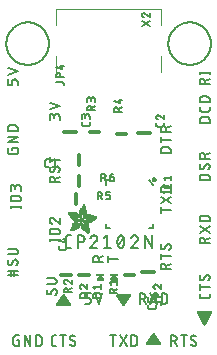
<source format=gbr>
G04 EAGLE Gerber RS-274X export*
G75*
%MOMM*%
%FSLAX34Y34*%
%LPD*%
%INSilkscreen Top*%
%IPPOS*%
%AMOC8*
5,1,8,0,0,1.08239X$1,22.5*%
G01*
%ADD10C,0.203200*%
%ADD11C,0.152400*%
%ADD12C,0.127000*%
%ADD13C,0.304800*%
%ADD14R,0.762000X0.127000*%
%ADD15R,0.034300X0.003800*%
%ADD16R,0.057200X0.003800*%
%ADD17R,0.076200X0.003800*%
%ADD18R,0.091400X0.003800*%
%ADD19R,0.102900X0.003800*%
%ADD20R,0.114300X0.003900*%
%ADD21R,0.129500X0.003800*%
%ADD22R,0.137200X0.003800*%
%ADD23R,0.144800X0.003800*%
%ADD24R,0.152400X0.003800*%
%ADD25R,0.160000X0.003800*%
%ADD26R,0.171500X0.003800*%
%ADD27R,0.175300X0.003800*%
%ADD28R,0.182900X0.003800*%
%ADD29R,0.190500X0.003800*%
%ADD30R,0.194300X0.003900*%
%ADD31R,0.201900X0.003800*%
%ADD32R,0.209500X0.003800*%
%ADD33R,0.213400X0.003800*%
%ADD34R,0.221000X0.003800*%
%ADD35R,0.224800X0.003800*%
%ADD36R,0.232400X0.003800*%
%ADD37R,0.240000X0.003800*%
%ADD38R,0.243800X0.003800*%
%ADD39R,0.247600X0.003800*%
%ADD40R,0.255300X0.003900*%
%ADD41R,0.259100X0.003800*%
%ADD42R,0.262900X0.003800*%
%ADD43R,0.270500X0.003800*%
%ADD44R,0.274300X0.003800*%
%ADD45R,0.281900X0.003800*%
%ADD46R,0.285700X0.003800*%
%ADD47R,0.289500X0.003800*%
%ADD48R,0.297200X0.003800*%
%ADD49R,0.301000X0.003800*%
%ADD50R,0.304800X0.003900*%
%ADD51R,0.312400X0.003800*%
%ADD52R,0.316200X0.003800*%
%ADD53R,0.320000X0.003800*%
%ADD54R,0.327600X0.003800*%
%ADD55R,0.331500X0.003800*%
%ADD56R,0.339100X0.003800*%
%ADD57R,0.342900X0.003800*%
%ADD58R,0.346700X0.003800*%
%ADD59R,0.354300X0.003800*%
%ADD60R,0.358100X0.003900*%
%ADD61R,0.361900X0.003800*%
%ADD62R,0.369600X0.003800*%
%ADD63R,0.373400X0.003800*%
%ADD64R,0.377200X0.003800*%
%ADD65R,0.384800X0.003800*%
%ADD66R,0.388600X0.003800*%
%ADD67R,0.396200X0.003800*%
%ADD68R,0.400000X0.003800*%
%ADD69R,0.403800X0.003800*%
%ADD70R,0.411500X0.003900*%
%ADD71R,0.415300X0.003800*%
%ADD72R,0.419100X0.003800*%
%ADD73R,0.045700X0.003800*%
%ADD74R,0.426700X0.003800*%
%ADD75R,0.072400X0.003800*%
%ADD76R,0.430500X0.003800*%
%ADD77R,0.095300X0.003800*%
%ADD78R,0.438100X0.003800*%
%ADD79R,0.110500X0.003800*%
%ADD80R,0.441900X0.003800*%
%ADD81R,0.445800X0.003800*%
%ADD82R,0.144700X0.003800*%
%ADD83R,0.453400X0.003800*%
%ADD84R,0.457200X0.003800*%
%ADD85R,0.175300X0.003900*%
%ADD86R,0.461000X0.003900*%
%ADD87R,0.468600X0.003800*%
%ADD88R,0.205800X0.003800*%
%ADD89R,0.472400X0.003800*%
%ADD90R,0.217200X0.003800*%
%ADD91R,0.476200X0.003800*%
%ADD92R,0.483900X0.003800*%
%ADD93R,0.247700X0.003800*%
%ADD94R,0.487700X0.003800*%
%ADD95R,0.495300X0.003800*%
%ADD96R,0.499100X0.003800*%
%ADD97R,0.502900X0.003800*%
%ADD98R,0.510500X0.003800*%
%ADD99R,0.308600X0.003900*%
%ADD100R,0.514300X0.003900*%
%ADD101R,0.323800X0.003800*%
%ADD102R,0.518100X0.003800*%
%ADD103R,0.335300X0.003800*%
%ADD104R,0.525800X0.003800*%
%ADD105R,0.529600X0.003800*%
%ADD106R,0.358100X0.003800*%
%ADD107R,0.533400X0.003800*%
%ADD108R,0.537200X0.003800*%
%ADD109R,0.381000X0.003800*%
%ADD110R,0.544800X0.003800*%
%ADD111R,0.392400X0.003800*%
%ADD112R,0.548600X0.003800*%
%ADD113R,0.552400X0.003800*%
%ADD114R,0.556200X0.003800*%
%ADD115R,0.422900X0.003900*%
%ADD116R,0.560100X0.003900*%
%ADD117R,0.434300X0.003800*%
%ADD118R,0.563900X0.003800*%
%ADD119R,0.567700X0.003800*%
%ADD120R,0.461000X0.003800*%
%ADD121R,0.571500X0.003800*%
%ADD122R,0.575300X0.003800*%
%ADD123R,0.480100X0.003800*%
%ADD124R,0.579100X0.003800*%
%ADD125R,0.491500X0.003800*%
%ADD126R,0.582900X0.003800*%
%ADD127R,0.586700X0.003800*%
%ADD128R,0.510600X0.003800*%
%ADD129R,0.590500X0.003800*%
%ADD130R,0.522000X0.003800*%
%ADD131R,0.594300X0.003800*%
%ADD132R,0.533400X0.003900*%
%ADD133R,0.598200X0.003900*%
%ADD134R,0.541000X0.003800*%
%ADD135R,0.602000X0.003800*%
%ADD136R,0.552500X0.003800*%
%ADD137R,0.605800X0.003800*%
%ADD138R,0.560100X0.003800*%
%ADD139R,0.609600X0.003800*%
%ADD140R,0.613400X0.003800*%
%ADD141R,0.583000X0.003800*%
%ADD142R,0.617200X0.003800*%
%ADD143R,0.594400X0.003800*%
%ADD144R,0.621000X0.003800*%
%ADD145R,0.598200X0.003800*%
%ADD146R,0.624800X0.003800*%
%ADD147R,0.613500X0.003900*%
%ADD148R,0.628600X0.003900*%
%ADD149R,0.632400X0.003800*%
%ADD150R,0.628600X0.003800*%
%ADD151R,0.636300X0.003800*%
%ADD152R,0.640100X0.003800*%
%ADD153R,0.636200X0.003800*%
%ADD154R,0.643900X0.003800*%
%ADD155R,0.647700X0.003800*%
%ADD156R,0.651500X0.003800*%
%ADD157R,0.659100X0.003800*%
%ADD158R,0.659100X0.003900*%
%ADD159R,0.655300X0.003900*%
%ADD160R,0.662900X0.003800*%
%ADD161R,0.655300X0.003800*%
%ADD162R,0.670500X0.003800*%
%ADD163R,0.670600X0.003800*%
%ADD164R,0.674400X0.003800*%
%ADD165R,0.682000X0.003800*%
%ADD166R,0.666700X0.003800*%
%ADD167R,0.685800X0.003800*%
%ADD168R,0.689600X0.003800*%
%ADD169R,0.693400X0.003900*%
%ADD170R,0.674400X0.003900*%
%ADD171R,0.697200X0.003800*%
%ADD172R,0.678200X0.003800*%
%ADD173R,0.697300X0.003800*%
%ADD174R,0.701100X0.003800*%
%ADD175R,0.704900X0.003800*%
%ADD176R,0.708700X0.003800*%
%ADD177R,0.712500X0.003800*%
%ADD178R,0.716300X0.003800*%
%ADD179R,0.720100X0.003900*%
%ADD180R,0.689600X0.003900*%
%ADD181R,0.720000X0.003800*%
%ADD182R,0.693400X0.003800*%
%ADD183R,0.723900X0.003800*%
%ADD184R,0.727700X0.003800*%
%ADD185R,0.731500X0.003800*%
%ADD186R,0.701000X0.003800*%
%ADD187R,0.735300X0.003800*%
%ADD188R,0.731500X0.003900*%
%ADD189R,0.701000X0.003900*%
%ADD190R,0.704800X0.003800*%
%ADD191R,0.739100X0.003800*%
%ADD192R,0.743000X0.003800*%
%ADD193R,0.739200X0.003800*%
%ADD194R,0.743000X0.003900*%
%ADD195R,0.704800X0.003900*%
%ADD196R,0.746800X0.003800*%
%ADD197R,0.746800X0.003900*%
%ADD198R,0.742900X0.003800*%
%ADD199R,0.746700X0.003800*%
%ADD200R,0.746700X0.003900*%
%ADD201R,1.428800X0.003800*%
%ADD202R,1.424900X0.003800*%
%ADD203R,1.421100X0.003900*%
%ADD204R,1.421100X0.003800*%
%ADD205R,1.417300X0.003800*%
%ADD206R,1.413500X0.003800*%
%ADD207R,1.409700X0.003800*%
%ADD208R,1.405900X0.003800*%
%ADD209R,1.402100X0.003800*%
%ADD210R,1.398300X0.003800*%
%ADD211R,0.983000X0.003900*%
%ADD212R,0.384800X0.003900*%
%ADD213R,0.971600X0.003800*%
%ADD214R,0.963900X0.003800*%
%ADD215R,0.956300X0.003800*%
%ADD216R,0.365800X0.003800*%
%ADD217R,0.952500X0.003800*%
%ADD218R,0.941000X0.003800*%
%ADD219R,0.358200X0.003800*%
%ADD220R,0.937200X0.003800*%
%ADD221R,0.933400X0.003800*%
%ADD222R,0.354400X0.003800*%
%ADD223R,0.925800X0.003800*%
%ADD224R,0.350500X0.003800*%
%ADD225R,0.922000X0.003800*%
%ADD226R,0.918200X0.003900*%
%ADD227R,0.346700X0.003900*%
%ADD228R,0.910600X0.003800*%
%ADD229R,0.906800X0.003800*%
%ADD230R,0.903000X0.003800*%
%ADD231R,0.339000X0.003800*%
%ADD232R,0.895300X0.003800*%
%ADD233R,0.335200X0.003800*%
%ADD234R,0.887700X0.003800*%
%ADD235R,0.883900X0.003800*%
%ADD236R,0.331400X0.003800*%
%ADD237R,0.880100X0.003800*%
%ADD238R,0.876300X0.003800*%
%ADD239R,0.468600X0.003900*%
%ADD240R,0.396200X0.003900*%
%ADD241R,0.323800X0.003900*%
%ADD242R,0.449600X0.003800*%
%ADD243R,0.323900X0.003800*%
%ADD244R,0.442000X0.003800*%
%ADD245R,0.434400X0.003800*%
%ADD246R,0.320100X0.003800*%
%ADD247R,0.316300X0.003800*%
%ADD248R,0.426800X0.003800*%
%ADD249R,0.327700X0.003800*%
%ADD250R,0.312500X0.003800*%
%ADD251R,0.422900X0.003800*%
%ADD252R,0.308600X0.003800*%
%ADD253R,0.293400X0.003800*%
%ADD254R,0.304800X0.003800*%
%ADD255R,0.419100X0.003900*%
%ADD256R,0.285700X0.003900*%
%ADD257R,0.301000X0.003900*%
%ADD258R,0.411500X0.003800*%
%ADD259R,0.407700X0.003800*%
%ADD260R,0.289600X0.003800*%
%ADD261R,0.285800X0.003800*%
%ADD262R,0.403900X0.003800*%
%ADD263R,0.228600X0.003800*%
%ADD264R,0.403900X0.003900*%
%ADD265R,0.221000X0.003900*%
%ADD266R,0.278100X0.003900*%
%ADD267R,0.400100X0.003800*%
%ADD268R,0.209600X0.003800*%
%ADD269R,0.266700X0.003800*%
%ADD270R,0.038100X0.003800*%
%ADD271R,0.194300X0.003800*%
%ADD272R,0.148600X0.003800*%
%ADD273R,0.259000X0.003800*%
%ADD274R,0.182800X0.003800*%
%ADD275R,0.186700X0.003800*%
%ADD276R,0.251400X0.003800*%
%ADD277R,0.179100X0.003800*%
%ADD278R,0.236200X0.003800*%
%ADD279R,0.243900X0.003900*%
%ADD280R,0.282000X0.003900*%
%ADD281R,0.167700X0.003800*%
%ADD282R,0.236300X0.003800*%
%ADD283R,0.396300X0.003800*%
%ADD284R,0.163900X0.003800*%
%ADD285R,0.392500X0.003800*%
%ADD286R,0.160100X0.003800*%
%ADD287R,0.586800X0.003800*%
%ADD288R,0.148500X0.003800*%
%ADD289R,0.140900X0.003800*%
%ADD290R,0.392400X0.003900*%
%ADD291R,0.140900X0.003900*%
%ADD292R,0.647700X0.003900*%
%ADD293R,0.133300X0.003800*%
%ADD294R,0.674300X0.003800*%
%ADD295R,0.388700X0.003800*%
%ADD296R,0.125700X0.003800*%
%ADD297R,0.121900X0.003800*%
%ADD298R,0.720100X0.003800*%
%ADD299R,0.118100X0.003800*%
%ADD300R,0.118100X0.003900*%
%ADD301R,0.739100X0.003900*%
%ADD302R,0.114300X0.003800*%
%ADD303R,0.754400X0.003800*%
%ADD304R,0.765800X0.003800*%
%ADD305R,0.773400X0.003800*%
%ADD306R,0.784800X0.003800*%
%ADD307R,0.118200X0.003800*%
%ADD308R,0.792500X0.003800*%
%ADD309R,0.803900X0.003800*%
%ADD310R,0.122000X0.003800*%
%ADD311R,0.815400X0.003800*%
%ADD312R,0.125800X0.003800*%
%ADD313R,0.826800X0.003800*%
%ADD314R,0.369500X0.003900*%
%ADD315R,0.133400X0.003900*%
%ADD316R,0.842000X0.003900*%
%ADD317R,0.365700X0.003800*%
%ADD318R,1.009700X0.003800*%
%ADD319R,1.013500X0.003800*%
%ADD320R,0.362000X0.003800*%
%ADD321R,1.024900X0.003800*%
%ADD322R,1.028700X0.003800*%
%ADD323R,1.036300X0.003800*%
%ADD324R,1.047800X0.003800*%
%ADD325R,1.055400X0.003800*%
%ADD326R,1.070600X0.003800*%
%ADD327R,0.030500X0.003800*%
%ADD328R,1.436400X0.003800*%
%ADD329R,1.562100X0.003900*%
%ADD330R,1.588700X0.003800*%
%ADD331R,1.607800X0.003800*%
%ADD332R,1.626900X0.003800*%
%ADD333R,1.642100X0.003800*%
%ADD334R,1.657400X0.003800*%
%ADD335R,1.676400X0.003800*%
%ADD336R,1.687800X0.003800*%
%ADD337R,1.703000X0.003800*%
%ADD338R,1.714500X0.003800*%
%ADD339R,1.726000X0.003900*%
%ADD340R,1.741200X0.003800*%
%ADD341R,0.914400X0.003800*%
%ADD342R,0.769600X0.003800*%
%ADD343R,0.884000X0.003800*%
%ADD344R,0.712400X0.003800*%
%ADD345R,0.880100X0.003900*%
%ADD346R,0.887800X0.003800*%
%ADD347R,0.891600X0.003800*%
%ADD348R,0.895400X0.003800*%
%ADD349R,0.251500X0.003800*%
%ADD350R,0.579200X0.003900*%
%ADD351R,0.243900X0.003800*%
%ADD352R,0.556300X0.003800*%
%ADD353R,0.255200X0.003800*%
%ADD354R,0.529500X0.003800*%
%ADD355R,0.731600X0.003800*%
%ADD356R,0.525800X0.003900*%
%ADD357R,0.281900X0.003900*%
%ADD358R,0.735400X0.003900*%
%ADD359R,0.300900X0.003800*%
%ADD360R,0.762000X0.003800*%
%ADD361R,0.518200X0.003800*%
%ADD362R,0.350600X0.003800*%
%ADD363R,0.796300X0.003800*%
%ADD364R,0.807800X0.003800*%
%ADD365R,0.506700X0.003800*%
%ADD366R,0.849600X0.003800*%
%ADD367R,0.506700X0.003900*%
%ADD368R,1.371600X0.003900*%
%ADD369R,1.207800X0.003800*%
%ADD370R,0.503000X0.003800*%
%ADD371R,0.141000X0.003800*%
%ADD372R,1.203900X0.003800*%
%ADD373R,1.204000X0.003800*%
%ADD374R,1.200200X0.003800*%
%ADD375R,0.499100X0.003900*%
%ADD376R,0.156200X0.003900*%
%ADD377R,1.196400X0.003900*%
%ADD378R,1.196400X0.003800*%
%ADD379R,0.163800X0.003800*%
%ADD380R,0.167600X0.003800*%
%ADD381R,1.192500X0.003800*%
%ADD382R,0.499200X0.003800*%
%ADD383R,1.188700X0.003800*%
%ADD384R,0.506800X0.003800*%
%ADD385R,1.184900X0.003800*%
%ADD386R,0.510600X0.003900*%
%ADD387R,0.209600X0.003900*%
%ADD388R,1.181100X0.003900*%
%ADD389R,0.514400X0.003800*%
%ADD390R,1.181100X0.003800*%
%ADD391R,1.177300X0.003800*%
%ADD392R,0.240100X0.003800*%
%ADD393R,1.173500X0.003800*%
%ADD394R,1.169700X0.003800*%
%ADD395R,1.165900X0.003800*%
%ADD396R,1.162100X0.003800*%
%ADD397R,0.929700X0.003900*%
%ADD398R,1.162100X0.003900*%
%ADD399R,0.929700X0.003800*%
%ADD400R,1.154500X0.003800*%
%ADD401R,0.933500X0.003800*%
%ADD402R,1.150600X0.003800*%
%ADD403R,0.937300X0.003800*%
%ADD404R,1.146800X0.003800*%
%ADD405R,0.941100X0.003800*%
%ADD406R,1.139200X0.003800*%
%ADD407R,0.944900X0.003800*%
%ADD408R,1.135400X0.003800*%
%ADD409R,0.948700X0.003800*%
%ADD410R,1.127800X0.003800*%
%ADD411R,1.124000X0.003800*%
%ADD412R,1.116400X0.003800*%
%ADD413R,0.956300X0.003900*%
%ADD414R,1.104900X0.003900*%
%ADD415R,0.960100X0.003800*%
%ADD416R,1.093500X0.003800*%
%ADD417R,1.085900X0.003800*%
%ADD418R,0.967800X0.003800*%
%ADD419R,1.074500X0.003800*%
%ADD420R,1.063000X0.003800*%
%ADD421R,0.975400X0.003800*%
%ADD422R,1.036400X0.003800*%
%ADD423R,0.979200X0.003800*%
%ADD424R,1.021000X0.003800*%
%ADD425R,0.983000X0.003800*%
%ADD426R,1.009600X0.003800*%
%ADD427R,0.986800X0.003800*%
%ADD428R,0.998200X0.003800*%
%ADD429R,0.990600X0.003900*%
%ADD430R,0.986700X0.003900*%
%ADD431R,0.994400X0.003800*%
%ADD432R,0.975300X0.003800*%
%ADD433R,0.948600X0.003800*%
%ADD434R,1.002000X0.003800*%
%ADD435R,0.213300X0.003800*%
%ADD436R,0.217100X0.003800*%
%ADD437R,1.017300X0.003800*%
%ADD438R,0.666800X0.003800*%
%ADD439R,0.220900X0.003800*%
%ADD440R,1.028700X0.003900*%
%ADD441R,0.224700X0.003900*%
%ADD442R,1.032500X0.003800*%
%ADD443R,1.040100X0.003800*%
%ADD444R,1.043900X0.003800*%
%ADD445R,0.548700X0.003800*%
%ADD446R,1.051500X0.003800*%
%ADD447R,1.055300X0.003800*%
%ADD448R,1.059100X0.003800*%
%ADD449R,1.062900X0.003800*%
%ADD450R,0.255300X0.003800*%
%ADD451R,1.066800X0.003900*%
%ADD452R,0.259100X0.003900*%
%ADD453R,0.457200X0.003900*%
%ADD454R,0.423000X0.003800*%
%ADD455R,1.082100X0.003800*%
%ADD456R,0.274400X0.003800*%
%ADD457R,0.278200X0.003800*%
%ADD458R,1.101100X0.003800*%
%ADD459R,0.278100X0.003800*%
%ADD460R,0.876300X0.003900*%
%ADD461R,0.236200X0.003900*%
%ADD462R,0.289600X0.003900*%
%ADD463R,0.247700X0.003900*%
%ADD464R,0.049500X0.003800*%
%ADD465R,0.640100X0.003900*%
%ADD466R,0.659200X0.003800*%
%ADD467R,0.663000X0.003800*%
%ADD468R,0.872500X0.003900*%
%ADD469R,0.666800X0.003900*%
%ADD470R,0.872500X0.003800*%
%ADD471R,0.868700X0.003800*%
%ADD472R,0.864900X0.003800*%
%ADD473R,0.861100X0.003800*%
%ADD474R,0.857300X0.003800*%
%ADD475R,0.853400X0.003800*%
%ADD476R,0.845800X0.003800*%
%ADD477R,0.682000X0.003900*%
%ADD478R,0.842000X0.003800*%
%ADD479R,0.834400X0.003800*%
%ADD480R,0.823000X0.003800*%
%ADD481R,0.815300X0.003800*%
%ADD482R,0.811500X0.003800*%
%ADD483R,0.788700X0.003800*%
%ADD484R,0.777300X0.003900*%
%ADD485R,0.750600X0.003800*%
%ADD486R,0.735400X0.003800*%
%ADD487R,0.727800X0.003800*%
%ADD488R,0.628700X0.003800*%
%ADD489R,0.575400X0.003800*%
%ADD490R,0.670600X0.003900*%
%ADD491R,0.655400X0.003800*%
%ADD492R,0.651500X0.003900*%
%ADD493R,0.624800X0.003900*%
%ADD494R,0.594400X0.003900*%
%ADD495R,0.563900X0.003900*%
%ADD496R,0.541100X0.003800*%
%ADD497R,0.537300X0.003800*%
%ADD498R,0.525700X0.003800*%
%ADD499R,0.525700X0.003900*%
%ADD500R,0.514300X0.003800*%
%ADD501R,0.480100X0.003900*%
%ADD502R,0.464800X0.003800*%
%ADD503R,0.442000X0.003900*%
%ADD504R,0.438200X0.003800*%
%ADD505R,0.430600X0.003800*%
%ADD506R,0.407600X0.003800*%
%ADD507R,0.403800X0.003900*%
%ADD508R,0.365700X0.003900*%
%ADD509R,0.327700X0.003900*%
%ADD510R,0.243800X0.003900*%
%ADD511R,0.205800X0.003900*%
%ADD512R,0.198100X0.003800*%
%ADD513R,0.163800X0.003900*%
%ADD514R,0.137100X0.003800*%
%ADD515R,0.091500X0.003900*%
%ADD516R,0.060900X0.003800*%
%ADD517C,0.101600*%

G36*
X170258Y20332D02*
X170258Y20332D01*
X170368Y20335D01*
X170416Y20348D01*
X170465Y20353D01*
X170568Y20391D01*
X170674Y20421D01*
X170717Y20446D01*
X170764Y20463D01*
X170854Y20525D01*
X170950Y20581D01*
X170985Y20615D01*
X171025Y20643D01*
X171098Y20726D01*
X171176Y20804D01*
X171202Y20846D01*
X171234Y20883D01*
X171315Y21022D01*
X176395Y31182D01*
X176427Y31272D01*
X176467Y31357D01*
X176479Y31421D01*
X176501Y31482D01*
X176509Y31577D01*
X176527Y31670D01*
X176523Y31734D01*
X176528Y31799D01*
X176513Y31893D01*
X176507Y31987D01*
X176487Y32049D01*
X176476Y32113D01*
X176438Y32200D01*
X176409Y32289D01*
X176374Y32344D01*
X176348Y32404D01*
X176289Y32478D01*
X176239Y32558D01*
X176191Y32603D01*
X176151Y32654D01*
X176076Y32711D01*
X176007Y32776D01*
X175950Y32807D01*
X175899Y32847D01*
X175811Y32884D01*
X175729Y32930D01*
X175666Y32946D01*
X175606Y32971D01*
X175512Y32985D01*
X175421Y33009D01*
X175310Y33016D01*
X175291Y33019D01*
X175282Y33018D01*
X175260Y33019D01*
X165100Y33019D01*
X165006Y33007D01*
X164912Y33005D01*
X164849Y32988D01*
X164784Y32979D01*
X164697Y32945D01*
X164606Y32919D01*
X164549Y32886D01*
X164489Y32862D01*
X164412Y32807D01*
X164330Y32759D01*
X164284Y32714D01*
X164231Y32676D01*
X164171Y32603D01*
X164104Y32536D01*
X164070Y32481D01*
X164029Y32431D01*
X163988Y32345D01*
X163940Y32264D01*
X163921Y32202D01*
X163893Y32143D01*
X163875Y32050D01*
X163848Y31959D01*
X163846Y31894D01*
X163833Y31831D01*
X163839Y31736D01*
X163835Y31642D01*
X163849Y31578D01*
X163853Y31513D01*
X163882Y31423D01*
X163902Y31331D01*
X163945Y31228D01*
X163951Y31211D01*
X163953Y31207D01*
X163954Y31205D01*
X163958Y31199D01*
X163965Y31182D01*
X169045Y21022D01*
X169072Y20981D01*
X169092Y20936D01*
X169160Y20850D01*
X169222Y20758D01*
X169258Y20725D01*
X169289Y20686D01*
X169376Y20619D01*
X169458Y20546D01*
X169502Y20523D01*
X169542Y20493D01*
X169643Y20450D01*
X169741Y20399D01*
X169789Y20388D01*
X169834Y20369D01*
X169943Y20352D01*
X170050Y20327D01*
X170100Y20329D01*
X170149Y20321D01*
X170258Y20332D01*
G37*
G36*
X55894Y36833D02*
X55894Y36833D01*
X55908Y36831D01*
X56051Y36852D01*
X56196Y36871D01*
X56209Y36876D01*
X56223Y36878D01*
X56356Y36934D01*
X56491Y36988D01*
X56503Y36996D01*
X56516Y37001D01*
X56631Y37089D01*
X56749Y37174D01*
X56758Y37185D01*
X56769Y37194D01*
X56859Y37308D01*
X56951Y37419D01*
X56957Y37432D01*
X56966Y37443D01*
X57025Y37577D01*
X57087Y37707D01*
X57090Y37721D01*
X57095Y37734D01*
X57120Y37878D01*
X57147Y38020D01*
X57146Y38034D01*
X57148Y38048D01*
X57136Y38192D01*
X57127Y38337D01*
X57123Y38350D01*
X57121Y38364D01*
X57074Y38502D01*
X57029Y38639D01*
X57021Y38651D01*
X57017Y38665D01*
X56936Y38804D01*
X51856Y46424D01*
X51823Y46463D01*
X51796Y46506D01*
X51787Y46516D01*
X51782Y46524D01*
X51718Y46584D01*
X51648Y46664D01*
X51606Y46693D01*
X51570Y46729D01*
X51553Y46739D01*
X51550Y46742D01*
X51518Y46759D01*
X51476Y46784D01*
X51387Y46846D01*
X51339Y46863D01*
X51295Y46889D01*
X51190Y46918D01*
X51088Y46956D01*
X51038Y46961D01*
X50988Y46975D01*
X50933Y46977D01*
X50827Y46983D01*
X50772Y46989D01*
X50722Y46981D01*
X50671Y46983D01*
X50565Y46958D01*
X50457Y46942D01*
X50411Y46922D01*
X50361Y46911D01*
X50264Y46861D01*
X50195Y46832D01*
X50186Y46828D01*
X50185Y46827D01*
X50164Y46819D01*
X50124Y46788D01*
X50078Y46764D01*
X49997Y46692D01*
X49981Y46680D01*
X49928Y46641D01*
X49924Y46636D01*
X49911Y46626D01*
X49880Y46586D01*
X49842Y46552D01*
X49744Y46424D01*
X44664Y38804D01*
X44658Y38791D01*
X44649Y38781D01*
X44587Y38650D01*
X44522Y38519D01*
X44519Y38506D01*
X44513Y38493D01*
X44486Y38350D01*
X44455Y38208D01*
X44456Y38194D01*
X44453Y38181D01*
X44462Y38036D01*
X44468Y37891D01*
X44472Y37877D01*
X44473Y37863D01*
X44518Y37725D01*
X44559Y37586D01*
X44567Y37574D01*
X44571Y37561D01*
X44649Y37438D01*
X44724Y37314D01*
X44734Y37304D01*
X44741Y37292D01*
X44847Y37193D01*
X44950Y37091D01*
X44963Y37084D01*
X44973Y37074D01*
X45100Y37004D01*
X45225Y36931D01*
X45239Y36927D01*
X45251Y36920D01*
X45391Y36884D01*
X45532Y36845D01*
X45546Y36844D01*
X45559Y36841D01*
X45720Y36831D01*
X55880Y36831D01*
X55894Y36833D01*
G37*
G36*
X132094Y3813D02*
X132094Y3813D01*
X132108Y3811D01*
X132251Y3832D01*
X132396Y3851D01*
X132409Y3856D01*
X132423Y3858D01*
X132556Y3914D01*
X132691Y3968D01*
X132703Y3976D01*
X132716Y3981D01*
X132831Y4069D01*
X132949Y4154D01*
X132958Y4165D01*
X132969Y4174D01*
X133059Y4288D01*
X133151Y4399D01*
X133157Y4412D01*
X133166Y4423D01*
X133225Y4557D01*
X133287Y4687D01*
X133290Y4701D01*
X133295Y4714D01*
X133320Y4858D01*
X133347Y5000D01*
X133346Y5014D01*
X133348Y5028D01*
X133336Y5172D01*
X133327Y5317D01*
X133323Y5330D01*
X133321Y5344D01*
X133274Y5482D01*
X133229Y5619D01*
X133221Y5631D01*
X133217Y5645D01*
X133136Y5784D01*
X128056Y13404D01*
X128023Y13443D01*
X127996Y13486D01*
X127987Y13496D01*
X127982Y13504D01*
X127918Y13564D01*
X127848Y13644D01*
X127806Y13673D01*
X127770Y13709D01*
X127753Y13719D01*
X127750Y13722D01*
X127718Y13739D01*
X127676Y13764D01*
X127587Y13826D01*
X127539Y13843D01*
X127495Y13869D01*
X127390Y13898D01*
X127288Y13936D01*
X127238Y13941D01*
X127188Y13955D01*
X127133Y13957D01*
X127027Y13963D01*
X126972Y13969D01*
X126922Y13961D01*
X126871Y13963D01*
X126765Y13938D01*
X126657Y13922D01*
X126611Y13902D01*
X126561Y13891D01*
X126464Y13841D01*
X126395Y13812D01*
X126386Y13808D01*
X126385Y13807D01*
X126364Y13799D01*
X126324Y13768D01*
X126278Y13744D01*
X126197Y13672D01*
X126181Y13660D01*
X126128Y13621D01*
X126124Y13616D01*
X126111Y13606D01*
X126080Y13566D01*
X126042Y13532D01*
X125944Y13404D01*
X120864Y5784D01*
X120858Y5771D01*
X120849Y5761D01*
X120787Y5630D01*
X120722Y5499D01*
X120719Y5486D01*
X120713Y5473D01*
X120686Y5330D01*
X120655Y5188D01*
X120656Y5174D01*
X120653Y5161D01*
X120662Y5016D01*
X120668Y4871D01*
X120672Y4857D01*
X120673Y4843D01*
X120718Y4705D01*
X120759Y4566D01*
X120767Y4554D01*
X120771Y4541D01*
X120849Y4418D01*
X120924Y4294D01*
X120934Y4284D01*
X120941Y4272D01*
X121047Y4173D01*
X121150Y4071D01*
X121163Y4064D01*
X121173Y4054D01*
X121300Y3984D01*
X121425Y3911D01*
X121439Y3907D01*
X121451Y3900D01*
X121591Y3864D01*
X121732Y3825D01*
X121746Y3824D01*
X121759Y3821D01*
X121920Y3811D01*
X132080Y3811D01*
X132094Y3813D01*
G37*
G36*
X101678Y36839D02*
X101678Y36839D01*
X101730Y36837D01*
X101835Y36862D01*
X101943Y36878D01*
X101990Y36898D01*
X102039Y36909D01*
X102136Y36959D01*
X102236Y37001D01*
X102276Y37032D01*
X102322Y37056D01*
X102403Y37128D01*
X102489Y37194D01*
X102520Y37234D01*
X102558Y37268D01*
X102656Y37396D01*
X107736Y45016D01*
X107741Y45026D01*
X107748Y45035D01*
X107749Y45037D01*
X107751Y45039D01*
X107813Y45170D01*
X107878Y45301D01*
X107881Y45314D01*
X107887Y45327D01*
X107914Y45470D01*
X107945Y45612D01*
X107944Y45626D01*
X107947Y45640D01*
X107938Y45784D01*
X107932Y45929D01*
X107928Y45943D01*
X107927Y45957D01*
X107882Y46095D01*
X107841Y46234D01*
X107833Y46246D01*
X107829Y46259D01*
X107751Y46382D01*
X107676Y46506D01*
X107666Y46516D01*
X107659Y46528D01*
X107553Y46627D01*
X107450Y46729D01*
X107437Y46736D01*
X107427Y46746D01*
X107300Y46816D01*
X107175Y46889D01*
X107161Y46893D01*
X107149Y46900D01*
X107009Y46936D01*
X106868Y46975D01*
X106854Y46976D01*
X106841Y46979D01*
X106680Y46989D01*
X96520Y46989D01*
X96506Y46987D01*
X96492Y46989D01*
X96349Y46968D01*
X96204Y46949D01*
X96191Y46944D01*
X96177Y46942D01*
X96044Y46886D01*
X95909Y46832D01*
X95897Y46824D01*
X95884Y46819D01*
X95769Y46731D01*
X95651Y46646D01*
X95642Y46635D01*
X95631Y46626D01*
X95541Y46512D01*
X95449Y46401D01*
X95443Y46388D01*
X95434Y46377D01*
X95375Y46244D01*
X95313Y46113D01*
X95310Y46099D01*
X95305Y46086D01*
X95281Y45943D01*
X95253Y45801D01*
X95254Y45786D01*
X95252Y45773D01*
X95264Y45628D01*
X95273Y45483D01*
X95277Y45470D01*
X95279Y45456D01*
X95327Y45318D01*
X95371Y45181D01*
X95379Y45169D01*
X95383Y45155D01*
X95464Y45016D01*
X100544Y37396D01*
X100577Y37357D01*
X100604Y37314D01*
X100681Y37238D01*
X100752Y37156D01*
X100794Y37127D01*
X100830Y37091D01*
X100924Y37036D01*
X101014Y36974D01*
X101061Y36957D01*
X101105Y36931D01*
X101210Y36902D01*
X101312Y36864D01*
X101362Y36859D01*
X101412Y36845D01*
X101520Y36842D01*
X101628Y36831D01*
X101678Y36839D01*
G37*
G36*
X84484Y58426D02*
X84484Y58426D01*
X84514Y58423D01*
X84605Y58445D01*
X84698Y58461D01*
X84724Y58474D01*
X84753Y58481D01*
X84832Y58532D01*
X84915Y58576D01*
X84936Y58597D01*
X84961Y58613D01*
X85020Y58686D01*
X85085Y58754D01*
X85097Y58781D01*
X85116Y58804D01*
X85149Y58892D01*
X85188Y58977D01*
X85191Y59007D01*
X85202Y59034D01*
X85205Y59128D01*
X85215Y59221D01*
X85209Y59251D01*
X85210Y59280D01*
X85183Y59370D01*
X85163Y59462D01*
X85148Y59487D01*
X85139Y59516D01*
X85049Y59658D01*
X82509Y62833D01*
X82432Y62902D01*
X82359Y62975D01*
X82342Y62984D01*
X82327Y62997D01*
X82231Y63039D01*
X82139Y63085D01*
X82119Y63087D01*
X82101Y63095D01*
X81998Y63104D01*
X81895Y63118D01*
X81876Y63114D01*
X81856Y63116D01*
X81755Y63091D01*
X81653Y63072D01*
X81636Y63062D01*
X81617Y63058D01*
X81530Y63002D01*
X81439Y62951D01*
X81422Y62934D01*
X81409Y62926D01*
X81389Y62901D01*
X81321Y62833D01*
X78781Y59658D01*
X78766Y59632D01*
X78746Y59610D01*
X78706Y59525D01*
X78660Y59443D01*
X78654Y59414D01*
X78642Y59387D01*
X78632Y59294D01*
X78614Y59202D01*
X78618Y59172D01*
X78615Y59143D01*
X78635Y59051D01*
X78648Y58958D01*
X78661Y58931D01*
X78667Y58902D01*
X78715Y58822D01*
X78757Y58738D01*
X78778Y58717D01*
X78793Y58691D01*
X78865Y58630D01*
X78931Y58564D01*
X78957Y58551D01*
X78980Y58531D01*
X79067Y58496D01*
X79151Y58454D01*
X79181Y58450D01*
X79208Y58439D01*
X79375Y58421D01*
X84455Y58421D01*
X84484Y58426D01*
G37*
G36*
X95914Y58426D02*
X95914Y58426D01*
X95944Y58423D01*
X96035Y58445D01*
X96128Y58461D01*
X96154Y58474D01*
X96183Y58481D01*
X96262Y58532D01*
X96345Y58576D01*
X96366Y58597D01*
X96391Y58613D01*
X96450Y58686D01*
X96515Y58754D01*
X96527Y58781D01*
X96546Y58804D01*
X96579Y58892D01*
X96618Y58977D01*
X96621Y59007D01*
X96632Y59034D01*
X96635Y59128D01*
X96645Y59221D01*
X96639Y59251D01*
X96640Y59280D01*
X96613Y59370D01*
X96593Y59462D01*
X96578Y59487D01*
X96569Y59516D01*
X96479Y59658D01*
X93939Y62833D01*
X93862Y62902D01*
X93789Y62975D01*
X93772Y62984D01*
X93757Y62997D01*
X93661Y63039D01*
X93569Y63085D01*
X93549Y63087D01*
X93531Y63095D01*
X93428Y63104D01*
X93325Y63118D01*
X93306Y63114D01*
X93286Y63116D01*
X93185Y63091D01*
X93083Y63072D01*
X93066Y63062D01*
X93047Y63058D01*
X92960Y63002D01*
X92869Y62951D01*
X92852Y62934D01*
X92839Y62926D01*
X92819Y62901D01*
X92751Y62833D01*
X90211Y59658D01*
X90196Y59632D01*
X90176Y59610D01*
X90136Y59525D01*
X90090Y59443D01*
X90084Y59414D01*
X90072Y59387D01*
X90062Y59294D01*
X90044Y59202D01*
X90048Y59172D01*
X90045Y59143D01*
X90065Y59051D01*
X90078Y58958D01*
X90091Y58931D01*
X90097Y58902D01*
X90145Y58822D01*
X90187Y58738D01*
X90208Y58717D01*
X90223Y58691D01*
X90295Y58630D01*
X90361Y58564D01*
X90387Y58551D01*
X90410Y58531D01*
X90497Y58496D01*
X90581Y58454D01*
X90611Y58450D01*
X90638Y58439D01*
X90805Y58421D01*
X95885Y58421D01*
X95914Y58426D01*
G37*
D10*
X57125Y86106D02*
X54755Y86106D01*
X54660Y86108D01*
X54564Y86114D01*
X54469Y86123D01*
X54375Y86137D01*
X54281Y86154D01*
X54188Y86175D01*
X54095Y86200D01*
X54004Y86228D01*
X53914Y86260D01*
X53826Y86296D01*
X53739Y86335D01*
X53653Y86378D01*
X53569Y86424D01*
X53488Y86473D01*
X53408Y86526D01*
X53331Y86582D01*
X53255Y86640D01*
X53183Y86702D01*
X53113Y86767D01*
X53045Y86835D01*
X52980Y86905D01*
X52918Y86977D01*
X52860Y87053D01*
X52804Y87130D01*
X52751Y87210D01*
X52702Y87292D01*
X52656Y87375D01*
X52613Y87461D01*
X52574Y87548D01*
X52538Y87636D01*
X52506Y87726D01*
X52478Y87817D01*
X52453Y87910D01*
X52432Y88003D01*
X52415Y88097D01*
X52401Y88191D01*
X52392Y88286D01*
X52386Y88382D01*
X52384Y88477D01*
X52384Y94403D01*
X52386Y94498D01*
X52392Y94594D01*
X52401Y94689D01*
X52415Y94783D01*
X52432Y94877D01*
X52453Y94970D01*
X52478Y95063D01*
X52506Y95154D01*
X52538Y95244D01*
X52574Y95332D01*
X52613Y95419D01*
X52656Y95505D01*
X52702Y95588D01*
X52751Y95670D01*
X52804Y95750D01*
X52860Y95827D01*
X52918Y95903D01*
X52980Y95975D01*
X53045Y96045D01*
X53113Y96113D01*
X53183Y96178D01*
X53255Y96240D01*
X53331Y96298D01*
X53408Y96354D01*
X53488Y96407D01*
X53569Y96456D01*
X53653Y96502D01*
X53739Y96545D01*
X53826Y96584D01*
X53914Y96620D01*
X54004Y96652D01*
X54095Y96680D01*
X54188Y96705D01*
X54281Y96726D01*
X54375Y96743D01*
X54469Y96757D01*
X54564Y96766D01*
X54659Y96772D01*
X54755Y96774D01*
X57125Y96774D01*
X62594Y96774D02*
X62594Y86106D01*
X62594Y96774D02*
X65557Y96774D01*
X65664Y96772D01*
X65771Y96766D01*
X65877Y96757D01*
X65983Y96743D01*
X66089Y96726D01*
X66194Y96705D01*
X66298Y96680D01*
X66401Y96651D01*
X66503Y96619D01*
X66604Y96583D01*
X66703Y96543D01*
X66801Y96500D01*
X66897Y96453D01*
X66992Y96403D01*
X67085Y96350D01*
X67175Y96293D01*
X67264Y96233D01*
X67350Y96170D01*
X67434Y96104D01*
X67516Y96034D01*
X67595Y95962D01*
X67671Y95887D01*
X67745Y95809D01*
X67815Y95729D01*
X67883Y95646D01*
X67948Y95561D01*
X68009Y95474D01*
X68068Y95384D01*
X68123Y95292D01*
X68175Y95199D01*
X68223Y95103D01*
X68268Y95006D01*
X68310Y94908D01*
X68347Y94808D01*
X68382Y94706D01*
X68412Y94604D01*
X68439Y94500D01*
X68462Y94396D01*
X68481Y94290D01*
X68496Y94184D01*
X68508Y94078D01*
X68516Y93971D01*
X68520Y93864D01*
X68520Y93758D01*
X68516Y93651D01*
X68508Y93544D01*
X68496Y93438D01*
X68481Y93332D01*
X68462Y93226D01*
X68439Y93122D01*
X68412Y93018D01*
X68382Y92916D01*
X68347Y92814D01*
X68310Y92714D01*
X68268Y92616D01*
X68223Y92519D01*
X68175Y92423D01*
X68123Y92329D01*
X68068Y92238D01*
X68009Y92148D01*
X67948Y92061D01*
X67883Y91976D01*
X67815Y91893D01*
X67745Y91813D01*
X67671Y91735D01*
X67595Y91660D01*
X67516Y91588D01*
X67434Y91518D01*
X67350Y91452D01*
X67264Y91389D01*
X67175Y91329D01*
X67085Y91272D01*
X66992Y91219D01*
X66897Y91169D01*
X66801Y91122D01*
X66703Y91079D01*
X66604Y91039D01*
X66503Y91003D01*
X66401Y90971D01*
X66298Y90942D01*
X66194Y90917D01*
X66089Y90896D01*
X65983Y90879D01*
X65877Y90865D01*
X65771Y90856D01*
X65664Y90850D01*
X65557Y90848D01*
X65557Y90847D02*
X62594Y90847D01*
X76648Y96774D02*
X76750Y96772D01*
X76852Y96766D01*
X76954Y96756D01*
X77055Y96743D01*
X77156Y96725D01*
X77256Y96704D01*
X77355Y96679D01*
X77453Y96650D01*
X77549Y96617D01*
X77645Y96581D01*
X77739Y96541D01*
X77831Y96497D01*
X77922Y96450D01*
X78011Y96399D01*
X78098Y96346D01*
X78182Y96288D01*
X78265Y96228D01*
X78345Y96165D01*
X78422Y96098D01*
X78497Y96029D01*
X78570Y95956D01*
X78639Y95881D01*
X78706Y95804D01*
X78769Y95724D01*
X78829Y95641D01*
X78887Y95557D01*
X78940Y95470D01*
X78991Y95381D01*
X79038Y95290D01*
X79082Y95198D01*
X79122Y95104D01*
X79158Y95008D01*
X79191Y94912D01*
X79220Y94814D01*
X79245Y94715D01*
X79266Y94615D01*
X79284Y94514D01*
X79297Y94413D01*
X79307Y94311D01*
X79313Y94209D01*
X79315Y94107D01*
X76648Y96774D02*
X76532Y96772D01*
X76415Y96766D01*
X76299Y96756D01*
X76184Y96742D01*
X76069Y96725D01*
X75954Y96703D01*
X75841Y96677D01*
X75728Y96648D01*
X75616Y96615D01*
X75506Y96578D01*
X75397Y96537D01*
X75289Y96493D01*
X75183Y96445D01*
X75079Y96393D01*
X74976Y96338D01*
X74875Y96280D01*
X74777Y96218D01*
X74680Y96153D01*
X74586Y96084D01*
X74494Y96012D01*
X74405Y95938D01*
X74318Y95860D01*
X74234Y95779D01*
X74153Y95696D01*
X74075Y95610D01*
X73999Y95521D01*
X73927Y95430D01*
X73858Y95336D01*
X73792Y95240D01*
X73729Y95142D01*
X73670Y95042D01*
X73614Y94940D01*
X73562Y94836D01*
X73513Y94730D01*
X73468Y94623D01*
X73426Y94514D01*
X73389Y94404D01*
X78427Y92032D02*
X78502Y92106D01*
X78574Y92183D01*
X78643Y92263D01*
X78710Y92345D01*
X78773Y92429D01*
X78833Y92516D01*
X78890Y92604D01*
X78944Y92695D01*
X78994Y92788D01*
X79041Y92882D01*
X79084Y92978D01*
X79124Y93076D01*
X79160Y93175D01*
X79193Y93275D01*
X79221Y93377D01*
X79246Y93479D01*
X79268Y93583D01*
X79285Y93687D01*
X79299Y93791D01*
X79308Y93896D01*
X79314Y94002D01*
X79316Y94107D01*
X78426Y92033D02*
X73389Y86106D01*
X79315Y86106D01*
X84819Y94403D02*
X87782Y96774D01*
X87782Y86106D01*
X84819Y86106D02*
X90745Y86106D01*
X96249Y91440D02*
X96252Y91650D01*
X96259Y91860D01*
X96272Y92069D01*
X96289Y92278D01*
X96312Y92487D01*
X96339Y92695D01*
X96371Y92902D01*
X96409Y93109D01*
X96451Y93314D01*
X96498Y93519D01*
X96550Y93722D01*
X96607Y93924D01*
X96669Y94125D01*
X96735Y94324D01*
X96807Y94521D01*
X96883Y94717D01*
X96963Y94911D01*
X97048Y95103D01*
X97138Y95292D01*
X97169Y95377D01*
X97203Y95461D01*
X97241Y95543D01*
X97283Y95624D01*
X97328Y95703D01*
X97376Y95780D01*
X97427Y95855D01*
X97481Y95927D01*
X97538Y95998D01*
X97598Y96066D01*
X97661Y96131D01*
X97726Y96194D01*
X97794Y96254D01*
X97865Y96311D01*
X97937Y96365D01*
X98012Y96417D01*
X98089Y96465D01*
X98168Y96510D01*
X98249Y96551D01*
X98331Y96589D01*
X98415Y96624D01*
X98500Y96655D01*
X98586Y96683D01*
X98673Y96707D01*
X98762Y96727D01*
X98851Y96744D01*
X98941Y96757D01*
X99031Y96767D01*
X99121Y96772D01*
X99212Y96774D01*
X99303Y96772D01*
X99393Y96767D01*
X99483Y96757D01*
X99573Y96744D01*
X99662Y96727D01*
X99751Y96707D01*
X99838Y96683D01*
X99924Y96655D01*
X100009Y96624D01*
X100093Y96589D01*
X100175Y96551D01*
X100256Y96510D01*
X100335Y96465D01*
X100412Y96417D01*
X100487Y96366D01*
X100559Y96311D01*
X100630Y96254D01*
X100698Y96194D01*
X100763Y96131D01*
X100826Y96066D01*
X100886Y95998D01*
X100943Y95927D01*
X100997Y95855D01*
X101048Y95780D01*
X101096Y95703D01*
X101141Y95624D01*
X101183Y95543D01*
X101221Y95461D01*
X101255Y95377D01*
X101286Y95292D01*
X101376Y95103D01*
X101461Y94911D01*
X101541Y94717D01*
X101617Y94521D01*
X101689Y94324D01*
X101755Y94125D01*
X101817Y93924D01*
X101874Y93722D01*
X101926Y93519D01*
X101973Y93314D01*
X102015Y93109D01*
X102053Y92902D01*
X102085Y92695D01*
X102112Y92487D01*
X102135Y92278D01*
X102152Y92069D01*
X102165Y91860D01*
X102172Y91650D01*
X102175Y91440D01*
X96249Y91440D02*
X96252Y91230D01*
X96259Y91020D01*
X96272Y90811D01*
X96289Y90602D01*
X96312Y90393D01*
X96339Y90185D01*
X96371Y89978D01*
X96409Y89771D01*
X96451Y89566D01*
X96498Y89361D01*
X96550Y89158D01*
X96607Y88956D01*
X96669Y88755D01*
X96735Y88556D01*
X96807Y88359D01*
X96883Y88163D01*
X96963Y87969D01*
X97048Y87778D01*
X97138Y87588D01*
X97169Y87503D01*
X97203Y87419D01*
X97241Y87337D01*
X97283Y87256D01*
X97328Y87177D01*
X97376Y87100D01*
X97427Y87025D01*
X97481Y86953D01*
X97538Y86882D01*
X97598Y86814D01*
X97661Y86749D01*
X97726Y86686D01*
X97794Y86626D01*
X97865Y86569D01*
X97937Y86514D01*
X98012Y86463D01*
X98089Y86415D01*
X98168Y86370D01*
X98249Y86329D01*
X98331Y86291D01*
X98415Y86256D01*
X98500Y86225D01*
X98586Y86197D01*
X98673Y86173D01*
X98762Y86153D01*
X98851Y86136D01*
X98941Y86123D01*
X99031Y86113D01*
X99121Y86108D01*
X99212Y86106D01*
X101286Y87588D02*
X101376Y87778D01*
X101461Y87969D01*
X101541Y88163D01*
X101617Y88359D01*
X101689Y88556D01*
X101755Y88755D01*
X101817Y88956D01*
X101874Y89158D01*
X101926Y89361D01*
X101973Y89566D01*
X102015Y89771D01*
X102053Y89978D01*
X102085Y90185D01*
X102112Y90393D01*
X102135Y90602D01*
X102152Y90811D01*
X102165Y91020D01*
X102172Y91230D01*
X102175Y91440D01*
X101286Y87588D02*
X101255Y87503D01*
X101221Y87419D01*
X101183Y87337D01*
X101141Y87256D01*
X101096Y87177D01*
X101048Y87100D01*
X100997Y87025D01*
X100943Y86953D01*
X100886Y86882D01*
X100826Y86814D01*
X100763Y86749D01*
X100698Y86686D01*
X100630Y86626D01*
X100559Y86569D01*
X100487Y86514D01*
X100412Y86463D01*
X100335Y86415D01*
X100256Y86370D01*
X100175Y86329D01*
X100093Y86291D01*
X100009Y86256D01*
X99924Y86225D01*
X99838Y86197D01*
X99751Y86173D01*
X99662Y86153D01*
X99573Y86136D01*
X99483Y86123D01*
X99393Y86113D01*
X99303Y86108D01*
X99212Y86106D01*
X96841Y88477D02*
X101583Y94403D01*
X110938Y96774D02*
X111040Y96772D01*
X111142Y96766D01*
X111244Y96756D01*
X111345Y96743D01*
X111446Y96725D01*
X111546Y96704D01*
X111645Y96679D01*
X111743Y96650D01*
X111839Y96617D01*
X111935Y96581D01*
X112029Y96541D01*
X112121Y96497D01*
X112212Y96450D01*
X112301Y96399D01*
X112388Y96346D01*
X112472Y96288D01*
X112555Y96228D01*
X112635Y96165D01*
X112712Y96098D01*
X112787Y96029D01*
X112860Y95956D01*
X112929Y95881D01*
X112996Y95804D01*
X113059Y95724D01*
X113119Y95641D01*
X113177Y95557D01*
X113230Y95470D01*
X113281Y95381D01*
X113328Y95290D01*
X113372Y95198D01*
X113412Y95104D01*
X113448Y95008D01*
X113481Y94912D01*
X113510Y94814D01*
X113535Y94715D01*
X113556Y94615D01*
X113574Y94514D01*
X113587Y94413D01*
X113597Y94311D01*
X113603Y94209D01*
X113605Y94107D01*
X110938Y96774D02*
X110822Y96772D01*
X110705Y96766D01*
X110589Y96756D01*
X110474Y96742D01*
X110359Y96725D01*
X110244Y96703D01*
X110131Y96677D01*
X110018Y96648D01*
X109906Y96615D01*
X109796Y96578D01*
X109687Y96537D01*
X109579Y96493D01*
X109473Y96445D01*
X109369Y96393D01*
X109266Y96338D01*
X109165Y96280D01*
X109067Y96218D01*
X108970Y96153D01*
X108876Y96084D01*
X108784Y96012D01*
X108695Y95938D01*
X108608Y95860D01*
X108524Y95779D01*
X108443Y95696D01*
X108365Y95610D01*
X108289Y95521D01*
X108217Y95430D01*
X108148Y95336D01*
X108082Y95240D01*
X108019Y95142D01*
X107960Y95042D01*
X107904Y94940D01*
X107852Y94836D01*
X107803Y94730D01*
X107758Y94623D01*
X107716Y94514D01*
X107679Y94404D01*
X112717Y92032D02*
X112792Y92106D01*
X112864Y92183D01*
X112933Y92263D01*
X113000Y92345D01*
X113063Y92429D01*
X113123Y92516D01*
X113180Y92604D01*
X113234Y92695D01*
X113284Y92788D01*
X113331Y92882D01*
X113374Y92978D01*
X113414Y93076D01*
X113450Y93175D01*
X113483Y93275D01*
X113511Y93377D01*
X113536Y93479D01*
X113558Y93583D01*
X113575Y93687D01*
X113589Y93791D01*
X113598Y93896D01*
X113604Y94002D01*
X113606Y94107D01*
X112716Y92033D02*
X107679Y86106D01*
X113605Y86106D01*
X119490Y86106D02*
X119490Y96774D01*
X125416Y86106D01*
X125416Y96774D01*
D11*
X12965Y8100D02*
X11526Y8100D01*
X12965Y8100D02*
X12965Y3302D01*
X10087Y3302D01*
X10001Y3304D01*
X9915Y3310D01*
X9829Y3319D01*
X9744Y3333D01*
X9660Y3350D01*
X9576Y3371D01*
X9494Y3396D01*
X9413Y3424D01*
X9333Y3456D01*
X9254Y3492D01*
X9178Y3531D01*
X9103Y3574D01*
X9030Y3619D01*
X8959Y3668D01*
X8891Y3721D01*
X8824Y3776D01*
X8761Y3834D01*
X8700Y3895D01*
X8642Y3958D01*
X8587Y4025D01*
X8534Y4093D01*
X8485Y4164D01*
X8440Y4237D01*
X8397Y4312D01*
X8358Y4388D01*
X8322Y4467D01*
X8290Y4547D01*
X8262Y4628D01*
X8237Y4710D01*
X8216Y4794D01*
X8199Y4878D01*
X8185Y4963D01*
X8176Y5049D01*
X8170Y5135D01*
X8168Y5221D01*
X8168Y10019D01*
X8170Y10105D01*
X8176Y10191D01*
X8185Y10277D01*
X8199Y10362D01*
X8216Y10446D01*
X8237Y10530D01*
X8262Y10612D01*
X8290Y10693D01*
X8322Y10773D01*
X8358Y10852D01*
X8397Y10928D01*
X8440Y11003D01*
X8485Y11076D01*
X8534Y11147D01*
X8587Y11215D01*
X8642Y11282D01*
X8700Y11345D01*
X8761Y11406D01*
X8824Y11464D01*
X8891Y11519D01*
X8959Y11571D01*
X9030Y11621D01*
X9103Y11666D01*
X9178Y11709D01*
X9254Y11748D01*
X9333Y11784D01*
X9413Y11816D01*
X9494Y11844D01*
X9576Y11869D01*
X9660Y11890D01*
X9744Y11907D01*
X9829Y11921D01*
X9915Y11930D01*
X10001Y11936D01*
X10087Y11938D01*
X12965Y11938D01*
X17921Y11938D02*
X17921Y3302D01*
X22719Y3302D02*
X17921Y11938D01*
X22719Y11938D02*
X22719Y3302D01*
X27675Y3302D02*
X27675Y11938D01*
X30074Y11938D01*
X30171Y11936D01*
X30267Y11930D01*
X30363Y11921D01*
X30459Y11907D01*
X30554Y11890D01*
X30648Y11868D01*
X30741Y11843D01*
X30834Y11815D01*
X30925Y11782D01*
X31014Y11746D01*
X31102Y11706D01*
X31189Y11663D01*
X31274Y11617D01*
X31356Y11567D01*
X31437Y11513D01*
X31515Y11457D01*
X31591Y11397D01*
X31665Y11335D01*
X31736Y11269D01*
X31804Y11201D01*
X31870Y11130D01*
X31932Y11056D01*
X31992Y10980D01*
X32048Y10902D01*
X32102Y10821D01*
X32152Y10739D01*
X32198Y10654D01*
X32241Y10567D01*
X32281Y10479D01*
X32317Y10390D01*
X32350Y10299D01*
X32378Y10206D01*
X32403Y10113D01*
X32425Y10019D01*
X32442Y9924D01*
X32456Y9828D01*
X32465Y9732D01*
X32471Y9636D01*
X32473Y9539D01*
X32472Y9539D02*
X32472Y5701D01*
X32473Y5701D02*
X32471Y5604D01*
X32465Y5508D01*
X32456Y5412D01*
X32442Y5316D01*
X32425Y5221D01*
X32403Y5127D01*
X32378Y5034D01*
X32350Y4941D01*
X32317Y4850D01*
X32281Y4761D01*
X32241Y4673D01*
X32198Y4586D01*
X32152Y4501D01*
X32102Y4419D01*
X32048Y4338D01*
X31992Y4260D01*
X31932Y4184D01*
X31870Y4110D01*
X31804Y4039D01*
X31736Y3971D01*
X31665Y3905D01*
X31591Y3843D01*
X31515Y3783D01*
X31437Y3727D01*
X31356Y3673D01*
X31273Y3623D01*
X31189Y3577D01*
X31102Y3534D01*
X31014Y3494D01*
X30925Y3458D01*
X30834Y3425D01*
X30741Y3397D01*
X30648Y3372D01*
X30554Y3350D01*
X30459Y3333D01*
X30363Y3319D01*
X30267Y3310D01*
X30171Y3304D01*
X30074Y3302D01*
X27675Y3302D01*
X42681Y3302D02*
X44600Y3302D01*
X42681Y3302D02*
X42595Y3304D01*
X42509Y3310D01*
X42423Y3319D01*
X42338Y3333D01*
X42254Y3350D01*
X42170Y3371D01*
X42088Y3396D01*
X42007Y3424D01*
X41927Y3456D01*
X41848Y3492D01*
X41772Y3531D01*
X41697Y3574D01*
X41624Y3619D01*
X41553Y3668D01*
X41485Y3721D01*
X41418Y3776D01*
X41355Y3834D01*
X41294Y3895D01*
X41236Y3958D01*
X41181Y4025D01*
X41128Y4093D01*
X41079Y4164D01*
X41034Y4237D01*
X40991Y4312D01*
X40952Y4388D01*
X40916Y4467D01*
X40884Y4547D01*
X40856Y4628D01*
X40831Y4710D01*
X40810Y4794D01*
X40793Y4878D01*
X40779Y4963D01*
X40770Y5049D01*
X40764Y5135D01*
X40762Y5221D01*
X40762Y10019D01*
X40764Y10105D01*
X40770Y10191D01*
X40779Y10277D01*
X40793Y10362D01*
X40810Y10446D01*
X40831Y10530D01*
X40856Y10612D01*
X40884Y10693D01*
X40916Y10773D01*
X40952Y10852D01*
X40991Y10928D01*
X41034Y11003D01*
X41079Y11076D01*
X41128Y11147D01*
X41181Y11215D01*
X41236Y11282D01*
X41294Y11345D01*
X41355Y11406D01*
X41418Y11464D01*
X41485Y11519D01*
X41553Y11571D01*
X41624Y11621D01*
X41697Y11666D01*
X41772Y11709D01*
X41848Y11748D01*
X41927Y11784D01*
X42007Y11816D01*
X42088Y11844D01*
X42170Y11869D01*
X42254Y11890D01*
X42338Y11907D01*
X42423Y11921D01*
X42509Y11930D01*
X42595Y11936D01*
X42681Y11938D01*
X44600Y11938D01*
X50210Y11938D02*
X50210Y3302D01*
X52608Y11938D02*
X47811Y11938D01*
X58919Y3302D02*
X59005Y3304D01*
X59091Y3310D01*
X59177Y3319D01*
X59262Y3333D01*
X59346Y3350D01*
X59430Y3371D01*
X59512Y3396D01*
X59593Y3424D01*
X59673Y3456D01*
X59752Y3492D01*
X59828Y3531D01*
X59903Y3574D01*
X59976Y3619D01*
X60047Y3669D01*
X60115Y3721D01*
X60182Y3776D01*
X60245Y3834D01*
X60306Y3895D01*
X60364Y3958D01*
X60419Y4025D01*
X60472Y4093D01*
X60521Y4164D01*
X60566Y4237D01*
X60609Y4312D01*
X60648Y4388D01*
X60684Y4467D01*
X60716Y4547D01*
X60744Y4628D01*
X60769Y4710D01*
X60790Y4794D01*
X60807Y4878D01*
X60821Y4963D01*
X60830Y5049D01*
X60836Y5135D01*
X60838Y5221D01*
X58919Y3302D02*
X58796Y3304D01*
X58673Y3309D01*
X58550Y3319D01*
X58428Y3332D01*
X58306Y3349D01*
X58184Y3369D01*
X58064Y3393D01*
X57944Y3421D01*
X57825Y3452D01*
X57707Y3487D01*
X57590Y3526D01*
X57474Y3568D01*
X57360Y3614D01*
X57247Y3663D01*
X57136Y3715D01*
X57026Y3771D01*
X56918Y3830D01*
X56812Y3893D01*
X56707Y3958D01*
X56605Y4027D01*
X56505Y4099D01*
X56408Y4174D01*
X56312Y4251D01*
X56219Y4332D01*
X56128Y4415D01*
X56040Y4501D01*
X56280Y10019D02*
X56282Y10105D01*
X56288Y10191D01*
X56297Y10277D01*
X56311Y10362D01*
X56328Y10446D01*
X56349Y10530D01*
X56374Y10612D01*
X56402Y10693D01*
X56434Y10773D01*
X56470Y10852D01*
X56509Y10928D01*
X56552Y11003D01*
X56597Y11076D01*
X56646Y11147D01*
X56699Y11215D01*
X56754Y11282D01*
X56812Y11345D01*
X56873Y11406D01*
X56936Y11464D01*
X57003Y11519D01*
X57071Y11572D01*
X57142Y11621D01*
X57215Y11666D01*
X57290Y11709D01*
X57366Y11748D01*
X57445Y11784D01*
X57525Y11816D01*
X57606Y11844D01*
X57688Y11869D01*
X57772Y11890D01*
X57856Y11907D01*
X57941Y11921D01*
X58027Y11930D01*
X58113Y11936D01*
X58199Y11938D01*
X58315Y11936D01*
X58430Y11931D01*
X58546Y11921D01*
X58661Y11908D01*
X58775Y11892D01*
X58889Y11871D01*
X59003Y11847D01*
X59115Y11819D01*
X59226Y11788D01*
X59337Y11753D01*
X59446Y11715D01*
X59554Y11673D01*
X59660Y11628D01*
X59766Y11579D01*
X59869Y11527D01*
X59971Y11472D01*
X60070Y11413D01*
X60168Y11351D01*
X60264Y11286D01*
X60358Y11218D01*
X57239Y8340D02*
X57165Y8386D01*
X57092Y8436D01*
X57022Y8489D01*
X56954Y8545D01*
X56889Y8604D01*
X56826Y8666D01*
X56767Y8731D01*
X56710Y8798D01*
X56656Y8868D01*
X56606Y8940D01*
X56559Y9014D01*
X56515Y9090D01*
X56475Y9169D01*
X56439Y9249D01*
X56406Y9330D01*
X56377Y9413D01*
X56351Y9498D01*
X56329Y9583D01*
X56312Y9669D01*
X56298Y9756D01*
X56288Y9843D01*
X56282Y9931D01*
X56280Y10019D01*
X59879Y6900D02*
X59953Y6854D01*
X60026Y6804D01*
X60096Y6751D01*
X60164Y6695D01*
X60229Y6636D01*
X60292Y6574D01*
X60351Y6509D01*
X60408Y6442D01*
X60462Y6372D01*
X60512Y6300D01*
X60559Y6226D01*
X60603Y6150D01*
X60643Y6071D01*
X60679Y5991D01*
X60712Y5910D01*
X60741Y5827D01*
X60767Y5742D01*
X60789Y5657D01*
X60806Y5571D01*
X60820Y5484D01*
X60830Y5397D01*
X60836Y5309D01*
X60838Y5221D01*
X59878Y6900D02*
X57240Y8340D01*
X68989Y38862D02*
X71868Y38862D01*
X71954Y38864D01*
X72040Y38870D01*
X72126Y38879D01*
X72211Y38893D01*
X72295Y38910D01*
X72379Y38931D01*
X72461Y38956D01*
X72542Y38984D01*
X72622Y39016D01*
X72701Y39052D01*
X72777Y39091D01*
X72852Y39134D01*
X72925Y39179D01*
X72996Y39229D01*
X73064Y39281D01*
X73131Y39336D01*
X73194Y39394D01*
X73255Y39455D01*
X73313Y39518D01*
X73368Y39585D01*
X73421Y39653D01*
X73470Y39724D01*
X73515Y39797D01*
X73558Y39872D01*
X73597Y39948D01*
X73633Y40027D01*
X73665Y40107D01*
X73693Y40188D01*
X73718Y40271D01*
X73739Y40354D01*
X73756Y40438D01*
X73770Y40523D01*
X73779Y40609D01*
X73785Y40695D01*
X73787Y40781D01*
X73787Y41741D01*
X73785Y41827D01*
X73779Y41913D01*
X73770Y41999D01*
X73756Y42084D01*
X73739Y42168D01*
X73718Y42252D01*
X73693Y42334D01*
X73665Y42415D01*
X73633Y42495D01*
X73597Y42574D01*
X73558Y42650D01*
X73515Y42725D01*
X73470Y42798D01*
X73421Y42869D01*
X73368Y42937D01*
X73313Y43004D01*
X73255Y43067D01*
X73194Y43128D01*
X73131Y43186D01*
X73064Y43241D01*
X72996Y43294D01*
X72925Y43343D01*
X72852Y43388D01*
X72777Y43431D01*
X72701Y43470D01*
X72622Y43506D01*
X72542Y43538D01*
X72461Y43566D01*
X72379Y43591D01*
X72295Y43612D01*
X72211Y43629D01*
X72126Y43643D01*
X72040Y43652D01*
X71954Y43658D01*
X71868Y43660D01*
X68989Y43660D01*
X68989Y47498D01*
X73787Y47498D01*
X77653Y47498D02*
X80532Y38862D01*
X83411Y47498D01*
X92608Y11938D02*
X92608Y3302D01*
X90210Y11938D02*
X95007Y11938D01*
X104021Y11938D02*
X98264Y3302D01*
X104021Y3302D02*
X98264Y11938D01*
X108193Y11938D02*
X108193Y3302D01*
X108193Y11938D02*
X110592Y11938D01*
X110689Y11936D01*
X110785Y11930D01*
X110881Y11921D01*
X110977Y11907D01*
X111072Y11890D01*
X111166Y11868D01*
X111259Y11843D01*
X111352Y11815D01*
X111443Y11782D01*
X111532Y11746D01*
X111620Y11706D01*
X111707Y11663D01*
X111792Y11617D01*
X111874Y11567D01*
X111955Y11513D01*
X112033Y11457D01*
X112109Y11397D01*
X112183Y11335D01*
X112254Y11269D01*
X112322Y11201D01*
X112388Y11130D01*
X112450Y11056D01*
X112510Y10980D01*
X112566Y10902D01*
X112620Y10821D01*
X112670Y10739D01*
X112716Y10654D01*
X112759Y10567D01*
X112799Y10479D01*
X112835Y10390D01*
X112868Y10299D01*
X112896Y10206D01*
X112921Y10113D01*
X112943Y10019D01*
X112960Y9924D01*
X112974Y9828D01*
X112983Y9732D01*
X112989Y9636D01*
X112991Y9539D01*
X112990Y9539D02*
X112990Y5701D01*
X112991Y5701D02*
X112989Y5604D01*
X112983Y5508D01*
X112974Y5412D01*
X112960Y5316D01*
X112943Y5221D01*
X112921Y5127D01*
X112896Y5034D01*
X112868Y4941D01*
X112835Y4850D01*
X112799Y4761D01*
X112759Y4673D01*
X112716Y4586D01*
X112670Y4501D01*
X112620Y4419D01*
X112566Y4338D01*
X112510Y4260D01*
X112450Y4184D01*
X112388Y4110D01*
X112322Y4039D01*
X112254Y3971D01*
X112183Y3905D01*
X112109Y3843D01*
X112033Y3783D01*
X111955Y3727D01*
X111874Y3673D01*
X111792Y3623D01*
X111707Y3577D01*
X111620Y3534D01*
X111532Y3494D01*
X111443Y3458D01*
X111352Y3425D01*
X111259Y3397D01*
X111166Y3372D01*
X111072Y3350D01*
X110977Y3333D01*
X110881Y3319D01*
X110785Y3310D01*
X110689Y3304D01*
X110592Y3302D01*
X108193Y3302D01*
X115347Y38862D02*
X115347Y47498D01*
X117746Y47498D01*
X117843Y47496D01*
X117939Y47490D01*
X118035Y47481D01*
X118131Y47467D01*
X118226Y47450D01*
X118320Y47428D01*
X118413Y47403D01*
X118506Y47375D01*
X118597Y47342D01*
X118686Y47306D01*
X118774Y47266D01*
X118861Y47223D01*
X118946Y47177D01*
X119028Y47127D01*
X119109Y47073D01*
X119187Y47017D01*
X119263Y46957D01*
X119337Y46895D01*
X119408Y46829D01*
X119476Y46761D01*
X119542Y46690D01*
X119604Y46616D01*
X119664Y46540D01*
X119720Y46462D01*
X119774Y46381D01*
X119824Y46298D01*
X119870Y46214D01*
X119913Y46127D01*
X119953Y46039D01*
X119989Y45950D01*
X120022Y45859D01*
X120050Y45766D01*
X120075Y45673D01*
X120097Y45579D01*
X120114Y45484D01*
X120128Y45388D01*
X120137Y45292D01*
X120143Y45196D01*
X120145Y45099D01*
X120143Y45002D01*
X120137Y44906D01*
X120128Y44810D01*
X120114Y44714D01*
X120097Y44619D01*
X120075Y44525D01*
X120050Y44432D01*
X120022Y44339D01*
X119989Y44248D01*
X119953Y44159D01*
X119913Y44071D01*
X119870Y43984D01*
X119824Y43899D01*
X119774Y43817D01*
X119720Y43736D01*
X119664Y43658D01*
X119604Y43582D01*
X119542Y43508D01*
X119476Y43437D01*
X119408Y43369D01*
X119337Y43303D01*
X119263Y43241D01*
X119187Y43181D01*
X119109Y43125D01*
X119028Y43071D01*
X118946Y43021D01*
X118861Y42975D01*
X118774Y42932D01*
X118686Y42892D01*
X118597Y42856D01*
X118506Y42823D01*
X118413Y42795D01*
X118320Y42770D01*
X118226Y42748D01*
X118131Y42731D01*
X118035Y42717D01*
X117939Y42708D01*
X117843Y42702D01*
X117746Y42700D01*
X115347Y42700D01*
X118226Y42700D02*
X120145Y38862D01*
X123927Y38862D02*
X129684Y47498D01*
X123927Y47498D02*
X129684Y38862D01*
X133855Y38862D02*
X133855Y47498D01*
X136254Y47498D01*
X136351Y47496D01*
X136447Y47490D01*
X136543Y47481D01*
X136639Y47467D01*
X136734Y47450D01*
X136828Y47428D01*
X136921Y47403D01*
X137014Y47375D01*
X137105Y47342D01*
X137194Y47306D01*
X137282Y47266D01*
X137369Y47223D01*
X137454Y47177D01*
X137536Y47127D01*
X137617Y47073D01*
X137695Y47017D01*
X137771Y46957D01*
X137845Y46895D01*
X137916Y46829D01*
X137984Y46761D01*
X138050Y46690D01*
X138112Y46616D01*
X138172Y46540D01*
X138228Y46462D01*
X138282Y46381D01*
X138332Y46299D01*
X138378Y46214D01*
X138421Y46127D01*
X138461Y46039D01*
X138497Y45950D01*
X138530Y45859D01*
X138558Y45766D01*
X138583Y45673D01*
X138605Y45579D01*
X138622Y45484D01*
X138636Y45388D01*
X138645Y45292D01*
X138651Y45196D01*
X138653Y45099D01*
X138653Y41261D01*
X138651Y41164D01*
X138645Y41068D01*
X138636Y40972D01*
X138622Y40876D01*
X138605Y40781D01*
X138583Y40687D01*
X138558Y40594D01*
X138530Y40501D01*
X138497Y40410D01*
X138461Y40321D01*
X138421Y40233D01*
X138378Y40146D01*
X138332Y40061D01*
X138282Y39979D01*
X138228Y39898D01*
X138172Y39820D01*
X138112Y39744D01*
X138050Y39670D01*
X137984Y39599D01*
X137916Y39531D01*
X137845Y39465D01*
X137771Y39403D01*
X137695Y39343D01*
X137617Y39287D01*
X137536Y39233D01*
X137454Y39183D01*
X137369Y39137D01*
X137282Y39094D01*
X137194Y39054D01*
X137105Y39018D01*
X137014Y38985D01*
X136921Y38957D01*
X136828Y38932D01*
X136734Y38910D01*
X136639Y38893D01*
X136543Y38879D01*
X136447Y38870D01*
X136351Y38864D01*
X136254Y38862D01*
X133855Y38862D01*
X141662Y11938D02*
X141662Y3302D01*
X141662Y11938D02*
X144060Y11938D01*
X144157Y11936D01*
X144253Y11930D01*
X144349Y11921D01*
X144445Y11907D01*
X144540Y11890D01*
X144634Y11868D01*
X144727Y11843D01*
X144820Y11815D01*
X144911Y11782D01*
X145000Y11746D01*
X145088Y11706D01*
X145175Y11663D01*
X145260Y11617D01*
X145342Y11567D01*
X145423Y11513D01*
X145501Y11457D01*
X145577Y11397D01*
X145651Y11335D01*
X145722Y11269D01*
X145790Y11201D01*
X145856Y11130D01*
X145918Y11056D01*
X145978Y10980D01*
X146034Y10902D01*
X146088Y10821D01*
X146138Y10738D01*
X146184Y10654D01*
X146227Y10567D01*
X146267Y10479D01*
X146303Y10390D01*
X146336Y10299D01*
X146364Y10206D01*
X146389Y10113D01*
X146411Y10019D01*
X146428Y9924D01*
X146442Y9828D01*
X146451Y9732D01*
X146457Y9636D01*
X146459Y9539D01*
X146457Y9442D01*
X146451Y9346D01*
X146442Y9250D01*
X146428Y9154D01*
X146411Y9059D01*
X146389Y8965D01*
X146364Y8872D01*
X146336Y8779D01*
X146303Y8688D01*
X146267Y8599D01*
X146227Y8511D01*
X146184Y8424D01*
X146138Y8339D01*
X146088Y8257D01*
X146034Y8176D01*
X145978Y8098D01*
X145918Y8022D01*
X145856Y7948D01*
X145790Y7877D01*
X145722Y7809D01*
X145651Y7743D01*
X145577Y7681D01*
X145501Y7621D01*
X145423Y7565D01*
X145342Y7511D01*
X145260Y7461D01*
X145175Y7415D01*
X145088Y7372D01*
X145000Y7332D01*
X144911Y7296D01*
X144820Y7263D01*
X144727Y7235D01*
X144634Y7210D01*
X144540Y7188D01*
X144445Y7171D01*
X144349Y7157D01*
X144253Y7148D01*
X144157Y7142D01*
X144060Y7140D01*
X141662Y7140D01*
X144540Y7140D02*
X146459Y3302D01*
X152510Y3302D02*
X152510Y11938D01*
X150111Y11938D02*
X154909Y11938D01*
X163138Y5221D02*
X163136Y5135D01*
X163130Y5049D01*
X163121Y4963D01*
X163107Y4878D01*
X163090Y4794D01*
X163069Y4710D01*
X163044Y4628D01*
X163016Y4547D01*
X162984Y4467D01*
X162948Y4388D01*
X162909Y4312D01*
X162866Y4237D01*
X162821Y4164D01*
X162772Y4093D01*
X162719Y4025D01*
X162664Y3958D01*
X162606Y3895D01*
X162545Y3834D01*
X162482Y3776D01*
X162415Y3721D01*
X162347Y3669D01*
X162276Y3619D01*
X162203Y3574D01*
X162128Y3531D01*
X162052Y3492D01*
X161973Y3456D01*
X161893Y3424D01*
X161812Y3396D01*
X161730Y3371D01*
X161646Y3350D01*
X161562Y3333D01*
X161477Y3319D01*
X161391Y3310D01*
X161305Y3304D01*
X161219Y3302D01*
X161096Y3304D01*
X160973Y3309D01*
X160850Y3319D01*
X160728Y3332D01*
X160606Y3349D01*
X160484Y3369D01*
X160364Y3393D01*
X160244Y3421D01*
X160125Y3452D01*
X160007Y3487D01*
X159890Y3526D01*
X159774Y3568D01*
X159660Y3614D01*
X159547Y3663D01*
X159436Y3715D01*
X159326Y3771D01*
X159218Y3830D01*
X159112Y3893D01*
X159007Y3958D01*
X158905Y4027D01*
X158805Y4099D01*
X158708Y4174D01*
X158612Y4251D01*
X158519Y4332D01*
X158428Y4415D01*
X158340Y4501D01*
X158581Y10019D02*
X158583Y10105D01*
X158589Y10191D01*
X158598Y10277D01*
X158612Y10362D01*
X158629Y10446D01*
X158650Y10530D01*
X158675Y10612D01*
X158703Y10693D01*
X158735Y10773D01*
X158771Y10852D01*
X158810Y10928D01*
X158853Y11003D01*
X158898Y11076D01*
X158947Y11147D01*
X159000Y11215D01*
X159055Y11282D01*
X159113Y11345D01*
X159174Y11406D01*
X159237Y11464D01*
X159304Y11519D01*
X159372Y11572D01*
X159443Y11621D01*
X159516Y11666D01*
X159591Y11709D01*
X159667Y11748D01*
X159746Y11784D01*
X159826Y11816D01*
X159907Y11844D01*
X159989Y11869D01*
X160073Y11890D01*
X160157Y11907D01*
X160242Y11921D01*
X160328Y11930D01*
X160414Y11936D01*
X160500Y11938D01*
X160616Y11936D01*
X160731Y11931D01*
X160847Y11921D01*
X160962Y11908D01*
X161076Y11892D01*
X161190Y11871D01*
X161304Y11847D01*
X161416Y11819D01*
X161527Y11788D01*
X161638Y11753D01*
X161747Y11715D01*
X161855Y11673D01*
X161961Y11628D01*
X162067Y11579D01*
X162170Y11527D01*
X162272Y11472D01*
X162371Y11413D01*
X162469Y11351D01*
X162565Y11286D01*
X162659Y11218D01*
X159540Y8340D02*
X159466Y8386D01*
X159393Y8436D01*
X159323Y8489D01*
X159255Y8545D01*
X159190Y8604D01*
X159127Y8666D01*
X159068Y8731D01*
X159011Y8798D01*
X158957Y8868D01*
X158907Y8940D01*
X158860Y9014D01*
X158816Y9090D01*
X158776Y9169D01*
X158740Y9249D01*
X158707Y9330D01*
X158678Y9413D01*
X158652Y9498D01*
X158630Y9583D01*
X158613Y9669D01*
X158599Y9756D01*
X158589Y9843D01*
X158583Y9931D01*
X158581Y10019D01*
X162179Y6900D02*
X162253Y6854D01*
X162326Y6804D01*
X162396Y6751D01*
X162464Y6695D01*
X162529Y6636D01*
X162592Y6574D01*
X162651Y6509D01*
X162708Y6442D01*
X162762Y6372D01*
X162812Y6300D01*
X162859Y6226D01*
X162903Y6150D01*
X162943Y6071D01*
X162979Y5991D01*
X163012Y5910D01*
X163041Y5827D01*
X163067Y5742D01*
X163089Y5657D01*
X163106Y5571D01*
X163120Y5484D01*
X163130Y5397D01*
X163136Y5309D01*
X163138Y5221D01*
X162179Y6900D02*
X159540Y8340D01*
X11938Y223929D02*
X11938Y226808D01*
X11936Y226894D01*
X11930Y226980D01*
X11921Y227066D01*
X11907Y227151D01*
X11890Y227235D01*
X11869Y227319D01*
X11844Y227401D01*
X11816Y227482D01*
X11784Y227562D01*
X11748Y227641D01*
X11709Y227717D01*
X11666Y227792D01*
X11621Y227865D01*
X11572Y227936D01*
X11519Y228004D01*
X11464Y228071D01*
X11406Y228134D01*
X11345Y228195D01*
X11282Y228253D01*
X11215Y228308D01*
X11147Y228361D01*
X11076Y228410D01*
X11003Y228455D01*
X10928Y228498D01*
X10852Y228537D01*
X10773Y228573D01*
X10693Y228605D01*
X10612Y228633D01*
X10530Y228658D01*
X10446Y228679D01*
X10362Y228696D01*
X10277Y228710D01*
X10191Y228719D01*
X10105Y228725D01*
X10019Y228727D01*
X9059Y228727D01*
X8973Y228725D01*
X8887Y228719D01*
X8801Y228710D01*
X8716Y228696D01*
X8632Y228679D01*
X8548Y228658D01*
X8466Y228633D01*
X8385Y228605D01*
X8305Y228573D01*
X8226Y228537D01*
X8150Y228498D01*
X8075Y228455D01*
X8002Y228410D01*
X7931Y228361D01*
X7863Y228308D01*
X7796Y228253D01*
X7733Y228195D01*
X7672Y228134D01*
X7614Y228071D01*
X7559Y228004D01*
X7507Y227936D01*
X7457Y227865D01*
X7412Y227792D01*
X7369Y227717D01*
X7330Y227641D01*
X7294Y227562D01*
X7262Y227482D01*
X7234Y227401D01*
X7209Y227319D01*
X7188Y227235D01*
X7171Y227151D01*
X7157Y227066D01*
X7148Y226980D01*
X7142Y226894D01*
X7140Y226808D01*
X7140Y223929D01*
X3302Y223929D01*
X3302Y228727D01*
X3302Y232593D02*
X11938Y235472D01*
X3302Y238351D01*
X47498Y197118D02*
X47498Y194719D01*
X47498Y197118D02*
X47496Y197215D01*
X47490Y197311D01*
X47481Y197407D01*
X47467Y197503D01*
X47450Y197598D01*
X47428Y197692D01*
X47403Y197785D01*
X47375Y197878D01*
X47342Y197969D01*
X47306Y198058D01*
X47266Y198146D01*
X47223Y198233D01*
X47177Y198318D01*
X47127Y198400D01*
X47073Y198481D01*
X47017Y198559D01*
X46957Y198635D01*
X46895Y198709D01*
X46829Y198780D01*
X46761Y198848D01*
X46690Y198914D01*
X46616Y198976D01*
X46540Y199036D01*
X46462Y199092D01*
X46381Y199146D01*
X46299Y199196D01*
X46214Y199242D01*
X46127Y199285D01*
X46039Y199325D01*
X45950Y199361D01*
X45859Y199394D01*
X45766Y199422D01*
X45673Y199447D01*
X45579Y199469D01*
X45484Y199486D01*
X45388Y199500D01*
X45292Y199509D01*
X45196Y199515D01*
X45099Y199517D01*
X45002Y199515D01*
X44906Y199509D01*
X44810Y199500D01*
X44714Y199486D01*
X44619Y199469D01*
X44525Y199447D01*
X44432Y199422D01*
X44339Y199394D01*
X44248Y199361D01*
X44159Y199325D01*
X44071Y199285D01*
X43984Y199242D01*
X43900Y199196D01*
X43817Y199146D01*
X43736Y199092D01*
X43658Y199036D01*
X43582Y198976D01*
X43508Y198914D01*
X43437Y198848D01*
X43369Y198780D01*
X43303Y198709D01*
X43241Y198635D01*
X43181Y198559D01*
X43125Y198481D01*
X43071Y198400D01*
X43021Y198318D01*
X42975Y198233D01*
X42932Y198146D01*
X42892Y198058D01*
X42856Y197969D01*
X42823Y197878D01*
X42795Y197785D01*
X42770Y197692D01*
X42748Y197598D01*
X42731Y197503D01*
X42717Y197407D01*
X42708Y197311D01*
X42702Y197215D01*
X42700Y197118D01*
X38862Y197598D02*
X38862Y194719D01*
X38862Y197598D02*
X38864Y197684D01*
X38870Y197770D01*
X38879Y197856D01*
X38893Y197941D01*
X38910Y198025D01*
X38931Y198109D01*
X38956Y198191D01*
X38984Y198272D01*
X39016Y198352D01*
X39052Y198431D01*
X39091Y198507D01*
X39134Y198582D01*
X39179Y198655D01*
X39228Y198726D01*
X39281Y198794D01*
X39336Y198861D01*
X39394Y198924D01*
X39455Y198985D01*
X39518Y199043D01*
X39585Y199098D01*
X39653Y199151D01*
X39724Y199200D01*
X39797Y199245D01*
X39872Y199288D01*
X39948Y199327D01*
X40027Y199363D01*
X40107Y199395D01*
X40188Y199423D01*
X40270Y199448D01*
X40354Y199469D01*
X40438Y199486D01*
X40523Y199500D01*
X40609Y199509D01*
X40695Y199515D01*
X40781Y199517D01*
X40867Y199515D01*
X40953Y199509D01*
X41039Y199500D01*
X41124Y199486D01*
X41208Y199469D01*
X41292Y199448D01*
X41374Y199423D01*
X41455Y199395D01*
X41535Y199363D01*
X41614Y199327D01*
X41690Y199288D01*
X41765Y199245D01*
X41838Y199200D01*
X41909Y199151D01*
X41977Y199098D01*
X42044Y199043D01*
X42107Y198985D01*
X42168Y198924D01*
X42226Y198861D01*
X42281Y198794D01*
X42334Y198726D01*
X42383Y198655D01*
X42428Y198582D01*
X42471Y198507D01*
X42510Y198431D01*
X42546Y198352D01*
X42578Y198272D01*
X42606Y198191D01*
X42631Y198109D01*
X42652Y198025D01*
X42669Y197941D01*
X42683Y197856D01*
X42692Y197770D01*
X42698Y197684D01*
X42700Y197598D01*
X42700Y195679D01*
X38862Y203383D02*
X47498Y206262D01*
X38862Y209141D01*
X7140Y170445D02*
X7140Y169006D01*
X7140Y170445D02*
X11938Y170445D01*
X11938Y167567D01*
X11936Y167481D01*
X11930Y167395D01*
X11921Y167309D01*
X11907Y167224D01*
X11890Y167140D01*
X11869Y167056D01*
X11844Y166974D01*
X11816Y166893D01*
X11784Y166813D01*
X11748Y166734D01*
X11709Y166658D01*
X11666Y166583D01*
X11621Y166510D01*
X11572Y166439D01*
X11519Y166371D01*
X11464Y166304D01*
X11406Y166241D01*
X11345Y166180D01*
X11282Y166122D01*
X11215Y166067D01*
X11147Y166015D01*
X11076Y165965D01*
X11003Y165920D01*
X10928Y165877D01*
X10852Y165838D01*
X10773Y165802D01*
X10693Y165770D01*
X10612Y165742D01*
X10530Y165717D01*
X10446Y165696D01*
X10362Y165679D01*
X10277Y165665D01*
X10191Y165656D01*
X10105Y165650D01*
X10019Y165648D01*
X5221Y165648D01*
X5135Y165650D01*
X5049Y165656D01*
X4963Y165665D01*
X4878Y165679D01*
X4794Y165696D01*
X4710Y165717D01*
X4628Y165742D01*
X4547Y165770D01*
X4467Y165802D01*
X4388Y165838D01*
X4312Y165877D01*
X4237Y165920D01*
X4164Y165965D01*
X4093Y166014D01*
X4025Y166067D01*
X3958Y166122D01*
X3895Y166180D01*
X3834Y166241D01*
X3776Y166304D01*
X3721Y166371D01*
X3669Y166439D01*
X3619Y166510D01*
X3574Y166583D01*
X3531Y166658D01*
X3492Y166734D01*
X3456Y166813D01*
X3424Y166893D01*
X3396Y166974D01*
X3371Y167056D01*
X3350Y167140D01*
X3333Y167224D01*
X3319Y167309D01*
X3310Y167395D01*
X3304Y167481D01*
X3302Y167567D01*
X3302Y170445D01*
X3302Y175401D02*
X11938Y175401D01*
X11938Y180199D02*
X3302Y175401D01*
X3302Y180199D02*
X11938Y180199D01*
X11938Y185155D02*
X3302Y185155D01*
X3302Y187554D01*
X3304Y187651D01*
X3310Y187747D01*
X3319Y187843D01*
X3333Y187939D01*
X3350Y188034D01*
X3372Y188128D01*
X3397Y188221D01*
X3425Y188314D01*
X3458Y188405D01*
X3494Y188494D01*
X3534Y188582D01*
X3577Y188669D01*
X3623Y188754D01*
X3673Y188836D01*
X3727Y188917D01*
X3783Y188995D01*
X3843Y189071D01*
X3905Y189145D01*
X3971Y189216D01*
X4039Y189284D01*
X4110Y189350D01*
X4184Y189412D01*
X4260Y189472D01*
X4338Y189528D01*
X4419Y189582D01*
X4502Y189632D01*
X4586Y189678D01*
X4673Y189721D01*
X4761Y189761D01*
X4850Y189797D01*
X4941Y189830D01*
X5034Y189858D01*
X5127Y189883D01*
X5221Y189905D01*
X5316Y189922D01*
X5412Y189936D01*
X5508Y189945D01*
X5604Y189951D01*
X5701Y189953D01*
X5701Y189952D02*
X9539Y189952D01*
X9539Y189953D02*
X9636Y189951D01*
X9732Y189945D01*
X9828Y189936D01*
X9924Y189922D01*
X10019Y189905D01*
X10113Y189883D01*
X10206Y189858D01*
X10299Y189830D01*
X10390Y189797D01*
X10479Y189761D01*
X10567Y189721D01*
X10654Y189678D01*
X10739Y189632D01*
X10821Y189582D01*
X10902Y189528D01*
X10980Y189472D01*
X11056Y189412D01*
X11130Y189350D01*
X11201Y189284D01*
X11269Y189216D01*
X11335Y189145D01*
X11397Y189071D01*
X11457Y188995D01*
X11513Y188917D01*
X11567Y188836D01*
X11617Y188754D01*
X11663Y188669D01*
X11706Y188582D01*
X11746Y188494D01*
X11782Y188405D01*
X11815Y188314D01*
X11843Y188221D01*
X11868Y188128D01*
X11890Y188034D01*
X11907Y187939D01*
X11921Y187843D01*
X11930Y187747D01*
X11936Y187651D01*
X11938Y187554D01*
X11938Y185155D01*
X38862Y141509D02*
X47498Y141509D01*
X38862Y141509D02*
X38862Y143908D01*
X38864Y144005D01*
X38870Y144101D01*
X38879Y144197D01*
X38893Y144293D01*
X38910Y144388D01*
X38932Y144482D01*
X38957Y144575D01*
X38985Y144668D01*
X39018Y144759D01*
X39054Y144848D01*
X39094Y144936D01*
X39137Y145023D01*
X39183Y145108D01*
X39233Y145190D01*
X39287Y145271D01*
X39343Y145349D01*
X39403Y145425D01*
X39465Y145499D01*
X39531Y145570D01*
X39599Y145638D01*
X39670Y145704D01*
X39744Y145766D01*
X39820Y145826D01*
X39898Y145882D01*
X39979Y145936D01*
X40062Y145986D01*
X40146Y146032D01*
X40233Y146075D01*
X40321Y146115D01*
X40410Y146151D01*
X40501Y146184D01*
X40594Y146212D01*
X40687Y146237D01*
X40781Y146259D01*
X40876Y146276D01*
X40972Y146290D01*
X41068Y146299D01*
X41164Y146305D01*
X41261Y146307D01*
X41358Y146305D01*
X41454Y146299D01*
X41550Y146290D01*
X41646Y146276D01*
X41741Y146259D01*
X41835Y146237D01*
X41928Y146212D01*
X42021Y146184D01*
X42112Y146151D01*
X42201Y146115D01*
X42289Y146075D01*
X42376Y146032D01*
X42461Y145986D01*
X42543Y145936D01*
X42624Y145882D01*
X42702Y145826D01*
X42778Y145766D01*
X42852Y145704D01*
X42923Y145638D01*
X42991Y145570D01*
X43057Y145499D01*
X43119Y145425D01*
X43179Y145349D01*
X43235Y145271D01*
X43289Y145190D01*
X43339Y145108D01*
X43385Y145023D01*
X43428Y144936D01*
X43468Y144848D01*
X43504Y144759D01*
X43537Y144668D01*
X43565Y144575D01*
X43590Y144482D01*
X43612Y144388D01*
X43629Y144293D01*
X43643Y144197D01*
X43652Y144101D01*
X43658Y144005D01*
X43660Y143908D01*
X43660Y141509D01*
X43660Y144388D02*
X47498Y146307D01*
X47498Y153142D02*
X47496Y153228D01*
X47490Y153314D01*
X47481Y153400D01*
X47467Y153485D01*
X47450Y153569D01*
X47429Y153653D01*
X47404Y153735D01*
X47376Y153816D01*
X47344Y153896D01*
X47308Y153975D01*
X47269Y154051D01*
X47226Y154126D01*
X47181Y154199D01*
X47132Y154270D01*
X47079Y154338D01*
X47024Y154405D01*
X46966Y154468D01*
X46905Y154529D01*
X46842Y154587D01*
X46775Y154642D01*
X46707Y154695D01*
X46636Y154744D01*
X46563Y154789D01*
X46488Y154832D01*
X46412Y154871D01*
X46333Y154907D01*
X46253Y154939D01*
X46172Y154967D01*
X46090Y154992D01*
X46006Y155013D01*
X45922Y155030D01*
X45837Y155044D01*
X45751Y155053D01*
X45665Y155059D01*
X45579Y155061D01*
X47498Y153142D02*
X47496Y153019D01*
X47491Y152896D01*
X47481Y152773D01*
X47468Y152651D01*
X47451Y152529D01*
X47431Y152407D01*
X47407Y152287D01*
X47379Y152167D01*
X47348Y152048D01*
X47312Y151930D01*
X47274Y151813D01*
X47232Y151697D01*
X47186Y151583D01*
X47137Y151470D01*
X47085Y151359D01*
X47029Y151249D01*
X46970Y151141D01*
X46907Y151035D01*
X46842Y150931D01*
X46773Y150828D01*
X46701Y150728D01*
X46626Y150631D01*
X46549Y150535D01*
X46468Y150442D01*
X46385Y150351D01*
X46299Y150263D01*
X40781Y150504D02*
X40695Y150506D01*
X40609Y150512D01*
X40523Y150521D01*
X40438Y150535D01*
X40354Y150552D01*
X40270Y150573D01*
X40188Y150598D01*
X40107Y150626D01*
X40027Y150658D01*
X39948Y150694D01*
X39872Y150733D01*
X39797Y150776D01*
X39724Y150821D01*
X39653Y150870D01*
X39585Y150923D01*
X39518Y150978D01*
X39455Y151036D01*
X39394Y151097D01*
X39336Y151160D01*
X39281Y151227D01*
X39228Y151295D01*
X39179Y151366D01*
X39134Y151439D01*
X39091Y151514D01*
X39052Y151590D01*
X39016Y151669D01*
X38984Y151749D01*
X38956Y151830D01*
X38931Y151912D01*
X38910Y151996D01*
X38893Y152080D01*
X38879Y152165D01*
X38870Y152251D01*
X38864Y152337D01*
X38862Y152423D01*
X38864Y152539D01*
X38869Y152654D01*
X38879Y152770D01*
X38892Y152885D01*
X38908Y152999D01*
X38929Y153113D01*
X38953Y153227D01*
X38981Y153339D01*
X39012Y153450D01*
X39047Y153561D01*
X39085Y153670D01*
X39127Y153778D01*
X39172Y153884D01*
X39221Y153990D01*
X39273Y154093D01*
X39328Y154195D01*
X39387Y154294D01*
X39449Y154392D01*
X39514Y154488D01*
X39582Y154582D01*
X42460Y151464D02*
X42414Y151389D01*
X42364Y151316D01*
X42311Y151246D01*
X42255Y151178D01*
X42196Y151113D01*
X42134Y151050D01*
X42070Y150991D01*
X42002Y150934D01*
X41932Y150880D01*
X41860Y150830D01*
X41786Y150783D01*
X41710Y150739D01*
X41631Y150699D01*
X41551Y150663D01*
X41470Y150630D01*
X41387Y150601D01*
X41302Y150575D01*
X41217Y150553D01*
X41131Y150536D01*
X41044Y150522D01*
X40957Y150512D01*
X40869Y150506D01*
X40781Y150504D01*
X43900Y154102D02*
X43946Y154176D01*
X43996Y154249D01*
X44049Y154319D01*
X44105Y154387D01*
X44164Y154452D01*
X44226Y154515D01*
X44291Y154574D01*
X44358Y154631D01*
X44428Y154685D01*
X44500Y154735D01*
X44574Y154782D01*
X44650Y154826D01*
X44729Y154866D01*
X44809Y154902D01*
X44890Y154935D01*
X44973Y154965D01*
X45058Y154990D01*
X45143Y155012D01*
X45229Y155029D01*
X45316Y155043D01*
X45403Y155053D01*
X45491Y155059D01*
X45579Y155061D01*
X43900Y154102D02*
X42460Y151463D01*
X38862Y160892D02*
X47498Y160892D01*
X38862Y158493D02*
X38862Y163291D01*
X9059Y67635D02*
X9059Y61877D01*
X6181Y61877D02*
X6181Y67635D01*
X3302Y63317D02*
X11938Y63317D01*
X11938Y66195D02*
X3302Y66195D01*
X11938Y74380D02*
X11936Y74466D01*
X11930Y74552D01*
X11921Y74638D01*
X11907Y74723D01*
X11890Y74807D01*
X11869Y74891D01*
X11844Y74973D01*
X11816Y75054D01*
X11784Y75134D01*
X11748Y75213D01*
X11709Y75289D01*
X11666Y75364D01*
X11621Y75437D01*
X11572Y75508D01*
X11519Y75576D01*
X11464Y75643D01*
X11406Y75706D01*
X11345Y75767D01*
X11282Y75825D01*
X11215Y75880D01*
X11147Y75933D01*
X11076Y75982D01*
X11003Y76027D01*
X10928Y76070D01*
X10852Y76109D01*
X10773Y76145D01*
X10693Y76177D01*
X10612Y76205D01*
X10530Y76230D01*
X10446Y76251D01*
X10362Y76268D01*
X10277Y76282D01*
X10191Y76291D01*
X10105Y76297D01*
X10019Y76299D01*
X11938Y74380D02*
X11936Y74257D01*
X11931Y74134D01*
X11921Y74011D01*
X11908Y73889D01*
X11891Y73767D01*
X11871Y73645D01*
X11847Y73525D01*
X11819Y73405D01*
X11788Y73286D01*
X11752Y73168D01*
X11714Y73051D01*
X11672Y72935D01*
X11626Y72821D01*
X11577Y72708D01*
X11525Y72597D01*
X11469Y72487D01*
X11410Y72379D01*
X11347Y72273D01*
X11282Y72169D01*
X11213Y72066D01*
X11141Y71966D01*
X11066Y71869D01*
X10989Y71773D01*
X10908Y71680D01*
X10825Y71589D01*
X10739Y71501D01*
X5221Y71741D02*
X5135Y71743D01*
X5049Y71749D01*
X4963Y71758D01*
X4878Y71772D01*
X4794Y71789D01*
X4710Y71810D01*
X4628Y71835D01*
X4547Y71863D01*
X4467Y71895D01*
X4388Y71931D01*
X4312Y71970D01*
X4237Y72013D01*
X4164Y72058D01*
X4093Y72107D01*
X4025Y72160D01*
X3958Y72215D01*
X3895Y72273D01*
X3834Y72334D01*
X3776Y72397D01*
X3721Y72464D01*
X3668Y72532D01*
X3619Y72603D01*
X3574Y72676D01*
X3531Y72751D01*
X3492Y72827D01*
X3456Y72906D01*
X3424Y72986D01*
X3396Y73067D01*
X3371Y73149D01*
X3350Y73233D01*
X3333Y73317D01*
X3319Y73402D01*
X3310Y73488D01*
X3304Y73574D01*
X3302Y73660D01*
X3304Y73776D01*
X3309Y73891D01*
X3319Y74007D01*
X3332Y74122D01*
X3348Y74236D01*
X3369Y74350D01*
X3393Y74464D01*
X3421Y74576D01*
X3452Y74687D01*
X3487Y74798D01*
X3525Y74907D01*
X3567Y75015D01*
X3612Y75121D01*
X3661Y75227D01*
X3713Y75330D01*
X3768Y75432D01*
X3827Y75531D01*
X3889Y75629D01*
X3954Y75725D01*
X4022Y75819D01*
X6900Y72701D02*
X6854Y72626D01*
X6804Y72553D01*
X6751Y72483D01*
X6695Y72415D01*
X6636Y72350D01*
X6574Y72287D01*
X6510Y72228D01*
X6442Y72171D01*
X6372Y72117D01*
X6300Y72067D01*
X6226Y72020D01*
X6150Y71976D01*
X6071Y71936D01*
X5991Y71900D01*
X5910Y71867D01*
X5827Y71838D01*
X5742Y71812D01*
X5657Y71790D01*
X5571Y71773D01*
X5484Y71759D01*
X5397Y71749D01*
X5309Y71743D01*
X5221Y71741D01*
X8340Y75340D02*
X8386Y75414D01*
X8436Y75487D01*
X8489Y75557D01*
X8545Y75625D01*
X8604Y75690D01*
X8666Y75753D01*
X8731Y75812D01*
X8798Y75869D01*
X8868Y75923D01*
X8940Y75973D01*
X9014Y76020D01*
X9090Y76064D01*
X9169Y76104D01*
X9249Y76140D01*
X9330Y76173D01*
X9413Y76203D01*
X9498Y76228D01*
X9583Y76250D01*
X9669Y76267D01*
X9756Y76281D01*
X9843Y76291D01*
X9931Y76297D01*
X10019Y76299D01*
X8340Y75339D02*
X6900Y72700D01*
X9539Y80645D02*
X3302Y80645D01*
X9539Y80645D02*
X9636Y80647D01*
X9732Y80653D01*
X9828Y80662D01*
X9924Y80676D01*
X10019Y80693D01*
X10113Y80715D01*
X10206Y80740D01*
X10299Y80768D01*
X10390Y80801D01*
X10479Y80837D01*
X10567Y80877D01*
X10654Y80920D01*
X10738Y80966D01*
X10821Y81016D01*
X10902Y81070D01*
X10980Y81126D01*
X11056Y81186D01*
X11130Y81248D01*
X11201Y81314D01*
X11269Y81382D01*
X11335Y81453D01*
X11397Y81527D01*
X11457Y81603D01*
X11513Y81681D01*
X11567Y81762D01*
X11617Y81844D01*
X11663Y81929D01*
X11706Y82016D01*
X11746Y82104D01*
X11782Y82193D01*
X11815Y82284D01*
X11843Y82377D01*
X11868Y82470D01*
X11890Y82564D01*
X11907Y82659D01*
X11921Y82755D01*
X11930Y82851D01*
X11936Y82947D01*
X11938Y83044D01*
X11936Y83141D01*
X11930Y83237D01*
X11921Y83333D01*
X11907Y83429D01*
X11890Y83524D01*
X11868Y83618D01*
X11843Y83711D01*
X11815Y83804D01*
X11782Y83895D01*
X11746Y83984D01*
X11706Y84072D01*
X11663Y84159D01*
X11617Y84243D01*
X11567Y84326D01*
X11513Y84407D01*
X11457Y84485D01*
X11397Y84561D01*
X11335Y84635D01*
X11269Y84706D01*
X11201Y84774D01*
X11130Y84840D01*
X11056Y84902D01*
X10980Y84962D01*
X10902Y85018D01*
X10821Y85072D01*
X10739Y85122D01*
X10654Y85168D01*
X10567Y85211D01*
X10479Y85251D01*
X10390Y85287D01*
X10299Y85320D01*
X10206Y85348D01*
X10113Y85373D01*
X10019Y85395D01*
X9924Y85412D01*
X9828Y85426D01*
X9732Y85435D01*
X9636Y85441D01*
X9539Y85443D01*
X3302Y85443D01*
X43039Y51167D02*
X43125Y51165D01*
X43211Y51159D01*
X43297Y51150D01*
X43382Y51136D01*
X43466Y51119D01*
X43550Y51098D01*
X43632Y51073D01*
X43713Y51045D01*
X43793Y51013D01*
X43872Y50977D01*
X43948Y50938D01*
X44023Y50895D01*
X44096Y50850D01*
X44167Y50801D01*
X44235Y50748D01*
X44302Y50693D01*
X44365Y50635D01*
X44426Y50574D01*
X44484Y50511D01*
X44539Y50444D01*
X44592Y50376D01*
X44641Y50305D01*
X44686Y50232D01*
X44729Y50157D01*
X44768Y50081D01*
X44804Y50002D01*
X44836Y49922D01*
X44864Y49841D01*
X44889Y49759D01*
X44910Y49675D01*
X44927Y49591D01*
X44941Y49506D01*
X44950Y49420D01*
X44956Y49334D01*
X44958Y49248D01*
X44956Y49125D01*
X44951Y49002D01*
X44941Y48879D01*
X44928Y48757D01*
X44911Y48635D01*
X44891Y48513D01*
X44867Y48393D01*
X44839Y48273D01*
X44808Y48154D01*
X44772Y48036D01*
X44734Y47919D01*
X44692Y47803D01*
X44646Y47689D01*
X44597Y47576D01*
X44545Y47465D01*
X44489Y47355D01*
X44430Y47247D01*
X44367Y47141D01*
X44302Y47037D01*
X44233Y46934D01*
X44161Y46834D01*
X44086Y46737D01*
X44009Y46641D01*
X43928Y46548D01*
X43845Y46457D01*
X43759Y46369D01*
X38241Y46609D02*
X38155Y46611D01*
X38069Y46617D01*
X37983Y46626D01*
X37898Y46640D01*
X37814Y46657D01*
X37730Y46678D01*
X37648Y46703D01*
X37567Y46731D01*
X37487Y46763D01*
X37408Y46799D01*
X37332Y46838D01*
X37257Y46881D01*
X37184Y46926D01*
X37113Y46975D01*
X37045Y47028D01*
X36978Y47083D01*
X36915Y47141D01*
X36854Y47202D01*
X36796Y47265D01*
X36741Y47332D01*
X36688Y47400D01*
X36639Y47471D01*
X36594Y47544D01*
X36551Y47619D01*
X36512Y47695D01*
X36476Y47774D01*
X36444Y47854D01*
X36416Y47935D01*
X36391Y48017D01*
X36370Y48101D01*
X36353Y48185D01*
X36339Y48270D01*
X36330Y48356D01*
X36324Y48442D01*
X36322Y48528D01*
X36324Y48644D01*
X36329Y48759D01*
X36339Y48875D01*
X36352Y48990D01*
X36368Y49104D01*
X36389Y49218D01*
X36413Y49332D01*
X36441Y49444D01*
X36472Y49555D01*
X36507Y49666D01*
X36545Y49775D01*
X36587Y49883D01*
X36632Y49989D01*
X36681Y50095D01*
X36733Y50198D01*
X36788Y50300D01*
X36847Y50399D01*
X36909Y50497D01*
X36974Y50593D01*
X37042Y50687D01*
X39920Y47569D02*
X39874Y47494D01*
X39824Y47421D01*
X39771Y47351D01*
X39715Y47283D01*
X39656Y47218D01*
X39594Y47155D01*
X39530Y47096D01*
X39462Y47039D01*
X39392Y46985D01*
X39320Y46935D01*
X39246Y46888D01*
X39170Y46844D01*
X39091Y46804D01*
X39011Y46768D01*
X38930Y46735D01*
X38847Y46706D01*
X38762Y46680D01*
X38677Y46658D01*
X38591Y46641D01*
X38504Y46627D01*
X38417Y46617D01*
X38329Y46611D01*
X38241Y46609D01*
X41360Y50208D02*
X41406Y50282D01*
X41456Y50355D01*
X41509Y50425D01*
X41565Y50493D01*
X41624Y50558D01*
X41686Y50621D01*
X41751Y50680D01*
X41818Y50737D01*
X41888Y50791D01*
X41960Y50841D01*
X42034Y50888D01*
X42110Y50932D01*
X42189Y50972D01*
X42269Y51008D01*
X42350Y51041D01*
X42433Y51071D01*
X42518Y51096D01*
X42603Y51118D01*
X42689Y51135D01*
X42776Y51149D01*
X42863Y51159D01*
X42951Y51165D01*
X43039Y51167D01*
X41360Y50207D02*
X39920Y47569D01*
X42559Y55513D02*
X36322Y55513D01*
X42559Y55513D02*
X42656Y55515D01*
X42752Y55521D01*
X42848Y55530D01*
X42944Y55544D01*
X43039Y55561D01*
X43133Y55583D01*
X43226Y55608D01*
X43319Y55636D01*
X43410Y55669D01*
X43499Y55705D01*
X43587Y55745D01*
X43674Y55788D01*
X43758Y55834D01*
X43841Y55884D01*
X43922Y55938D01*
X44000Y55994D01*
X44076Y56054D01*
X44150Y56116D01*
X44221Y56182D01*
X44289Y56250D01*
X44355Y56321D01*
X44417Y56395D01*
X44477Y56471D01*
X44533Y56549D01*
X44587Y56630D01*
X44637Y56712D01*
X44683Y56797D01*
X44726Y56884D01*
X44766Y56972D01*
X44802Y57061D01*
X44835Y57152D01*
X44863Y57245D01*
X44888Y57338D01*
X44910Y57432D01*
X44927Y57527D01*
X44941Y57623D01*
X44950Y57719D01*
X44956Y57815D01*
X44958Y57912D01*
X44956Y58009D01*
X44950Y58105D01*
X44941Y58201D01*
X44927Y58297D01*
X44910Y58392D01*
X44888Y58486D01*
X44863Y58579D01*
X44835Y58672D01*
X44802Y58763D01*
X44766Y58852D01*
X44726Y58940D01*
X44683Y59027D01*
X44637Y59111D01*
X44587Y59194D01*
X44533Y59275D01*
X44477Y59353D01*
X44417Y59429D01*
X44355Y59503D01*
X44289Y59574D01*
X44221Y59642D01*
X44150Y59708D01*
X44076Y59770D01*
X44000Y59830D01*
X43922Y59886D01*
X43841Y59940D01*
X43759Y59990D01*
X43674Y60036D01*
X43587Y60079D01*
X43499Y60119D01*
X43410Y60155D01*
X43319Y60188D01*
X43226Y60216D01*
X43133Y60241D01*
X43039Y60263D01*
X42944Y60280D01*
X42848Y60294D01*
X42752Y60303D01*
X42656Y60309D01*
X42559Y60311D01*
X36322Y60311D01*
X165862Y143355D02*
X174498Y143355D01*
X165862Y143355D02*
X165862Y145754D01*
X165864Y145851D01*
X165870Y145947D01*
X165879Y146043D01*
X165893Y146139D01*
X165910Y146234D01*
X165932Y146328D01*
X165957Y146421D01*
X165985Y146514D01*
X166018Y146605D01*
X166054Y146694D01*
X166094Y146782D01*
X166137Y146869D01*
X166183Y146954D01*
X166233Y147036D01*
X166287Y147117D01*
X166343Y147195D01*
X166403Y147271D01*
X166465Y147345D01*
X166531Y147416D01*
X166599Y147484D01*
X166670Y147550D01*
X166744Y147612D01*
X166820Y147672D01*
X166898Y147728D01*
X166979Y147782D01*
X167062Y147832D01*
X167146Y147878D01*
X167233Y147921D01*
X167321Y147961D01*
X167410Y147997D01*
X167501Y148030D01*
X167594Y148058D01*
X167687Y148083D01*
X167781Y148105D01*
X167876Y148122D01*
X167972Y148136D01*
X168068Y148145D01*
X168164Y148151D01*
X168261Y148153D01*
X172099Y148153D01*
X172196Y148151D01*
X172292Y148145D01*
X172388Y148136D01*
X172484Y148122D01*
X172579Y148105D01*
X172673Y148083D01*
X172766Y148058D01*
X172859Y148030D01*
X172950Y147997D01*
X173039Y147961D01*
X173127Y147921D01*
X173214Y147878D01*
X173299Y147832D01*
X173381Y147782D01*
X173462Y147728D01*
X173540Y147672D01*
X173616Y147612D01*
X173690Y147550D01*
X173761Y147484D01*
X173829Y147416D01*
X173895Y147345D01*
X173957Y147271D01*
X174017Y147195D01*
X174073Y147117D01*
X174127Y147036D01*
X174177Y146954D01*
X174223Y146869D01*
X174266Y146782D01*
X174306Y146694D01*
X174342Y146605D01*
X174375Y146514D01*
X174403Y146421D01*
X174428Y146328D01*
X174450Y146234D01*
X174467Y146139D01*
X174481Y146043D01*
X174490Y145947D01*
X174496Y145851D01*
X174498Y145754D01*
X174498Y143355D01*
X174498Y155377D02*
X174496Y155463D01*
X174490Y155549D01*
X174481Y155635D01*
X174467Y155720D01*
X174450Y155804D01*
X174429Y155888D01*
X174404Y155970D01*
X174376Y156051D01*
X174344Y156131D01*
X174308Y156210D01*
X174269Y156286D01*
X174226Y156361D01*
X174181Y156434D01*
X174132Y156505D01*
X174079Y156573D01*
X174024Y156640D01*
X173966Y156703D01*
X173905Y156764D01*
X173842Y156822D01*
X173775Y156877D01*
X173707Y156930D01*
X173636Y156979D01*
X173563Y157024D01*
X173488Y157067D01*
X173412Y157106D01*
X173333Y157142D01*
X173253Y157174D01*
X173172Y157202D01*
X173090Y157227D01*
X173006Y157248D01*
X172922Y157265D01*
X172837Y157279D01*
X172751Y157288D01*
X172665Y157294D01*
X172579Y157296D01*
X174498Y155377D02*
X174496Y155254D01*
X174491Y155131D01*
X174481Y155008D01*
X174468Y154886D01*
X174451Y154764D01*
X174431Y154642D01*
X174407Y154522D01*
X174379Y154402D01*
X174348Y154283D01*
X174312Y154165D01*
X174274Y154048D01*
X174232Y153932D01*
X174186Y153818D01*
X174137Y153705D01*
X174085Y153594D01*
X174029Y153484D01*
X173970Y153376D01*
X173907Y153270D01*
X173842Y153166D01*
X173773Y153063D01*
X173701Y152963D01*
X173626Y152866D01*
X173549Y152770D01*
X173468Y152677D01*
X173385Y152586D01*
X173299Y152498D01*
X167781Y152739D02*
X167695Y152741D01*
X167609Y152747D01*
X167523Y152756D01*
X167438Y152770D01*
X167354Y152787D01*
X167270Y152808D01*
X167188Y152833D01*
X167107Y152861D01*
X167027Y152893D01*
X166948Y152929D01*
X166872Y152968D01*
X166797Y153011D01*
X166724Y153056D01*
X166653Y153105D01*
X166585Y153158D01*
X166518Y153213D01*
X166455Y153271D01*
X166394Y153332D01*
X166336Y153395D01*
X166281Y153462D01*
X166228Y153530D01*
X166179Y153601D01*
X166134Y153674D01*
X166091Y153749D01*
X166052Y153825D01*
X166016Y153904D01*
X165984Y153984D01*
X165956Y154065D01*
X165931Y154147D01*
X165910Y154231D01*
X165893Y154315D01*
X165879Y154400D01*
X165870Y154486D01*
X165864Y154572D01*
X165862Y154658D01*
X165864Y154774D01*
X165869Y154889D01*
X165879Y155005D01*
X165892Y155120D01*
X165908Y155234D01*
X165929Y155348D01*
X165953Y155462D01*
X165981Y155574D01*
X166012Y155685D01*
X166047Y155796D01*
X166085Y155905D01*
X166127Y156013D01*
X166172Y156119D01*
X166221Y156225D01*
X166273Y156328D01*
X166328Y156430D01*
X166387Y156529D01*
X166449Y156627D01*
X166514Y156723D01*
X166582Y156817D01*
X169460Y153699D02*
X169414Y153624D01*
X169364Y153551D01*
X169311Y153481D01*
X169255Y153413D01*
X169196Y153348D01*
X169134Y153285D01*
X169070Y153226D01*
X169002Y153169D01*
X168932Y153115D01*
X168860Y153065D01*
X168786Y153018D01*
X168710Y152974D01*
X168631Y152934D01*
X168551Y152898D01*
X168470Y152865D01*
X168387Y152836D01*
X168302Y152810D01*
X168217Y152788D01*
X168131Y152771D01*
X168044Y152757D01*
X167957Y152747D01*
X167869Y152741D01*
X167781Y152739D01*
X170900Y156337D02*
X170946Y156411D01*
X170996Y156484D01*
X171049Y156554D01*
X171105Y156622D01*
X171164Y156687D01*
X171226Y156750D01*
X171291Y156809D01*
X171358Y156866D01*
X171428Y156920D01*
X171500Y156970D01*
X171574Y157017D01*
X171650Y157061D01*
X171729Y157101D01*
X171809Y157137D01*
X171890Y157170D01*
X171973Y157200D01*
X172058Y157225D01*
X172143Y157247D01*
X172229Y157264D01*
X172316Y157278D01*
X172403Y157288D01*
X172491Y157294D01*
X172579Y157296D01*
X170900Y156337D02*
X169460Y153698D01*
X165862Y161727D02*
X174498Y161727D01*
X165862Y161727D02*
X165862Y164126D01*
X165864Y164223D01*
X165870Y164319D01*
X165879Y164415D01*
X165893Y164511D01*
X165910Y164606D01*
X165932Y164700D01*
X165957Y164793D01*
X165985Y164886D01*
X166018Y164977D01*
X166054Y165066D01*
X166094Y165154D01*
X166137Y165241D01*
X166183Y165326D01*
X166233Y165408D01*
X166287Y165489D01*
X166343Y165567D01*
X166403Y165643D01*
X166465Y165717D01*
X166531Y165788D01*
X166599Y165856D01*
X166670Y165922D01*
X166744Y165984D01*
X166820Y166044D01*
X166898Y166100D01*
X166979Y166154D01*
X167062Y166204D01*
X167146Y166250D01*
X167233Y166293D01*
X167321Y166333D01*
X167410Y166369D01*
X167501Y166402D01*
X167594Y166430D01*
X167687Y166455D01*
X167781Y166477D01*
X167876Y166494D01*
X167972Y166508D01*
X168068Y166517D01*
X168164Y166523D01*
X168261Y166525D01*
X168358Y166523D01*
X168454Y166517D01*
X168550Y166508D01*
X168646Y166494D01*
X168741Y166477D01*
X168835Y166455D01*
X168928Y166430D01*
X169021Y166402D01*
X169112Y166369D01*
X169201Y166333D01*
X169289Y166293D01*
X169376Y166250D01*
X169461Y166204D01*
X169543Y166154D01*
X169624Y166100D01*
X169702Y166044D01*
X169778Y165984D01*
X169852Y165922D01*
X169923Y165856D01*
X169991Y165788D01*
X170057Y165717D01*
X170119Y165643D01*
X170179Y165567D01*
X170235Y165489D01*
X170289Y165408D01*
X170339Y165326D01*
X170385Y165241D01*
X170428Y165154D01*
X170468Y165066D01*
X170504Y164977D01*
X170537Y164886D01*
X170565Y164793D01*
X170590Y164700D01*
X170612Y164606D01*
X170629Y164511D01*
X170643Y164415D01*
X170652Y164319D01*
X170658Y164223D01*
X170660Y164126D01*
X170660Y161727D01*
X170660Y164606D02*
X174498Y166525D01*
X141478Y166520D02*
X132842Y166520D01*
X132842Y168919D01*
X132844Y169016D01*
X132850Y169112D01*
X132859Y169208D01*
X132873Y169304D01*
X132890Y169399D01*
X132912Y169493D01*
X132937Y169586D01*
X132965Y169679D01*
X132998Y169770D01*
X133034Y169859D01*
X133074Y169947D01*
X133117Y170034D01*
X133163Y170119D01*
X133213Y170201D01*
X133267Y170282D01*
X133323Y170360D01*
X133383Y170436D01*
X133445Y170510D01*
X133511Y170581D01*
X133579Y170649D01*
X133650Y170715D01*
X133724Y170777D01*
X133800Y170837D01*
X133878Y170893D01*
X133959Y170947D01*
X134042Y170997D01*
X134126Y171043D01*
X134213Y171086D01*
X134301Y171126D01*
X134390Y171162D01*
X134481Y171195D01*
X134574Y171223D01*
X134667Y171248D01*
X134761Y171270D01*
X134856Y171287D01*
X134952Y171301D01*
X135048Y171310D01*
X135144Y171316D01*
X135241Y171318D01*
X135241Y171317D02*
X139079Y171317D01*
X139079Y171318D02*
X139176Y171316D01*
X139272Y171310D01*
X139368Y171301D01*
X139464Y171287D01*
X139559Y171270D01*
X139653Y171248D01*
X139746Y171223D01*
X139839Y171195D01*
X139930Y171162D01*
X140019Y171126D01*
X140107Y171086D01*
X140194Y171043D01*
X140279Y170997D01*
X140361Y170947D01*
X140442Y170893D01*
X140520Y170837D01*
X140596Y170777D01*
X140670Y170715D01*
X140741Y170649D01*
X140809Y170581D01*
X140875Y170510D01*
X140937Y170436D01*
X140997Y170360D01*
X141053Y170282D01*
X141107Y170201D01*
X141157Y170119D01*
X141203Y170034D01*
X141246Y169947D01*
X141286Y169859D01*
X141322Y169770D01*
X141355Y169679D01*
X141383Y169586D01*
X141408Y169493D01*
X141430Y169399D01*
X141447Y169304D01*
X141461Y169208D01*
X141470Y169112D01*
X141476Y169016D01*
X141478Y168919D01*
X141478Y166520D01*
X141478Y177758D02*
X132842Y177758D01*
X132842Y175359D02*
X132842Y180157D01*
X132842Y184283D02*
X141478Y184283D01*
X132842Y184283D02*
X132842Y186682D01*
X132844Y186779D01*
X132850Y186875D01*
X132859Y186971D01*
X132873Y187067D01*
X132890Y187162D01*
X132912Y187256D01*
X132937Y187349D01*
X132965Y187442D01*
X132998Y187533D01*
X133034Y187622D01*
X133074Y187710D01*
X133117Y187797D01*
X133163Y187882D01*
X133213Y187964D01*
X133267Y188045D01*
X133323Y188123D01*
X133383Y188199D01*
X133445Y188273D01*
X133511Y188344D01*
X133579Y188412D01*
X133650Y188478D01*
X133724Y188540D01*
X133800Y188600D01*
X133878Y188656D01*
X133959Y188710D01*
X134042Y188760D01*
X134126Y188806D01*
X134213Y188849D01*
X134301Y188889D01*
X134390Y188925D01*
X134481Y188958D01*
X134574Y188986D01*
X134667Y189011D01*
X134761Y189033D01*
X134856Y189050D01*
X134952Y189064D01*
X135048Y189073D01*
X135144Y189079D01*
X135241Y189081D01*
X135338Y189079D01*
X135434Y189073D01*
X135530Y189064D01*
X135626Y189050D01*
X135721Y189033D01*
X135815Y189011D01*
X135908Y188986D01*
X136001Y188958D01*
X136092Y188925D01*
X136181Y188889D01*
X136269Y188849D01*
X136356Y188806D01*
X136441Y188760D01*
X136523Y188710D01*
X136604Y188656D01*
X136682Y188600D01*
X136758Y188540D01*
X136832Y188478D01*
X136903Y188412D01*
X136971Y188344D01*
X137037Y188273D01*
X137099Y188199D01*
X137159Y188123D01*
X137215Y188045D01*
X137269Y187964D01*
X137319Y187882D01*
X137365Y187797D01*
X137408Y187710D01*
X137448Y187622D01*
X137484Y187533D01*
X137517Y187442D01*
X137545Y187349D01*
X137570Y187256D01*
X137592Y187162D01*
X137609Y187067D01*
X137623Y186971D01*
X137632Y186875D01*
X137638Y186779D01*
X137640Y186682D01*
X137640Y184283D01*
X137640Y187161D02*
X141478Y189080D01*
X165862Y192114D02*
X174498Y192114D01*
X165862Y192114D02*
X165862Y194513D01*
X165864Y194610D01*
X165870Y194706D01*
X165879Y194802D01*
X165893Y194898D01*
X165910Y194993D01*
X165932Y195087D01*
X165957Y195180D01*
X165985Y195273D01*
X166018Y195364D01*
X166054Y195453D01*
X166094Y195541D01*
X166137Y195628D01*
X166183Y195713D01*
X166233Y195795D01*
X166287Y195876D01*
X166343Y195954D01*
X166403Y196030D01*
X166465Y196104D01*
X166531Y196175D01*
X166599Y196243D01*
X166670Y196309D01*
X166744Y196371D01*
X166820Y196431D01*
X166898Y196487D01*
X166979Y196541D01*
X167062Y196591D01*
X167146Y196637D01*
X167233Y196680D01*
X167321Y196720D01*
X167410Y196756D01*
X167501Y196789D01*
X167594Y196817D01*
X167687Y196842D01*
X167781Y196864D01*
X167876Y196881D01*
X167972Y196895D01*
X168068Y196904D01*
X168164Y196910D01*
X168261Y196912D01*
X172099Y196912D01*
X172196Y196910D01*
X172292Y196904D01*
X172388Y196895D01*
X172484Y196881D01*
X172579Y196864D01*
X172673Y196842D01*
X172766Y196817D01*
X172859Y196789D01*
X172950Y196756D01*
X173039Y196720D01*
X173127Y196680D01*
X173214Y196637D01*
X173299Y196591D01*
X173381Y196541D01*
X173462Y196487D01*
X173540Y196431D01*
X173616Y196371D01*
X173690Y196309D01*
X173761Y196243D01*
X173829Y196175D01*
X173895Y196104D01*
X173957Y196030D01*
X174017Y195954D01*
X174073Y195876D01*
X174127Y195795D01*
X174177Y195713D01*
X174223Y195628D01*
X174266Y195541D01*
X174306Y195453D01*
X174342Y195364D01*
X174375Y195273D01*
X174403Y195180D01*
X174428Y195087D01*
X174450Y194993D01*
X174467Y194898D01*
X174481Y194802D01*
X174490Y194706D01*
X174496Y194610D01*
X174498Y194513D01*
X174498Y192114D01*
X174498Y203444D02*
X174498Y205363D01*
X174498Y203444D02*
X174496Y203358D01*
X174490Y203272D01*
X174481Y203186D01*
X174467Y203101D01*
X174450Y203017D01*
X174429Y202933D01*
X174404Y202851D01*
X174376Y202770D01*
X174344Y202690D01*
X174308Y202611D01*
X174269Y202535D01*
X174226Y202460D01*
X174181Y202387D01*
X174132Y202316D01*
X174079Y202248D01*
X174024Y202181D01*
X173966Y202118D01*
X173905Y202057D01*
X173842Y201999D01*
X173775Y201944D01*
X173707Y201892D01*
X173636Y201842D01*
X173563Y201797D01*
X173488Y201754D01*
X173412Y201715D01*
X173333Y201679D01*
X173253Y201647D01*
X173172Y201619D01*
X173090Y201594D01*
X173006Y201573D01*
X172922Y201556D01*
X172837Y201542D01*
X172751Y201533D01*
X172665Y201527D01*
X172579Y201525D01*
X167781Y201525D01*
X167695Y201527D01*
X167609Y201533D01*
X167523Y201542D01*
X167438Y201556D01*
X167354Y201573D01*
X167270Y201594D01*
X167188Y201619D01*
X167107Y201647D01*
X167027Y201679D01*
X166948Y201715D01*
X166872Y201754D01*
X166797Y201797D01*
X166724Y201842D01*
X166653Y201891D01*
X166585Y201944D01*
X166518Y201999D01*
X166455Y202057D01*
X166394Y202118D01*
X166336Y202181D01*
X166281Y202248D01*
X166229Y202316D01*
X166179Y202387D01*
X166134Y202460D01*
X166091Y202535D01*
X166052Y202611D01*
X166016Y202690D01*
X165984Y202770D01*
X165956Y202851D01*
X165931Y202933D01*
X165910Y203017D01*
X165893Y203101D01*
X165879Y203186D01*
X165870Y203272D01*
X165864Y203358D01*
X165862Y203444D01*
X165862Y205363D01*
X165862Y209488D02*
X174498Y209488D01*
X165862Y209488D02*
X165862Y211887D01*
X165864Y211984D01*
X165870Y212080D01*
X165879Y212176D01*
X165893Y212272D01*
X165910Y212367D01*
X165932Y212461D01*
X165957Y212554D01*
X165985Y212647D01*
X166018Y212738D01*
X166054Y212827D01*
X166094Y212915D01*
X166137Y213002D01*
X166183Y213087D01*
X166233Y213169D01*
X166287Y213250D01*
X166343Y213328D01*
X166403Y213404D01*
X166465Y213478D01*
X166531Y213549D01*
X166599Y213617D01*
X166670Y213683D01*
X166744Y213745D01*
X166820Y213805D01*
X166898Y213861D01*
X166979Y213915D01*
X167062Y213965D01*
X167146Y214011D01*
X167233Y214054D01*
X167321Y214094D01*
X167410Y214130D01*
X167501Y214163D01*
X167594Y214191D01*
X167687Y214216D01*
X167781Y214238D01*
X167876Y214255D01*
X167972Y214269D01*
X168068Y214278D01*
X168164Y214284D01*
X168261Y214286D01*
X172099Y214286D01*
X172196Y214284D01*
X172292Y214278D01*
X172388Y214269D01*
X172484Y214255D01*
X172579Y214238D01*
X172673Y214216D01*
X172766Y214191D01*
X172859Y214163D01*
X172950Y214130D01*
X173039Y214094D01*
X173127Y214054D01*
X173214Y214011D01*
X173299Y213965D01*
X173381Y213915D01*
X173462Y213861D01*
X173540Y213805D01*
X173616Y213745D01*
X173690Y213683D01*
X173761Y213617D01*
X173829Y213549D01*
X173895Y213478D01*
X173957Y213404D01*
X174017Y213328D01*
X174073Y213250D01*
X174127Y213169D01*
X174177Y213087D01*
X174223Y213002D01*
X174266Y212915D01*
X174306Y212827D01*
X174342Y212738D01*
X174375Y212647D01*
X174403Y212554D01*
X174428Y212461D01*
X174450Y212367D01*
X174467Y212272D01*
X174481Y212176D01*
X174490Y212080D01*
X174496Y211984D01*
X174498Y211887D01*
X174498Y209488D01*
X174498Y224576D02*
X165862Y224576D01*
X165862Y226974D01*
X165864Y227071D01*
X165870Y227167D01*
X165879Y227263D01*
X165893Y227359D01*
X165910Y227454D01*
X165932Y227548D01*
X165957Y227641D01*
X165985Y227734D01*
X166018Y227825D01*
X166054Y227914D01*
X166094Y228002D01*
X166137Y228089D01*
X166183Y228174D01*
X166233Y228256D01*
X166287Y228337D01*
X166343Y228415D01*
X166403Y228491D01*
X166465Y228565D01*
X166531Y228636D01*
X166599Y228704D01*
X166670Y228770D01*
X166744Y228832D01*
X166820Y228892D01*
X166898Y228948D01*
X166979Y229002D01*
X167062Y229052D01*
X167146Y229098D01*
X167233Y229141D01*
X167321Y229181D01*
X167410Y229217D01*
X167501Y229250D01*
X167594Y229278D01*
X167687Y229303D01*
X167781Y229325D01*
X167876Y229342D01*
X167972Y229356D01*
X168068Y229365D01*
X168164Y229371D01*
X168261Y229373D01*
X168358Y229371D01*
X168454Y229365D01*
X168550Y229356D01*
X168646Y229342D01*
X168741Y229325D01*
X168835Y229303D01*
X168928Y229278D01*
X169021Y229250D01*
X169112Y229217D01*
X169201Y229181D01*
X169289Y229141D01*
X169376Y229098D01*
X169461Y229052D01*
X169543Y229002D01*
X169624Y228948D01*
X169702Y228892D01*
X169778Y228832D01*
X169852Y228770D01*
X169923Y228704D01*
X169991Y228636D01*
X170057Y228565D01*
X170119Y228491D01*
X170179Y228415D01*
X170235Y228337D01*
X170289Y228256D01*
X170339Y228174D01*
X170385Y228089D01*
X170428Y228002D01*
X170468Y227914D01*
X170504Y227825D01*
X170537Y227734D01*
X170565Y227641D01*
X170590Y227548D01*
X170612Y227454D01*
X170629Y227359D01*
X170643Y227263D01*
X170652Y227167D01*
X170658Y227071D01*
X170660Y226974D01*
X170660Y224576D01*
X170660Y227454D02*
X174498Y229373D01*
X174498Y234205D02*
X165862Y234205D01*
X174498Y233245D02*
X174498Y235164D01*
X165862Y235164D02*
X165862Y233245D01*
X14478Y120591D02*
X5842Y120591D01*
X14478Y119631D02*
X14478Y121550D01*
X5842Y121550D02*
X5842Y119631D01*
X8241Y125507D02*
X12079Y125507D01*
X8241Y125507D02*
X8144Y125509D01*
X8048Y125515D01*
X7952Y125524D01*
X7856Y125538D01*
X7761Y125555D01*
X7667Y125577D01*
X7574Y125602D01*
X7481Y125630D01*
X7390Y125663D01*
X7301Y125699D01*
X7213Y125739D01*
X7126Y125782D01*
X7041Y125828D01*
X6959Y125878D01*
X6878Y125932D01*
X6800Y125988D01*
X6724Y126048D01*
X6650Y126110D01*
X6579Y126176D01*
X6511Y126244D01*
X6445Y126315D01*
X6383Y126389D01*
X6323Y126465D01*
X6267Y126543D01*
X6213Y126624D01*
X6163Y126707D01*
X6117Y126791D01*
X6074Y126878D01*
X6034Y126966D01*
X5998Y127055D01*
X5965Y127146D01*
X5937Y127239D01*
X5912Y127332D01*
X5890Y127426D01*
X5873Y127521D01*
X5859Y127617D01*
X5850Y127713D01*
X5844Y127809D01*
X5842Y127906D01*
X5844Y128003D01*
X5850Y128099D01*
X5859Y128195D01*
X5873Y128291D01*
X5890Y128386D01*
X5912Y128480D01*
X5937Y128573D01*
X5965Y128666D01*
X5998Y128757D01*
X6034Y128846D01*
X6074Y128934D01*
X6117Y129021D01*
X6163Y129106D01*
X6213Y129188D01*
X6267Y129269D01*
X6323Y129347D01*
X6383Y129423D01*
X6445Y129497D01*
X6511Y129568D01*
X6579Y129636D01*
X6650Y129702D01*
X6724Y129764D01*
X6800Y129824D01*
X6878Y129880D01*
X6959Y129934D01*
X7042Y129984D01*
X7126Y130030D01*
X7213Y130073D01*
X7301Y130113D01*
X7390Y130149D01*
X7481Y130182D01*
X7574Y130210D01*
X7667Y130235D01*
X7761Y130257D01*
X7856Y130274D01*
X7952Y130288D01*
X8048Y130297D01*
X8144Y130303D01*
X8241Y130305D01*
X12079Y130305D01*
X12176Y130303D01*
X12272Y130297D01*
X12368Y130288D01*
X12464Y130274D01*
X12559Y130257D01*
X12653Y130235D01*
X12746Y130210D01*
X12839Y130182D01*
X12930Y130149D01*
X13019Y130113D01*
X13107Y130073D01*
X13194Y130030D01*
X13279Y129984D01*
X13361Y129934D01*
X13442Y129880D01*
X13520Y129824D01*
X13596Y129764D01*
X13670Y129702D01*
X13741Y129636D01*
X13809Y129568D01*
X13875Y129497D01*
X13937Y129423D01*
X13997Y129347D01*
X14053Y129269D01*
X14107Y129188D01*
X14157Y129105D01*
X14203Y129021D01*
X14246Y128934D01*
X14286Y128846D01*
X14322Y128757D01*
X14355Y128666D01*
X14383Y128573D01*
X14408Y128480D01*
X14430Y128386D01*
X14447Y128291D01*
X14461Y128195D01*
X14470Y128099D01*
X14476Y128003D01*
X14478Y127906D01*
X14476Y127809D01*
X14470Y127713D01*
X14461Y127617D01*
X14447Y127521D01*
X14430Y127426D01*
X14408Y127332D01*
X14383Y127239D01*
X14355Y127146D01*
X14322Y127055D01*
X14286Y126966D01*
X14246Y126878D01*
X14203Y126791D01*
X14157Y126706D01*
X14107Y126624D01*
X14053Y126543D01*
X13997Y126465D01*
X13937Y126389D01*
X13875Y126315D01*
X13809Y126244D01*
X13741Y126176D01*
X13670Y126110D01*
X13596Y126048D01*
X13520Y125988D01*
X13442Y125932D01*
X13361Y125878D01*
X13278Y125828D01*
X13194Y125782D01*
X13107Y125739D01*
X13019Y125699D01*
X12930Y125663D01*
X12839Y125630D01*
X12746Y125602D01*
X12653Y125577D01*
X12559Y125555D01*
X12464Y125538D01*
X12368Y125524D01*
X12272Y125515D01*
X12176Y125509D01*
X12079Y125507D01*
X14478Y134651D02*
X14478Y137050D01*
X14476Y137147D01*
X14470Y137243D01*
X14461Y137339D01*
X14447Y137435D01*
X14430Y137530D01*
X14408Y137624D01*
X14383Y137717D01*
X14355Y137810D01*
X14322Y137901D01*
X14286Y137990D01*
X14246Y138078D01*
X14203Y138165D01*
X14157Y138250D01*
X14107Y138332D01*
X14053Y138413D01*
X13997Y138491D01*
X13937Y138567D01*
X13875Y138641D01*
X13809Y138712D01*
X13741Y138780D01*
X13670Y138846D01*
X13596Y138908D01*
X13520Y138968D01*
X13442Y139024D01*
X13361Y139078D01*
X13279Y139128D01*
X13194Y139174D01*
X13107Y139217D01*
X13019Y139257D01*
X12930Y139293D01*
X12839Y139326D01*
X12746Y139354D01*
X12653Y139379D01*
X12559Y139401D01*
X12464Y139418D01*
X12368Y139432D01*
X12272Y139441D01*
X12176Y139447D01*
X12079Y139449D01*
X11982Y139447D01*
X11886Y139441D01*
X11790Y139432D01*
X11694Y139418D01*
X11599Y139401D01*
X11505Y139379D01*
X11412Y139354D01*
X11319Y139326D01*
X11228Y139293D01*
X11139Y139257D01*
X11051Y139217D01*
X10964Y139174D01*
X10879Y139128D01*
X10797Y139078D01*
X10716Y139024D01*
X10638Y138968D01*
X10562Y138908D01*
X10488Y138846D01*
X10417Y138780D01*
X10349Y138712D01*
X10283Y138641D01*
X10221Y138567D01*
X10161Y138491D01*
X10105Y138413D01*
X10051Y138332D01*
X10001Y138250D01*
X9955Y138165D01*
X9912Y138078D01*
X9872Y137990D01*
X9836Y137901D01*
X9803Y137810D01*
X9775Y137717D01*
X9750Y137624D01*
X9728Y137530D01*
X9711Y137435D01*
X9697Y137339D01*
X9688Y137243D01*
X9682Y137147D01*
X9680Y137050D01*
X5842Y137530D02*
X5842Y134651D01*
X5842Y137530D02*
X5844Y137616D01*
X5850Y137702D01*
X5859Y137788D01*
X5873Y137873D01*
X5890Y137957D01*
X5911Y138041D01*
X5936Y138123D01*
X5964Y138204D01*
X5996Y138284D01*
X6032Y138363D01*
X6071Y138439D01*
X6114Y138514D01*
X6159Y138587D01*
X6208Y138658D01*
X6261Y138726D01*
X6316Y138793D01*
X6374Y138856D01*
X6435Y138917D01*
X6498Y138975D01*
X6565Y139030D01*
X6633Y139083D01*
X6704Y139132D01*
X6777Y139177D01*
X6852Y139220D01*
X6928Y139259D01*
X7007Y139295D01*
X7087Y139327D01*
X7168Y139355D01*
X7250Y139380D01*
X7334Y139401D01*
X7418Y139418D01*
X7503Y139432D01*
X7589Y139441D01*
X7675Y139447D01*
X7761Y139449D01*
X7847Y139447D01*
X7933Y139441D01*
X8019Y139432D01*
X8104Y139418D01*
X8188Y139401D01*
X8272Y139380D01*
X8354Y139355D01*
X8435Y139327D01*
X8515Y139295D01*
X8594Y139259D01*
X8670Y139220D01*
X8745Y139177D01*
X8818Y139132D01*
X8889Y139083D01*
X8957Y139030D01*
X9024Y138975D01*
X9087Y138917D01*
X9148Y138856D01*
X9206Y138793D01*
X9261Y138726D01*
X9314Y138658D01*
X9363Y138587D01*
X9408Y138514D01*
X9451Y138439D01*
X9490Y138363D01*
X9526Y138284D01*
X9558Y138204D01*
X9586Y138123D01*
X9611Y138041D01*
X9632Y137957D01*
X9649Y137873D01*
X9663Y137788D01*
X9672Y137702D01*
X9678Y137616D01*
X9680Y137530D01*
X9680Y135611D01*
X38862Y92651D02*
X47498Y92651D01*
X47498Y93610D02*
X47498Y91691D01*
X38862Y91691D02*
X38862Y93610D01*
X41261Y97567D02*
X45099Y97567D01*
X41261Y97567D02*
X41164Y97569D01*
X41068Y97575D01*
X40972Y97584D01*
X40876Y97598D01*
X40781Y97615D01*
X40687Y97637D01*
X40594Y97662D01*
X40501Y97690D01*
X40410Y97723D01*
X40321Y97759D01*
X40233Y97799D01*
X40146Y97842D01*
X40061Y97888D01*
X39979Y97938D01*
X39898Y97992D01*
X39820Y98048D01*
X39744Y98108D01*
X39670Y98170D01*
X39599Y98236D01*
X39531Y98304D01*
X39465Y98375D01*
X39403Y98449D01*
X39343Y98525D01*
X39287Y98603D01*
X39233Y98684D01*
X39183Y98767D01*
X39137Y98851D01*
X39094Y98938D01*
X39054Y99026D01*
X39018Y99115D01*
X38985Y99206D01*
X38957Y99299D01*
X38932Y99392D01*
X38910Y99486D01*
X38893Y99581D01*
X38879Y99677D01*
X38870Y99773D01*
X38864Y99869D01*
X38862Y99966D01*
X38864Y100063D01*
X38870Y100159D01*
X38879Y100255D01*
X38893Y100351D01*
X38910Y100446D01*
X38932Y100540D01*
X38957Y100633D01*
X38985Y100726D01*
X39018Y100817D01*
X39054Y100906D01*
X39094Y100994D01*
X39137Y101081D01*
X39183Y101166D01*
X39233Y101248D01*
X39287Y101329D01*
X39343Y101407D01*
X39403Y101483D01*
X39465Y101557D01*
X39531Y101628D01*
X39599Y101696D01*
X39670Y101762D01*
X39744Y101824D01*
X39820Y101884D01*
X39898Y101940D01*
X39979Y101994D01*
X40062Y102044D01*
X40146Y102090D01*
X40233Y102133D01*
X40321Y102173D01*
X40410Y102209D01*
X40501Y102242D01*
X40594Y102270D01*
X40687Y102295D01*
X40781Y102317D01*
X40876Y102334D01*
X40972Y102348D01*
X41068Y102357D01*
X41164Y102363D01*
X41261Y102365D01*
X45099Y102365D01*
X45196Y102363D01*
X45292Y102357D01*
X45388Y102348D01*
X45484Y102334D01*
X45579Y102317D01*
X45673Y102295D01*
X45766Y102270D01*
X45859Y102242D01*
X45950Y102209D01*
X46039Y102173D01*
X46127Y102133D01*
X46214Y102090D01*
X46299Y102044D01*
X46381Y101994D01*
X46462Y101940D01*
X46540Y101884D01*
X46616Y101824D01*
X46690Y101762D01*
X46761Y101696D01*
X46829Y101628D01*
X46895Y101557D01*
X46957Y101483D01*
X47017Y101407D01*
X47073Y101329D01*
X47127Y101248D01*
X47177Y101165D01*
X47223Y101081D01*
X47266Y100994D01*
X47306Y100906D01*
X47342Y100817D01*
X47375Y100726D01*
X47403Y100633D01*
X47428Y100540D01*
X47450Y100446D01*
X47467Y100351D01*
X47481Y100255D01*
X47490Y100159D01*
X47496Y100063D01*
X47498Y99966D01*
X47496Y99869D01*
X47490Y99773D01*
X47481Y99677D01*
X47467Y99581D01*
X47450Y99486D01*
X47428Y99392D01*
X47403Y99299D01*
X47375Y99206D01*
X47342Y99115D01*
X47306Y99026D01*
X47266Y98938D01*
X47223Y98851D01*
X47177Y98766D01*
X47127Y98684D01*
X47073Y98603D01*
X47017Y98525D01*
X46957Y98449D01*
X46895Y98375D01*
X46829Y98304D01*
X46761Y98236D01*
X46690Y98170D01*
X46616Y98108D01*
X46540Y98048D01*
X46462Y97992D01*
X46381Y97938D01*
X46298Y97888D01*
X46214Y97842D01*
X46127Y97799D01*
X46039Y97759D01*
X45950Y97723D01*
X45859Y97690D01*
X45766Y97662D01*
X45673Y97637D01*
X45579Y97615D01*
X45484Y97598D01*
X45388Y97584D01*
X45292Y97575D01*
X45196Y97569D01*
X45099Y97567D01*
X38862Y109350D02*
X38864Y109442D01*
X38870Y109533D01*
X38879Y109624D01*
X38893Y109715D01*
X38910Y109805D01*
X38932Y109894D01*
X38957Y109982D01*
X38985Y110069D01*
X39018Y110155D01*
X39054Y110239D01*
X39093Y110322D01*
X39136Y110403D01*
X39183Y110482D01*
X39232Y110559D01*
X39285Y110634D01*
X39341Y110706D01*
X39400Y110776D01*
X39462Y110844D01*
X39527Y110909D01*
X39595Y110971D01*
X39665Y111030D01*
X39737Y111086D01*
X39812Y111139D01*
X39889Y111188D01*
X39968Y111235D01*
X40049Y111278D01*
X40132Y111317D01*
X40216Y111353D01*
X40302Y111386D01*
X40389Y111414D01*
X40477Y111439D01*
X40566Y111461D01*
X40656Y111478D01*
X40747Y111492D01*
X40838Y111501D01*
X40929Y111507D01*
X41021Y111509D01*
X38862Y109350D02*
X38864Y109247D01*
X38870Y109145D01*
X38879Y109043D01*
X38892Y108941D01*
X38909Y108840D01*
X38930Y108739D01*
X38954Y108640D01*
X38983Y108541D01*
X39014Y108444D01*
X39050Y108347D01*
X39088Y108252D01*
X39131Y108159D01*
X39177Y108067D01*
X39226Y107977D01*
X39278Y107889D01*
X39334Y107802D01*
X39393Y107718D01*
X39454Y107637D01*
X39519Y107557D01*
X39587Y107480D01*
X39658Y107405D01*
X39731Y107334D01*
X39807Y107265D01*
X39885Y107198D01*
X39966Y107135D01*
X40049Y107075D01*
X40134Y107018D01*
X40221Y106964D01*
X40311Y106913D01*
X40402Y106866D01*
X40494Y106822D01*
X40589Y106781D01*
X40684Y106744D01*
X40781Y106711D01*
X42700Y110789D02*
X42634Y110856D01*
X42565Y110920D01*
X42494Y110981D01*
X42420Y111039D01*
X42344Y111094D01*
X42266Y111146D01*
X42186Y111195D01*
X42104Y111241D01*
X42020Y111283D01*
X41934Y111322D01*
X41847Y111357D01*
X41759Y111388D01*
X41669Y111416D01*
X41579Y111441D01*
X41487Y111462D01*
X41395Y111479D01*
X41302Y111492D01*
X41209Y111501D01*
X41115Y111507D01*
X41021Y111509D01*
X42700Y110789D02*
X47498Y106711D01*
X47498Y111509D01*
X132842Y118008D02*
X141478Y118008D01*
X132842Y115610D02*
X132842Y120407D01*
X132842Y129421D02*
X141478Y123664D01*
X141478Y129421D02*
X132842Y123664D01*
X132842Y133593D02*
X141478Y133593D01*
X132842Y133593D02*
X132842Y135992D01*
X132844Y136089D01*
X132850Y136185D01*
X132859Y136281D01*
X132873Y136377D01*
X132890Y136472D01*
X132912Y136566D01*
X132937Y136659D01*
X132965Y136752D01*
X132998Y136843D01*
X133034Y136932D01*
X133074Y137020D01*
X133117Y137107D01*
X133163Y137192D01*
X133213Y137274D01*
X133267Y137355D01*
X133323Y137433D01*
X133383Y137509D01*
X133445Y137583D01*
X133511Y137654D01*
X133579Y137722D01*
X133650Y137788D01*
X133724Y137850D01*
X133800Y137910D01*
X133878Y137966D01*
X133959Y138020D01*
X134042Y138070D01*
X134126Y138116D01*
X134213Y138159D01*
X134301Y138199D01*
X134390Y138235D01*
X134481Y138268D01*
X134574Y138296D01*
X134667Y138321D01*
X134761Y138343D01*
X134856Y138360D01*
X134952Y138374D01*
X135048Y138383D01*
X135144Y138389D01*
X135241Y138391D01*
X135241Y138390D02*
X139079Y138390D01*
X139079Y138391D02*
X139176Y138389D01*
X139272Y138383D01*
X139368Y138374D01*
X139464Y138360D01*
X139559Y138343D01*
X139653Y138321D01*
X139746Y138296D01*
X139839Y138268D01*
X139930Y138235D01*
X140019Y138199D01*
X140107Y138159D01*
X140194Y138116D01*
X140279Y138070D01*
X140361Y138020D01*
X140442Y137966D01*
X140520Y137910D01*
X140596Y137850D01*
X140670Y137788D01*
X140741Y137722D01*
X140809Y137654D01*
X140875Y137583D01*
X140937Y137509D01*
X140997Y137433D01*
X141053Y137355D01*
X141107Y137274D01*
X141157Y137192D01*
X141203Y137107D01*
X141246Y137020D01*
X141286Y136932D01*
X141322Y136843D01*
X141355Y136752D01*
X141383Y136659D01*
X141408Y136566D01*
X141430Y136472D01*
X141447Y136377D01*
X141461Y136281D01*
X141470Y136185D01*
X141476Y136089D01*
X141478Y135992D01*
X141478Y133593D01*
X165862Y89947D02*
X174498Y89947D01*
X165862Y89947D02*
X165862Y92346D01*
X165864Y92443D01*
X165870Y92539D01*
X165879Y92635D01*
X165893Y92731D01*
X165910Y92826D01*
X165932Y92920D01*
X165957Y93013D01*
X165985Y93106D01*
X166018Y93197D01*
X166054Y93286D01*
X166094Y93374D01*
X166137Y93461D01*
X166183Y93546D01*
X166233Y93628D01*
X166287Y93709D01*
X166343Y93787D01*
X166403Y93863D01*
X166465Y93937D01*
X166531Y94008D01*
X166599Y94076D01*
X166670Y94142D01*
X166744Y94204D01*
X166820Y94264D01*
X166898Y94320D01*
X166979Y94374D01*
X167062Y94424D01*
X167146Y94470D01*
X167233Y94513D01*
X167321Y94553D01*
X167410Y94589D01*
X167501Y94622D01*
X167594Y94650D01*
X167687Y94675D01*
X167781Y94697D01*
X167876Y94714D01*
X167972Y94728D01*
X168068Y94737D01*
X168164Y94743D01*
X168261Y94745D01*
X168358Y94743D01*
X168454Y94737D01*
X168550Y94728D01*
X168646Y94714D01*
X168741Y94697D01*
X168835Y94675D01*
X168928Y94650D01*
X169021Y94622D01*
X169112Y94589D01*
X169201Y94553D01*
X169289Y94513D01*
X169376Y94470D01*
X169461Y94424D01*
X169543Y94374D01*
X169624Y94320D01*
X169702Y94264D01*
X169778Y94204D01*
X169852Y94142D01*
X169923Y94076D01*
X169991Y94008D01*
X170057Y93937D01*
X170119Y93863D01*
X170179Y93787D01*
X170235Y93709D01*
X170289Y93628D01*
X170339Y93546D01*
X170385Y93461D01*
X170428Y93374D01*
X170468Y93286D01*
X170504Y93197D01*
X170537Y93106D01*
X170565Y93013D01*
X170590Y92920D01*
X170612Y92826D01*
X170629Y92731D01*
X170643Y92635D01*
X170652Y92539D01*
X170658Y92443D01*
X170660Y92346D01*
X170660Y89947D01*
X170660Y92826D02*
X174498Y94745D01*
X174498Y98527D02*
X165862Y104284D01*
X165862Y98527D02*
X174498Y104284D01*
X174498Y108455D02*
X165862Y108455D01*
X165862Y110854D01*
X165864Y110951D01*
X165870Y111047D01*
X165879Y111143D01*
X165893Y111239D01*
X165910Y111334D01*
X165932Y111428D01*
X165957Y111521D01*
X165985Y111614D01*
X166018Y111705D01*
X166054Y111794D01*
X166094Y111882D01*
X166137Y111969D01*
X166183Y112054D01*
X166233Y112136D01*
X166287Y112217D01*
X166343Y112295D01*
X166403Y112371D01*
X166465Y112445D01*
X166531Y112516D01*
X166599Y112584D01*
X166670Y112650D01*
X166744Y112712D01*
X166820Y112772D01*
X166898Y112828D01*
X166979Y112882D01*
X167062Y112932D01*
X167146Y112978D01*
X167233Y113021D01*
X167321Y113061D01*
X167410Y113097D01*
X167501Y113130D01*
X167594Y113158D01*
X167687Y113183D01*
X167781Y113205D01*
X167876Y113222D01*
X167972Y113236D01*
X168068Y113245D01*
X168164Y113251D01*
X168261Y113253D01*
X172099Y113253D01*
X172196Y113251D01*
X172292Y113245D01*
X172388Y113236D01*
X172484Y113222D01*
X172579Y113205D01*
X172673Y113183D01*
X172766Y113158D01*
X172859Y113130D01*
X172950Y113097D01*
X173039Y113061D01*
X173127Y113021D01*
X173214Y112978D01*
X173299Y112932D01*
X173381Y112882D01*
X173462Y112828D01*
X173540Y112772D01*
X173616Y112712D01*
X173690Y112650D01*
X173761Y112584D01*
X173829Y112516D01*
X173895Y112445D01*
X173957Y112371D01*
X174017Y112295D01*
X174073Y112217D01*
X174127Y112136D01*
X174177Y112054D01*
X174223Y111969D01*
X174266Y111882D01*
X174306Y111794D01*
X174342Y111705D01*
X174375Y111614D01*
X174403Y111521D01*
X174428Y111428D01*
X174450Y111334D01*
X174467Y111239D01*
X174481Y111143D01*
X174490Y111047D01*
X174496Y110951D01*
X174498Y110854D01*
X174498Y108455D01*
X141478Y68002D02*
X132842Y68002D01*
X132842Y70400D01*
X132844Y70497D01*
X132850Y70593D01*
X132859Y70689D01*
X132873Y70785D01*
X132890Y70880D01*
X132912Y70974D01*
X132937Y71067D01*
X132965Y71160D01*
X132998Y71251D01*
X133034Y71340D01*
X133074Y71428D01*
X133117Y71515D01*
X133163Y71600D01*
X133213Y71682D01*
X133267Y71763D01*
X133323Y71841D01*
X133383Y71917D01*
X133445Y71991D01*
X133511Y72062D01*
X133579Y72130D01*
X133650Y72196D01*
X133724Y72258D01*
X133800Y72318D01*
X133878Y72374D01*
X133959Y72428D01*
X134042Y72478D01*
X134126Y72524D01*
X134213Y72567D01*
X134301Y72607D01*
X134390Y72643D01*
X134481Y72676D01*
X134574Y72704D01*
X134667Y72729D01*
X134761Y72751D01*
X134856Y72768D01*
X134952Y72782D01*
X135048Y72791D01*
X135144Y72797D01*
X135241Y72799D01*
X135338Y72797D01*
X135434Y72791D01*
X135530Y72782D01*
X135626Y72768D01*
X135721Y72751D01*
X135815Y72729D01*
X135908Y72704D01*
X136001Y72676D01*
X136092Y72643D01*
X136181Y72607D01*
X136269Y72567D01*
X136356Y72524D01*
X136441Y72478D01*
X136523Y72428D01*
X136604Y72374D01*
X136682Y72318D01*
X136758Y72258D01*
X136832Y72196D01*
X136903Y72130D01*
X136971Y72062D01*
X137037Y71991D01*
X137099Y71917D01*
X137159Y71841D01*
X137215Y71763D01*
X137269Y71682D01*
X137319Y71600D01*
X137365Y71515D01*
X137408Y71428D01*
X137448Y71340D01*
X137484Y71251D01*
X137517Y71160D01*
X137545Y71067D01*
X137570Y70974D01*
X137592Y70880D01*
X137609Y70785D01*
X137623Y70689D01*
X137632Y70593D01*
X137638Y70497D01*
X137640Y70400D01*
X137640Y68002D01*
X137640Y70880D02*
X141478Y72799D01*
X141478Y78850D02*
X132842Y78850D01*
X132842Y76451D02*
X132842Y81249D01*
X139559Y89478D02*
X139645Y89476D01*
X139731Y89470D01*
X139817Y89461D01*
X139902Y89447D01*
X139986Y89430D01*
X140070Y89409D01*
X140152Y89384D01*
X140233Y89356D01*
X140313Y89324D01*
X140392Y89288D01*
X140468Y89249D01*
X140543Y89206D01*
X140616Y89161D01*
X140687Y89112D01*
X140755Y89059D01*
X140822Y89004D01*
X140885Y88946D01*
X140946Y88885D01*
X141004Y88822D01*
X141059Y88755D01*
X141112Y88687D01*
X141161Y88616D01*
X141206Y88543D01*
X141249Y88468D01*
X141288Y88392D01*
X141324Y88313D01*
X141356Y88233D01*
X141384Y88152D01*
X141409Y88070D01*
X141430Y87986D01*
X141447Y87902D01*
X141461Y87817D01*
X141470Y87731D01*
X141476Y87645D01*
X141478Y87559D01*
X141476Y87436D01*
X141471Y87313D01*
X141461Y87190D01*
X141448Y87068D01*
X141431Y86946D01*
X141411Y86824D01*
X141387Y86704D01*
X141359Y86584D01*
X141328Y86465D01*
X141292Y86347D01*
X141254Y86230D01*
X141212Y86114D01*
X141166Y86000D01*
X141117Y85887D01*
X141065Y85776D01*
X141009Y85666D01*
X140950Y85558D01*
X140887Y85452D01*
X140822Y85348D01*
X140753Y85245D01*
X140681Y85145D01*
X140606Y85048D01*
X140529Y84952D01*
X140448Y84859D01*
X140365Y84768D01*
X140279Y84680D01*
X134761Y84921D02*
X134675Y84923D01*
X134589Y84929D01*
X134503Y84938D01*
X134418Y84952D01*
X134334Y84969D01*
X134250Y84990D01*
X134168Y85015D01*
X134087Y85043D01*
X134007Y85075D01*
X133928Y85111D01*
X133852Y85150D01*
X133777Y85193D01*
X133704Y85238D01*
X133633Y85287D01*
X133565Y85340D01*
X133498Y85395D01*
X133435Y85453D01*
X133374Y85514D01*
X133316Y85577D01*
X133261Y85644D01*
X133208Y85712D01*
X133159Y85783D01*
X133114Y85856D01*
X133071Y85931D01*
X133032Y86007D01*
X132996Y86086D01*
X132964Y86166D01*
X132936Y86247D01*
X132911Y86329D01*
X132890Y86413D01*
X132873Y86497D01*
X132859Y86582D01*
X132850Y86668D01*
X132844Y86754D01*
X132842Y86840D01*
X132844Y86956D01*
X132849Y87071D01*
X132859Y87187D01*
X132872Y87302D01*
X132888Y87416D01*
X132909Y87530D01*
X132933Y87644D01*
X132961Y87756D01*
X132992Y87867D01*
X133027Y87978D01*
X133065Y88087D01*
X133107Y88195D01*
X133152Y88301D01*
X133201Y88407D01*
X133253Y88510D01*
X133308Y88612D01*
X133367Y88711D01*
X133429Y88809D01*
X133494Y88905D01*
X133562Y88999D01*
X136440Y85881D02*
X136394Y85806D01*
X136344Y85733D01*
X136291Y85663D01*
X136235Y85595D01*
X136176Y85530D01*
X136114Y85467D01*
X136050Y85408D01*
X135982Y85351D01*
X135912Y85297D01*
X135840Y85247D01*
X135766Y85200D01*
X135690Y85156D01*
X135611Y85116D01*
X135531Y85080D01*
X135450Y85047D01*
X135367Y85018D01*
X135282Y84992D01*
X135197Y84970D01*
X135111Y84953D01*
X135024Y84939D01*
X134937Y84929D01*
X134849Y84923D01*
X134761Y84921D01*
X137880Y88519D02*
X137926Y88593D01*
X137976Y88666D01*
X138029Y88736D01*
X138085Y88804D01*
X138144Y88869D01*
X138206Y88932D01*
X138271Y88991D01*
X138338Y89048D01*
X138408Y89102D01*
X138480Y89152D01*
X138554Y89199D01*
X138630Y89243D01*
X138709Y89283D01*
X138789Y89319D01*
X138870Y89352D01*
X138953Y89382D01*
X139038Y89407D01*
X139123Y89429D01*
X139209Y89446D01*
X139296Y89460D01*
X139383Y89470D01*
X139471Y89476D01*
X139559Y89478D01*
X137880Y88519D02*
X136440Y85880D01*
X174498Y47140D02*
X174498Y45221D01*
X174496Y45135D01*
X174490Y45049D01*
X174481Y44963D01*
X174467Y44878D01*
X174450Y44794D01*
X174429Y44710D01*
X174404Y44628D01*
X174376Y44547D01*
X174344Y44467D01*
X174308Y44388D01*
X174269Y44312D01*
X174226Y44237D01*
X174181Y44164D01*
X174132Y44093D01*
X174079Y44025D01*
X174024Y43958D01*
X173966Y43895D01*
X173905Y43834D01*
X173842Y43776D01*
X173775Y43721D01*
X173707Y43669D01*
X173636Y43619D01*
X173563Y43574D01*
X173488Y43531D01*
X173412Y43492D01*
X173333Y43456D01*
X173253Y43424D01*
X173172Y43396D01*
X173090Y43371D01*
X173006Y43350D01*
X172922Y43333D01*
X172837Y43319D01*
X172751Y43310D01*
X172665Y43304D01*
X172579Y43302D01*
X167781Y43302D01*
X167695Y43304D01*
X167609Y43310D01*
X167523Y43319D01*
X167438Y43333D01*
X167354Y43350D01*
X167270Y43371D01*
X167188Y43396D01*
X167107Y43424D01*
X167027Y43456D01*
X166948Y43492D01*
X166872Y43531D01*
X166797Y43574D01*
X166724Y43619D01*
X166653Y43668D01*
X166585Y43721D01*
X166518Y43776D01*
X166455Y43834D01*
X166394Y43895D01*
X166336Y43958D01*
X166281Y44025D01*
X166229Y44093D01*
X166179Y44164D01*
X166134Y44237D01*
X166091Y44312D01*
X166052Y44388D01*
X166016Y44467D01*
X165984Y44547D01*
X165956Y44628D01*
X165931Y44710D01*
X165910Y44794D01*
X165893Y44878D01*
X165879Y44963D01*
X165870Y45049D01*
X165864Y45135D01*
X165862Y45221D01*
X165862Y47140D01*
X165862Y52750D02*
X174498Y52750D01*
X165862Y55148D02*
X165862Y50351D01*
X174498Y61459D02*
X174496Y61545D01*
X174490Y61631D01*
X174481Y61717D01*
X174467Y61802D01*
X174450Y61886D01*
X174429Y61970D01*
X174404Y62052D01*
X174376Y62133D01*
X174344Y62213D01*
X174308Y62292D01*
X174269Y62368D01*
X174226Y62443D01*
X174181Y62516D01*
X174132Y62587D01*
X174079Y62655D01*
X174024Y62722D01*
X173966Y62785D01*
X173905Y62846D01*
X173842Y62904D01*
X173775Y62959D01*
X173707Y63012D01*
X173636Y63061D01*
X173563Y63106D01*
X173488Y63149D01*
X173412Y63188D01*
X173333Y63224D01*
X173253Y63256D01*
X173172Y63284D01*
X173090Y63309D01*
X173006Y63330D01*
X172922Y63347D01*
X172837Y63361D01*
X172751Y63370D01*
X172665Y63376D01*
X172579Y63378D01*
X174498Y61459D02*
X174496Y61336D01*
X174491Y61213D01*
X174481Y61090D01*
X174468Y60968D01*
X174451Y60846D01*
X174431Y60724D01*
X174407Y60604D01*
X174379Y60484D01*
X174348Y60365D01*
X174312Y60247D01*
X174274Y60130D01*
X174232Y60014D01*
X174186Y59900D01*
X174137Y59787D01*
X174085Y59676D01*
X174029Y59566D01*
X173970Y59458D01*
X173907Y59352D01*
X173842Y59248D01*
X173773Y59145D01*
X173701Y59045D01*
X173626Y58948D01*
X173549Y58852D01*
X173468Y58759D01*
X173385Y58668D01*
X173299Y58580D01*
X167781Y58820D02*
X167695Y58822D01*
X167609Y58828D01*
X167523Y58837D01*
X167438Y58851D01*
X167354Y58868D01*
X167270Y58889D01*
X167188Y58914D01*
X167107Y58942D01*
X167027Y58974D01*
X166948Y59010D01*
X166872Y59049D01*
X166797Y59092D01*
X166724Y59137D01*
X166653Y59186D01*
X166585Y59239D01*
X166518Y59294D01*
X166455Y59352D01*
X166394Y59413D01*
X166336Y59476D01*
X166281Y59543D01*
X166228Y59611D01*
X166179Y59682D01*
X166134Y59755D01*
X166091Y59830D01*
X166052Y59906D01*
X166016Y59985D01*
X165984Y60065D01*
X165956Y60146D01*
X165931Y60228D01*
X165910Y60312D01*
X165893Y60396D01*
X165879Y60481D01*
X165870Y60567D01*
X165864Y60653D01*
X165862Y60739D01*
X165864Y60855D01*
X165869Y60970D01*
X165879Y61086D01*
X165892Y61201D01*
X165908Y61315D01*
X165929Y61429D01*
X165953Y61543D01*
X165981Y61655D01*
X166012Y61766D01*
X166047Y61877D01*
X166085Y61986D01*
X166127Y62094D01*
X166172Y62200D01*
X166221Y62306D01*
X166273Y62409D01*
X166328Y62511D01*
X166387Y62610D01*
X166449Y62708D01*
X166514Y62804D01*
X166582Y62898D01*
X169460Y59780D02*
X169414Y59705D01*
X169364Y59632D01*
X169311Y59562D01*
X169255Y59494D01*
X169196Y59429D01*
X169134Y59366D01*
X169070Y59307D01*
X169002Y59250D01*
X168932Y59196D01*
X168860Y59146D01*
X168786Y59099D01*
X168710Y59055D01*
X168631Y59015D01*
X168551Y58979D01*
X168470Y58946D01*
X168387Y58917D01*
X168302Y58891D01*
X168217Y58869D01*
X168131Y58852D01*
X168044Y58838D01*
X167957Y58828D01*
X167869Y58822D01*
X167781Y58820D01*
X170900Y62419D02*
X170946Y62493D01*
X170996Y62566D01*
X171049Y62636D01*
X171105Y62704D01*
X171164Y62769D01*
X171226Y62832D01*
X171291Y62891D01*
X171358Y62948D01*
X171428Y63002D01*
X171500Y63052D01*
X171574Y63099D01*
X171650Y63143D01*
X171729Y63183D01*
X171809Y63219D01*
X171890Y63252D01*
X171973Y63282D01*
X172058Y63307D01*
X172143Y63329D01*
X172229Y63346D01*
X172316Y63360D01*
X172403Y63370D01*
X172491Y63376D01*
X172579Y63378D01*
X170900Y62418D02*
X169460Y59780D01*
D12*
X97155Y76906D02*
X88265Y76906D01*
X88265Y79375D02*
X88265Y74436D01*
X84455Y74436D02*
X75565Y74436D01*
X75565Y76906D01*
X75567Y77004D01*
X75573Y77102D01*
X75583Y77200D01*
X75596Y77297D01*
X75614Y77394D01*
X75635Y77490D01*
X75660Y77584D01*
X75689Y77678D01*
X75721Y77771D01*
X75758Y77862D01*
X75797Y77952D01*
X75841Y78040D01*
X75888Y78126D01*
X75938Y78211D01*
X75991Y78293D01*
X76048Y78373D01*
X76108Y78451D01*
X76171Y78526D01*
X76237Y78599D01*
X76306Y78669D01*
X76377Y78736D01*
X76451Y78801D01*
X76528Y78862D01*
X76607Y78921D01*
X76688Y78976D01*
X76771Y79028D01*
X76857Y79076D01*
X76944Y79121D01*
X77033Y79163D01*
X77123Y79201D01*
X77215Y79235D01*
X77308Y79266D01*
X77403Y79293D01*
X77498Y79316D01*
X77595Y79336D01*
X77691Y79351D01*
X77789Y79363D01*
X77887Y79371D01*
X77985Y79375D01*
X78083Y79375D01*
X78181Y79371D01*
X78279Y79363D01*
X78377Y79351D01*
X78473Y79336D01*
X78570Y79316D01*
X78665Y79293D01*
X78760Y79266D01*
X78853Y79235D01*
X78945Y79201D01*
X79035Y79163D01*
X79124Y79121D01*
X79211Y79076D01*
X79297Y79028D01*
X79380Y78976D01*
X79461Y78921D01*
X79540Y78862D01*
X79617Y78801D01*
X79691Y78736D01*
X79762Y78669D01*
X79831Y78599D01*
X79897Y78526D01*
X79960Y78451D01*
X80020Y78373D01*
X80077Y78293D01*
X80130Y78211D01*
X80180Y78126D01*
X80227Y78040D01*
X80271Y77952D01*
X80310Y77862D01*
X80347Y77771D01*
X80379Y77678D01*
X80408Y77584D01*
X80433Y77490D01*
X80454Y77394D01*
X80472Y77297D01*
X80485Y77200D01*
X80495Y77102D01*
X80501Y77004D01*
X80503Y76906D01*
X80504Y76906D02*
X80504Y74436D01*
X80504Y77399D02*
X84455Y79375D01*
D13*
X113665Y183515D02*
X123825Y183515D01*
D11*
X135636Y190295D02*
X135636Y191763D01*
X135636Y190295D02*
X135634Y190221D01*
X135628Y190146D01*
X135619Y190073D01*
X135606Y189999D01*
X135589Y189927D01*
X135569Y189856D01*
X135545Y189785D01*
X135517Y189716D01*
X135486Y189649D01*
X135452Y189583D01*
X135414Y189518D01*
X135373Y189456D01*
X135329Y189396D01*
X135282Y189339D01*
X135232Y189284D01*
X135179Y189231D01*
X135124Y189181D01*
X135067Y189134D01*
X135007Y189090D01*
X134945Y189049D01*
X134880Y189011D01*
X134815Y188977D01*
X134747Y188946D01*
X134678Y188918D01*
X134607Y188894D01*
X134536Y188874D01*
X134464Y188857D01*
X134390Y188844D01*
X134317Y188835D01*
X134242Y188829D01*
X134168Y188827D01*
X134168Y188828D02*
X130500Y188828D01*
X130500Y188827D02*
X130426Y188829D01*
X130351Y188835D01*
X130278Y188844D01*
X130204Y188857D01*
X130132Y188874D01*
X130061Y188894D01*
X129990Y188918D01*
X129921Y188946D01*
X129854Y188977D01*
X129788Y189011D01*
X129723Y189049D01*
X129661Y189090D01*
X129601Y189134D01*
X129544Y189181D01*
X129489Y189231D01*
X129436Y189284D01*
X129386Y189339D01*
X129339Y189396D01*
X129295Y189456D01*
X129254Y189518D01*
X129216Y189583D01*
X129182Y189648D01*
X129151Y189716D01*
X129123Y189785D01*
X129099Y189856D01*
X129079Y189927D01*
X129062Y189999D01*
X129049Y190073D01*
X129040Y190146D01*
X129034Y190221D01*
X129032Y190295D01*
X129032Y191763D01*
X129032Y196977D02*
X129034Y197056D01*
X129039Y197134D01*
X129049Y197212D01*
X129062Y197289D01*
X129079Y197366D01*
X129099Y197442D01*
X129123Y197517D01*
X129150Y197591D01*
X129181Y197663D01*
X129216Y197734D01*
X129253Y197803D01*
X129294Y197870D01*
X129338Y197935D01*
X129385Y197998D01*
X129435Y198058D01*
X129488Y198116D01*
X129544Y198172D01*
X129602Y198225D01*
X129662Y198275D01*
X129725Y198322D01*
X129790Y198366D01*
X129858Y198407D01*
X129926Y198444D01*
X129997Y198479D01*
X130069Y198510D01*
X130143Y198537D01*
X130218Y198561D01*
X130294Y198581D01*
X130371Y198598D01*
X130448Y198611D01*
X130526Y198621D01*
X130604Y198626D01*
X130683Y198628D01*
X129032Y196977D02*
X129034Y196888D01*
X129039Y196799D01*
X129049Y196711D01*
X129062Y196623D01*
X129078Y196536D01*
X129099Y196449D01*
X129123Y196364D01*
X129150Y196279D01*
X129181Y196196D01*
X129216Y196114D01*
X129254Y196033D01*
X129295Y195954D01*
X129339Y195878D01*
X129387Y195802D01*
X129438Y195729D01*
X129491Y195659D01*
X129548Y195590D01*
X129608Y195524D01*
X129670Y195461D01*
X129735Y195400D01*
X129802Y195342D01*
X129872Y195287D01*
X129944Y195234D01*
X130018Y195185D01*
X130094Y195139D01*
X130172Y195097D01*
X130252Y195057D01*
X130333Y195021D01*
X130416Y194988D01*
X130500Y194959D01*
X131967Y198078D02*
X131911Y198134D01*
X131852Y198188D01*
X131791Y198239D01*
X131727Y198288D01*
X131662Y198333D01*
X131594Y198376D01*
X131525Y198415D01*
X131454Y198452D01*
X131381Y198485D01*
X131307Y198514D01*
X131232Y198541D01*
X131156Y198564D01*
X131078Y198583D01*
X131000Y198599D01*
X130922Y198612D01*
X130842Y198621D01*
X130763Y198626D01*
X130683Y198628D01*
X131967Y198078D02*
X135636Y194959D01*
X135636Y198628D01*
D13*
X60960Y184150D02*
X50800Y184150D01*
D11*
X72771Y190930D02*
X72771Y192398D01*
X72771Y190930D02*
X72769Y190856D01*
X72763Y190781D01*
X72754Y190708D01*
X72741Y190634D01*
X72724Y190562D01*
X72704Y190491D01*
X72680Y190420D01*
X72652Y190351D01*
X72621Y190284D01*
X72587Y190218D01*
X72549Y190153D01*
X72508Y190091D01*
X72464Y190031D01*
X72417Y189974D01*
X72367Y189919D01*
X72314Y189866D01*
X72259Y189816D01*
X72202Y189769D01*
X72142Y189725D01*
X72080Y189684D01*
X72015Y189646D01*
X71950Y189612D01*
X71882Y189581D01*
X71813Y189553D01*
X71742Y189529D01*
X71671Y189509D01*
X71599Y189492D01*
X71525Y189479D01*
X71452Y189470D01*
X71377Y189464D01*
X71303Y189462D01*
X71303Y189463D02*
X67635Y189463D01*
X67635Y189462D02*
X67561Y189464D01*
X67486Y189470D01*
X67413Y189479D01*
X67339Y189492D01*
X67267Y189509D01*
X67196Y189529D01*
X67125Y189553D01*
X67056Y189581D01*
X66989Y189612D01*
X66923Y189646D01*
X66858Y189684D01*
X66796Y189725D01*
X66736Y189769D01*
X66679Y189816D01*
X66624Y189866D01*
X66571Y189919D01*
X66521Y189974D01*
X66474Y190031D01*
X66430Y190091D01*
X66389Y190153D01*
X66351Y190218D01*
X66317Y190283D01*
X66286Y190351D01*
X66258Y190420D01*
X66234Y190491D01*
X66214Y190562D01*
X66197Y190634D01*
X66184Y190708D01*
X66175Y190781D01*
X66169Y190856D01*
X66167Y190930D01*
X66167Y192398D01*
X72771Y195594D02*
X72771Y197429D01*
X72769Y197514D01*
X72763Y197598D01*
X72753Y197682D01*
X72740Y197766D01*
X72722Y197849D01*
X72701Y197931D01*
X72676Y198012D01*
X72647Y198092D01*
X72615Y198170D01*
X72579Y198246D01*
X72539Y198321D01*
X72496Y198394D01*
X72450Y198465D01*
X72401Y198534D01*
X72348Y198601D01*
X72292Y198665D01*
X72234Y198726D01*
X72173Y198784D01*
X72109Y198840D01*
X72042Y198893D01*
X71973Y198942D01*
X71902Y198988D01*
X71829Y199031D01*
X71754Y199071D01*
X71678Y199107D01*
X71600Y199139D01*
X71520Y199168D01*
X71439Y199193D01*
X71357Y199214D01*
X71274Y199232D01*
X71190Y199245D01*
X71106Y199255D01*
X71022Y199261D01*
X70937Y199263D01*
X70852Y199261D01*
X70768Y199255D01*
X70684Y199245D01*
X70600Y199232D01*
X70517Y199214D01*
X70435Y199193D01*
X70354Y199168D01*
X70274Y199139D01*
X70196Y199107D01*
X70120Y199071D01*
X70045Y199031D01*
X69972Y198988D01*
X69901Y198942D01*
X69832Y198893D01*
X69765Y198840D01*
X69701Y198784D01*
X69640Y198726D01*
X69582Y198665D01*
X69526Y198601D01*
X69473Y198534D01*
X69424Y198465D01*
X69378Y198394D01*
X69335Y198321D01*
X69295Y198246D01*
X69259Y198170D01*
X69227Y198092D01*
X69198Y198012D01*
X69173Y197931D01*
X69152Y197849D01*
X69134Y197766D01*
X69121Y197682D01*
X69111Y197598D01*
X69105Y197514D01*
X69103Y197429D01*
X66167Y197795D02*
X66167Y195594D01*
X66167Y197795D02*
X66169Y197871D01*
X66175Y197946D01*
X66184Y198021D01*
X66198Y198095D01*
X66215Y198169D01*
X66237Y198241D01*
X66261Y198313D01*
X66290Y198383D01*
X66322Y198451D01*
X66357Y198518D01*
X66396Y198583D01*
X66439Y198646D01*
X66484Y198706D01*
X66532Y198764D01*
X66584Y198820D01*
X66638Y198872D01*
X66695Y198922D01*
X66754Y198969D01*
X66815Y199013D01*
X66879Y199054D01*
X66945Y199091D01*
X67013Y199125D01*
X67082Y199155D01*
X67153Y199182D01*
X67225Y199205D01*
X67298Y199224D01*
X67372Y199239D01*
X67447Y199251D01*
X67522Y199259D01*
X67597Y199263D01*
X67673Y199263D01*
X67748Y199259D01*
X67823Y199251D01*
X67898Y199239D01*
X67972Y199224D01*
X68045Y199205D01*
X68117Y199182D01*
X68188Y199155D01*
X68257Y199125D01*
X68325Y199091D01*
X68391Y199054D01*
X68455Y199013D01*
X68516Y198969D01*
X68575Y198922D01*
X68632Y198872D01*
X68686Y198820D01*
X68738Y198764D01*
X68786Y198706D01*
X68831Y198646D01*
X68874Y198583D01*
X68913Y198518D01*
X68948Y198451D01*
X68980Y198383D01*
X69009Y198313D01*
X69033Y198241D01*
X69055Y198169D01*
X69072Y198095D01*
X69086Y198021D01*
X69095Y197946D01*
X69101Y197871D01*
X69103Y197795D01*
X69102Y197795D02*
X69102Y196328D01*
D14*
X93345Y62992D03*
D11*
X82423Y43942D02*
X75819Y43942D01*
X75819Y45776D01*
X75821Y45861D01*
X75827Y45945D01*
X75837Y46029D01*
X75850Y46113D01*
X75868Y46196D01*
X75889Y46278D01*
X75914Y46359D01*
X75943Y46439D01*
X75975Y46517D01*
X76011Y46593D01*
X76051Y46668D01*
X76094Y46741D01*
X76140Y46812D01*
X76189Y46881D01*
X76242Y46948D01*
X76298Y47012D01*
X76356Y47073D01*
X76417Y47131D01*
X76481Y47187D01*
X76548Y47240D01*
X76617Y47289D01*
X76688Y47335D01*
X76761Y47378D01*
X76836Y47418D01*
X76912Y47454D01*
X76991Y47486D01*
X77070Y47515D01*
X77151Y47540D01*
X77233Y47561D01*
X77316Y47579D01*
X77400Y47592D01*
X77484Y47602D01*
X77568Y47608D01*
X77653Y47610D01*
X77653Y47611D02*
X80589Y47611D01*
X80589Y47610D02*
X80674Y47608D01*
X80758Y47602D01*
X80842Y47592D01*
X80926Y47579D01*
X81009Y47561D01*
X81091Y47540D01*
X81172Y47515D01*
X81252Y47486D01*
X81330Y47454D01*
X81406Y47418D01*
X81481Y47378D01*
X81554Y47335D01*
X81625Y47289D01*
X81694Y47240D01*
X81761Y47187D01*
X81825Y47131D01*
X81886Y47073D01*
X81944Y47012D01*
X82000Y46948D01*
X82053Y46881D01*
X82102Y46812D01*
X82148Y46741D01*
X82191Y46668D01*
X82231Y46593D01*
X82267Y46517D01*
X82299Y46439D01*
X82328Y46359D01*
X82353Y46278D01*
X82374Y46196D01*
X82392Y46113D01*
X82405Y46029D01*
X82415Y45945D01*
X82421Y45861D01*
X82423Y45776D01*
X82423Y43942D01*
X77287Y51501D02*
X75819Y53335D01*
X82423Y53335D01*
X82423Y51501D02*
X82423Y55170D01*
D14*
X81915Y62992D03*
D11*
X70993Y43942D02*
X64389Y43942D01*
X64389Y45776D01*
X64391Y45861D01*
X64397Y45945D01*
X64407Y46029D01*
X64420Y46113D01*
X64438Y46196D01*
X64459Y46278D01*
X64484Y46359D01*
X64513Y46439D01*
X64545Y46517D01*
X64581Y46593D01*
X64621Y46668D01*
X64664Y46741D01*
X64710Y46812D01*
X64759Y46881D01*
X64812Y46948D01*
X64868Y47012D01*
X64926Y47073D01*
X64987Y47131D01*
X65051Y47187D01*
X65118Y47240D01*
X65187Y47289D01*
X65258Y47335D01*
X65331Y47378D01*
X65406Y47418D01*
X65482Y47454D01*
X65561Y47486D01*
X65640Y47515D01*
X65721Y47540D01*
X65803Y47561D01*
X65886Y47579D01*
X65970Y47592D01*
X66054Y47602D01*
X66138Y47608D01*
X66223Y47610D01*
X66223Y47611D02*
X69159Y47611D01*
X69159Y47610D02*
X69244Y47608D01*
X69328Y47602D01*
X69412Y47592D01*
X69496Y47579D01*
X69579Y47561D01*
X69661Y47540D01*
X69742Y47515D01*
X69822Y47486D01*
X69900Y47454D01*
X69976Y47418D01*
X70051Y47378D01*
X70124Y47335D01*
X70195Y47289D01*
X70264Y47240D01*
X70331Y47187D01*
X70395Y47131D01*
X70456Y47073D01*
X70514Y47012D01*
X70570Y46948D01*
X70623Y46881D01*
X70672Y46812D01*
X70718Y46741D01*
X70761Y46668D01*
X70801Y46593D01*
X70837Y46517D01*
X70869Y46439D01*
X70898Y46359D01*
X70923Y46278D01*
X70944Y46196D01*
X70962Y46113D01*
X70975Y46029D01*
X70985Y45945D01*
X70991Y45861D01*
X70993Y45776D01*
X70993Y43942D01*
X64389Y53519D02*
X64391Y53598D01*
X64396Y53676D01*
X64406Y53754D01*
X64419Y53831D01*
X64436Y53908D01*
X64456Y53984D01*
X64480Y54059D01*
X64507Y54133D01*
X64538Y54205D01*
X64573Y54276D01*
X64610Y54345D01*
X64651Y54412D01*
X64695Y54477D01*
X64742Y54540D01*
X64792Y54600D01*
X64845Y54658D01*
X64901Y54714D01*
X64959Y54767D01*
X65019Y54817D01*
X65082Y54864D01*
X65147Y54908D01*
X65215Y54949D01*
X65283Y54986D01*
X65354Y55021D01*
X65426Y55052D01*
X65500Y55079D01*
X65575Y55103D01*
X65651Y55123D01*
X65728Y55140D01*
X65805Y55153D01*
X65883Y55163D01*
X65961Y55168D01*
X66040Y55170D01*
X64389Y53519D02*
X64391Y53430D01*
X64396Y53341D01*
X64406Y53253D01*
X64419Y53165D01*
X64435Y53078D01*
X64456Y52991D01*
X64480Y52906D01*
X64507Y52821D01*
X64538Y52738D01*
X64573Y52656D01*
X64611Y52575D01*
X64652Y52496D01*
X64696Y52420D01*
X64744Y52344D01*
X64795Y52271D01*
X64848Y52201D01*
X64905Y52132D01*
X64965Y52066D01*
X65027Y52003D01*
X65092Y51942D01*
X65159Y51884D01*
X65229Y51829D01*
X65301Y51776D01*
X65375Y51727D01*
X65451Y51681D01*
X65529Y51639D01*
X65609Y51599D01*
X65690Y51563D01*
X65773Y51530D01*
X65857Y51501D01*
X67324Y54620D02*
X67268Y54676D01*
X67209Y54730D01*
X67148Y54781D01*
X67084Y54830D01*
X67019Y54875D01*
X66951Y54918D01*
X66882Y54957D01*
X66811Y54994D01*
X66738Y55027D01*
X66664Y55056D01*
X66589Y55083D01*
X66513Y55106D01*
X66435Y55125D01*
X66357Y55141D01*
X66279Y55154D01*
X66199Y55163D01*
X66120Y55168D01*
X66040Y55170D01*
X67324Y54620D02*
X70993Y51501D01*
X70993Y55170D01*
D13*
X102680Y62865D02*
X110680Y62865D01*
D11*
X96393Y47752D02*
X89789Y47752D01*
X89789Y49586D01*
X89791Y49671D01*
X89797Y49755D01*
X89807Y49839D01*
X89820Y49923D01*
X89838Y50006D01*
X89859Y50088D01*
X89884Y50169D01*
X89913Y50249D01*
X89945Y50327D01*
X89981Y50403D01*
X90021Y50478D01*
X90064Y50551D01*
X90110Y50622D01*
X90159Y50691D01*
X90212Y50758D01*
X90268Y50822D01*
X90326Y50883D01*
X90387Y50941D01*
X90451Y50997D01*
X90518Y51050D01*
X90587Y51099D01*
X90658Y51145D01*
X90731Y51188D01*
X90806Y51228D01*
X90882Y51264D01*
X90960Y51296D01*
X91040Y51325D01*
X91121Y51350D01*
X91203Y51371D01*
X91286Y51389D01*
X91370Y51402D01*
X91454Y51412D01*
X91538Y51418D01*
X91623Y51420D01*
X91708Y51418D01*
X91792Y51412D01*
X91876Y51402D01*
X91960Y51389D01*
X92043Y51371D01*
X92125Y51350D01*
X92206Y51325D01*
X92286Y51296D01*
X92364Y51264D01*
X92440Y51228D01*
X92515Y51188D01*
X92588Y51145D01*
X92659Y51099D01*
X92728Y51050D01*
X92795Y50997D01*
X92859Y50941D01*
X92920Y50883D01*
X92978Y50822D01*
X93034Y50758D01*
X93087Y50691D01*
X93136Y50622D01*
X93182Y50551D01*
X93225Y50478D01*
X93265Y50403D01*
X93301Y50327D01*
X93333Y50249D01*
X93362Y50169D01*
X93387Y50088D01*
X93408Y50006D01*
X93426Y49923D01*
X93439Y49839D01*
X93449Y49755D01*
X93455Y49671D01*
X93457Y49586D01*
X93458Y49586D02*
X93458Y47752D01*
X93458Y49953D02*
X96393Y51421D01*
X91257Y54988D02*
X89789Y56823D01*
X96393Y56823D01*
X96393Y58657D02*
X96393Y54988D01*
D13*
X71945Y63500D02*
X63945Y63500D01*
D11*
X57658Y48387D02*
X51054Y48387D01*
X51054Y50221D01*
X51056Y50306D01*
X51062Y50390D01*
X51072Y50474D01*
X51085Y50558D01*
X51103Y50641D01*
X51124Y50723D01*
X51149Y50804D01*
X51178Y50884D01*
X51210Y50962D01*
X51246Y51038D01*
X51286Y51113D01*
X51329Y51186D01*
X51375Y51257D01*
X51424Y51326D01*
X51477Y51393D01*
X51533Y51457D01*
X51591Y51518D01*
X51652Y51576D01*
X51716Y51632D01*
X51783Y51685D01*
X51852Y51734D01*
X51923Y51780D01*
X51996Y51823D01*
X52071Y51863D01*
X52147Y51899D01*
X52225Y51931D01*
X52305Y51960D01*
X52386Y51985D01*
X52468Y52006D01*
X52551Y52024D01*
X52635Y52037D01*
X52719Y52047D01*
X52803Y52053D01*
X52888Y52055D01*
X52973Y52053D01*
X53057Y52047D01*
X53141Y52037D01*
X53225Y52024D01*
X53308Y52006D01*
X53390Y51985D01*
X53471Y51960D01*
X53551Y51931D01*
X53629Y51899D01*
X53705Y51863D01*
X53780Y51823D01*
X53853Y51780D01*
X53924Y51734D01*
X53993Y51685D01*
X54060Y51632D01*
X54124Y51576D01*
X54185Y51518D01*
X54243Y51457D01*
X54299Y51393D01*
X54352Y51326D01*
X54401Y51257D01*
X54447Y51186D01*
X54490Y51113D01*
X54530Y51038D01*
X54566Y50962D01*
X54598Y50884D01*
X54627Y50804D01*
X54652Y50723D01*
X54673Y50641D01*
X54691Y50558D01*
X54704Y50474D01*
X54714Y50390D01*
X54720Y50306D01*
X54722Y50221D01*
X54723Y50221D02*
X54723Y48387D01*
X54723Y50588D02*
X57658Y52056D01*
X51054Y57641D02*
X51056Y57720D01*
X51061Y57798D01*
X51071Y57876D01*
X51084Y57953D01*
X51101Y58030D01*
X51121Y58106D01*
X51145Y58181D01*
X51172Y58255D01*
X51203Y58327D01*
X51238Y58398D01*
X51275Y58467D01*
X51316Y58534D01*
X51360Y58599D01*
X51407Y58662D01*
X51457Y58722D01*
X51510Y58780D01*
X51566Y58836D01*
X51624Y58889D01*
X51684Y58939D01*
X51747Y58986D01*
X51812Y59030D01*
X51880Y59071D01*
X51948Y59108D01*
X52019Y59143D01*
X52091Y59174D01*
X52165Y59201D01*
X52240Y59225D01*
X52316Y59245D01*
X52393Y59262D01*
X52470Y59275D01*
X52548Y59285D01*
X52626Y59290D01*
X52705Y59292D01*
X51054Y57641D02*
X51056Y57552D01*
X51061Y57463D01*
X51071Y57375D01*
X51084Y57287D01*
X51100Y57200D01*
X51121Y57113D01*
X51145Y57028D01*
X51172Y56943D01*
X51203Y56860D01*
X51238Y56778D01*
X51276Y56697D01*
X51317Y56618D01*
X51361Y56542D01*
X51409Y56466D01*
X51460Y56393D01*
X51513Y56323D01*
X51570Y56254D01*
X51630Y56188D01*
X51692Y56125D01*
X51757Y56064D01*
X51824Y56006D01*
X51894Y55951D01*
X51966Y55898D01*
X52040Y55849D01*
X52116Y55803D01*
X52194Y55761D01*
X52274Y55721D01*
X52355Y55685D01*
X52438Y55652D01*
X52522Y55623D01*
X53989Y58742D02*
X53933Y58798D01*
X53874Y58852D01*
X53813Y58903D01*
X53749Y58952D01*
X53684Y58997D01*
X53616Y59040D01*
X53547Y59079D01*
X53476Y59116D01*
X53403Y59149D01*
X53329Y59178D01*
X53254Y59205D01*
X53178Y59228D01*
X53100Y59247D01*
X53022Y59263D01*
X52944Y59276D01*
X52864Y59285D01*
X52785Y59290D01*
X52705Y59292D01*
X53989Y58742D02*
X57658Y55623D01*
X57658Y59292D01*
D15*
X71679Y97790D03*
D16*
X71679Y97828D03*
D17*
X71660Y97866D03*
D18*
X71660Y97904D03*
D19*
X71679Y97942D03*
D20*
X71660Y97981D03*
D21*
X71660Y98019D03*
D22*
X71660Y98057D03*
D23*
X71660Y98095D03*
D24*
X71622Y98133D03*
D25*
X71622Y98171D03*
D26*
X71603Y98209D03*
D27*
X71584Y98247D03*
D28*
X71584Y98285D03*
D29*
X71546Y98323D03*
D30*
X71527Y98362D03*
D31*
X71527Y98400D03*
D32*
X71489Y98438D03*
D33*
X71469Y98476D03*
D34*
X71431Y98514D03*
D35*
X71412Y98552D03*
D36*
X71412Y98590D03*
D37*
X71374Y98628D03*
D38*
X71355Y98666D03*
D39*
X71336Y98704D03*
D40*
X71298Y98743D03*
D41*
X71279Y98781D03*
D42*
X71260Y98819D03*
D43*
X71222Y98857D03*
D44*
X71203Y98895D03*
D45*
X71165Y98933D03*
D46*
X71146Y98971D03*
D47*
X71127Y99009D03*
D48*
X71088Y99047D03*
D49*
X71069Y99085D03*
D50*
X71050Y99124D03*
D51*
X71012Y99162D03*
D52*
X70993Y99200D03*
D53*
X70974Y99238D03*
D54*
X70936Y99276D03*
D55*
X70917Y99314D03*
D56*
X70879Y99352D03*
D57*
X70860Y99390D03*
D58*
X70841Y99428D03*
D59*
X70803Y99466D03*
D60*
X70784Y99505D03*
D61*
X70765Y99543D03*
D62*
X70726Y99581D03*
D63*
X70707Y99619D03*
D64*
X70688Y99657D03*
D65*
X70650Y99695D03*
D66*
X70631Y99733D03*
D67*
X70593Y99771D03*
D68*
X70574Y99809D03*
D69*
X70555Y99847D03*
D70*
X70517Y99886D03*
D71*
X70498Y99924D03*
D72*
X70479Y99962D03*
D73*
X57716Y100000D03*
D74*
X70441Y100000D03*
D75*
X57734Y100038D03*
D76*
X70422Y100038D03*
D77*
X57773Y100076D03*
D78*
X70384Y100076D03*
D79*
X57811Y100114D03*
D80*
X70365Y100114D03*
D21*
X57830Y100152D03*
D81*
X70345Y100152D03*
D82*
X57868Y100190D03*
D83*
X70307Y100190D03*
D25*
X57906Y100228D03*
D84*
X70288Y100228D03*
D85*
X57944Y100267D03*
D86*
X70269Y100267D03*
D29*
X57982Y100305D03*
D87*
X70231Y100305D03*
D88*
X58020Y100343D03*
D89*
X70212Y100343D03*
D90*
X58077Y100381D03*
D91*
X70193Y100381D03*
D36*
X58115Y100419D03*
D92*
X70155Y100419D03*
D93*
X58154Y100457D03*
D94*
X70136Y100457D03*
D41*
X58211Y100495D03*
D95*
X70098Y100495D03*
D44*
X58249Y100533D03*
D96*
X70079Y100533D03*
D46*
X58306Y100571D03*
D97*
X70060Y100571D03*
D48*
X58363Y100609D03*
D98*
X70022Y100609D03*
D99*
X58420Y100648D03*
D100*
X70003Y100648D03*
D101*
X58458Y100686D03*
D102*
X69984Y100686D03*
D103*
X58516Y100724D03*
D104*
X69945Y100724D03*
D58*
X58573Y100762D03*
D105*
X69926Y100762D03*
D106*
X58630Y100800D03*
D107*
X69907Y100800D03*
D62*
X58687Y100838D03*
D108*
X69888Y100838D03*
D109*
X58744Y100876D03*
D110*
X69850Y100876D03*
D111*
X58801Y100914D03*
D112*
X69831Y100914D03*
D69*
X58858Y100952D03*
D113*
X69812Y100952D03*
D71*
X58916Y100990D03*
D114*
X69793Y100990D03*
D115*
X58992Y101029D03*
D116*
X69774Y101029D03*
D117*
X59049Y101067D03*
D118*
X69755Y101067D03*
D81*
X59106Y101105D03*
D119*
X69736Y101105D03*
D120*
X59182Y101143D03*
D121*
X69717Y101143D03*
D89*
X59239Y101181D03*
D122*
X69698Y101181D03*
D123*
X59316Y101219D03*
D124*
X69679Y101219D03*
D125*
X59373Y101257D03*
D126*
X69660Y101257D03*
D97*
X59430Y101295D03*
D127*
X69641Y101295D03*
D128*
X59506Y101333D03*
D129*
X69622Y101333D03*
D130*
X59563Y101371D03*
D131*
X69603Y101371D03*
D132*
X59620Y101410D03*
D133*
X69583Y101410D03*
D134*
X59696Y101448D03*
D135*
X69564Y101448D03*
D136*
X59754Y101486D03*
D137*
X69545Y101486D03*
D138*
X59792Y101524D03*
D137*
X69545Y101524D03*
D121*
X59849Y101562D03*
D139*
X69526Y101562D03*
D122*
X59906Y101600D03*
D140*
X69507Y101600D03*
D141*
X59944Y101638D03*
D142*
X69488Y101638D03*
D143*
X60001Y101676D03*
D144*
X69469Y101676D03*
D145*
X60058Y101714D03*
D144*
X69469Y101714D03*
D137*
X60096Y101752D03*
D146*
X69450Y101752D03*
D147*
X60135Y101791D03*
D148*
X69431Y101791D03*
D140*
X60173Y101829D03*
D149*
X69412Y101829D03*
D144*
X60211Y101867D03*
D149*
X69412Y101867D03*
D150*
X60249Y101905D03*
D151*
X69393Y101905D03*
D149*
X60306Y101943D03*
D152*
X69374Y101943D03*
D153*
X60325Y101981D03*
D154*
X69355Y101981D03*
X60364Y102019D03*
X69355Y102019D03*
D155*
X60421Y102057D03*
X69336Y102057D03*
D156*
X60440Y102095D03*
X69317Y102095D03*
D157*
X60478Y102133D03*
D156*
X69317Y102133D03*
D158*
X60516Y102172D03*
D159*
X69298Y102172D03*
D160*
X60535Y102210D03*
D161*
X69298Y102210D03*
D162*
X60573Y102248D03*
D157*
X69279Y102248D03*
D163*
X60611Y102286D03*
D160*
X69260Y102286D03*
D164*
X60630Y102324D03*
D160*
X69260Y102324D03*
D165*
X60668Y102362D03*
D166*
X69241Y102362D03*
D165*
X60706Y102400D03*
D166*
X69241Y102400D03*
D167*
X60725Y102438D03*
D162*
X69222Y102438D03*
D168*
X60744Y102476D03*
D162*
X69222Y102476D03*
D168*
X60782Y102514D03*
D164*
X69202Y102514D03*
D169*
X60801Y102553D03*
D170*
X69202Y102553D03*
D171*
X60820Y102591D03*
D172*
X69183Y102591D03*
D173*
X60859Y102629D03*
D172*
X69183Y102629D03*
D174*
X60878Y102667D03*
D172*
X69183Y102667D03*
D175*
X60897Y102705D03*
D165*
X69164Y102705D03*
D175*
X60935Y102743D03*
D165*
X69164Y102743D03*
D176*
X60954Y102781D03*
D167*
X69145Y102781D03*
D177*
X60973Y102819D03*
D167*
X69145Y102819D03*
D177*
X61011Y102857D03*
D167*
X69145Y102857D03*
D178*
X61030Y102895D03*
D168*
X69126Y102895D03*
D179*
X61049Y102934D03*
D180*
X69126Y102934D03*
D181*
X61087Y102972D03*
D182*
X69107Y102972D03*
D183*
X61107Y103010D03*
D182*
X69107Y103010D03*
D183*
X61107Y103048D03*
D182*
X69107Y103048D03*
D183*
X61145Y103086D03*
D182*
X69107Y103086D03*
D184*
X61164Y103124D03*
D171*
X69088Y103124D03*
D185*
X61183Y103162D03*
D171*
X69088Y103162D03*
D184*
X61202Y103200D03*
D171*
X69088Y103200D03*
D185*
X61221Y103238D03*
D186*
X69069Y103238D03*
D187*
X61240Y103276D03*
D186*
X69069Y103276D03*
D188*
X61259Y103315D03*
D189*
X69069Y103315D03*
D187*
X61278Y103353D03*
D186*
X69069Y103353D03*
D187*
X61278Y103391D03*
D190*
X69050Y103391D03*
D187*
X61316Y103429D03*
D186*
X69031Y103429D03*
D191*
X61335Y103467D03*
D186*
X69031Y103467D03*
D191*
X61335Y103505D03*
D186*
X69031Y103505D03*
D191*
X61373Y103543D03*
D186*
X69031Y103543D03*
D191*
X61373Y103581D03*
D186*
X69031Y103581D03*
D192*
X61392Y103619D03*
D190*
X69012Y103619D03*
D193*
X61411Y103657D03*
D190*
X69012Y103657D03*
D194*
X61430Y103696D03*
D195*
X69012Y103696D03*
D192*
X61430Y103734D03*
D190*
X69012Y103734D03*
D192*
X61468Y103772D03*
D190*
X69012Y103772D03*
D192*
X61468Y103810D03*
D190*
X69012Y103810D03*
D192*
X61468Y103848D03*
D190*
X69012Y103848D03*
D192*
X61506Y103886D03*
D186*
X68993Y103886D03*
D192*
X61506Y103924D03*
D186*
X68993Y103924D03*
D196*
X61525Y103962D03*
D186*
X68993Y103962D03*
D192*
X61544Y104000D03*
D186*
X68993Y104000D03*
D192*
X61544Y104038D03*
D186*
X68993Y104038D03*
D197*
X61563Y104077D03*
D189*
X68993Y104077D03*
D198*
X61583Y104115D03*
D186*
X68993Y104115D03*
D198*
X61583Y104153D03*
D171*
X68974Y104153D03*
D199*
X61602Y104191D03*
D171*
X68974Y104191D03*
D198*
X61621Y104229D03*
D171*
X68974Y104229D03*
D198*
X61621Y104267D03*
D171*
X68974Y104267D03*
D198*
X61621Y104305D03*
D171*
X68974Y104305D03*
D199*
X61640Y104343D03*
D182*
X68955Y104343D03*
D198*
X61659Y104381D03*
D182*
X68955Y104381D03*
D198*
X61659Y104419D03*
D182*
X68955Y104419D03*
D200*
X61678Y104458D03*
D169*
X68955Y104458D03*
D198*
X61697Y104496D03*
D168*
X68936Y104496D03*
D198*
X61697Y104534D03*
D168*
X68936Y104534D03*
D199*
X61716Y104572D03*
D168*
X68936Y104572D03*
D198*
X61735Y104610D03*
D168*
X68936Y104610D03*
D198*
X61735Y104648D03*
D167*
X68917Y104648D03*
D198*
X61735Y104686D03*
D167*
X68917Y104686D03*
D201*
X65202Y104724D03*
X65202Y104762D03*
D202*
X65183Y104800D03*
D203*
X65202Y104839D03*
D204*
X65202Y104877D03*
D205*
X65183Y104915D03*
D206*
X65202Y104953D03*
X65202Y104991D03*
D207*
X65183Y105029D03*
D208*
X65202Y105067D03*
X65202Y105105D03*
D209*
X65183Y105143D03*
D210*
X65202Y105181D03*
D211*
X63125Y105220D03*
D212*
X70231Y105220D03*
D213*
X63068Y105258D03*
D64*
X70269Y105258D03*
D214*
X63069Y105296D03*
D63*
X70288Y105296D03*
D215*
X63031Y105334D03*
D216*
X70288Y105334D03*
D217*
X63012Y105372D03*
D216*
X70288Y105372D03*
D218*
X62992Y105410D03*
D219*
X70288Y105410D03*
D220*
X62973Y105448D03*
D219*
X70288Y105448D03*
D221*
X62954Y105486D03*
D222*
X70269Y105486D03*
D223*
X62954Y105524D03*
D224*
X70289Y105524D03*
D225*
X62935Y105562D03*
D58*
X70270Y105562D03*
D226*
X62916Y105601D03*
D227*
X70270Y105601D03*
D228*
X62916Y105639D03*
D57*
X70251Y105639D03*
D229*
X62897Y105677D03*
D57*
X70251Y105677D03*
D230*
X62878Y105715D03*
D231*
X70231Y105715D03*
D232*
X62878Y105753D03*
D231*
X70231Y105753D03*
D232*
X62878Y105791D03*
D233*
X70212Y105791D03*
D234*
X62878Y105829D03*
D233*
X70212Y105829D03*
D235*
X62859Y105867D03*
D236*
X70193Y105867D03*
D237*
X62840Y105905D03*
D54*
X70174Y105905D03*
D238*
X62859Y105943D03*
D54*
X70174Y105943D03*
D239*
X60820Y105982D03*
D240*
X65221Y105982D03*
D241*
X70155Y105982D03*
D242*
X60763Y106020D03*
D62*
X65316Y106020D03*
D243*
X70117Y106020D03*
D244*
X60725Y106058D03*
D106*
X65374Y106058D03*
D243*
X70117Y106058D03*
D245*
X60725Y106096D03*
D58*
X65393Y106096D03*
D246*
X70098Y106096D03*
D245*
X60725Y106134D03*
D103*
X65412Y106134D03*
D247*
X70079Y106134D03*
D248*
X60725Y106172D03*
D249*
X65450Y106172D03*
D250*
X70060Y106172D03*
D248*
X60725Y106210D03*
D247*
X65469Y106210D03*
D250*
X70060Y106210D03*
D251*
X60745Y106248D03*
D252*
X65507Y106248D03*
D250*
X70022Y106248D03*
D251*
X60745Y106286D03*
D49*
X65507Y106286D03*
D252*
X70002Y106286D03*
D72*
X60764Y106324D03*
D253*
X65545Y106324D03*
D254*
X69983Y106324D03*
D255*
X60764Y106363D03*
D256*
X65545Y106363D03*
D257*
X69964Y106363D03*
D71*
X60783Y106401D03*
D44*
X65564Y106401D03*
D49*
X69926Y106401D03*
D71*
X60783Y106439D03*
D43*
X65583Y106439D03*
D48*
X69907Y106439D03*
D258*
X60802Y106477D03*
D42*
X65583Y106477D03*
D253*
X69888Y106477D03*
D258*
X60802Y106515D03*
D41*
X65602Y106515D03*
D253*
X69850Y106515D03*
D259*
X60821Y106553D03*
D39*
X65621Y106553D03*
D260*
X69831Y106553D03*
D259*
X60859Y106591D03*
D38*
X65640Y106591D03*
D261*
X69812Y106591D03*
D259*
X60859Y106629D03*
D37*
X65659Y106629D03*
D261*
X69774Y106629D03*
D262*
X60878Y106667D03*
D36*
X65659Y106667D03*
D45*
X69755Y106667D03*
D259*
X60897Y106705D03*
D263*
X65678Y106705D03*
D45*
X69717Y106705D03*
D264*
X60916Y106744D03*
D265*
X65678Y106744D03*
D266*
X69698Y106744D03*
D267*
X60935Y106782D03*
D90*
X65697Y106782D03*
D43*
X69660Y106782D03*
D262*
X60954Y106820D03*
D268*
X65697Y106820D03*
D43*
X69622Y106820D03*
D267*
X60973Y106858D03*
D88*
X65716Y106858D03*
D269*
X69603Y106858D03*
D270*
X72079Y106858D03*
D68*
X61011Y106896D03*
D31*
X65736Y106896D03*
D42*
X69546Y106896D03*
D79*
X72098Y106896D03*
D68*
X61011Y106934D03*
D271*
X65736Y106934D03*
D41*
X69527Y106934D03*
D272*
X72098Y106934D03*
D68*
X61049Y106972D03*
D29*
X65755Y106972D03*
D273*
X69488Y106972D03*
D274*
X72117Y106972D03*
D67*
X61068Y107010D03*
D275*
X65774Y107010D03*
D276*
X69450Y107010D03*
D33*
X72117Y107010D03*
D67*
X61106Y107048D03*
D277*
X65774Y107048D03*
D276*
X69412Y107048D03*
D278*
X72117Y107048D03*
D68*
X61125Y107086D03*
D277*
X65774Y107086D03*
D38*
X69374Y107086D03*
D273*
X72117Y107086D03*
D240*
X61144Y107125D03*
D85*
X65793Y107125D03*
D279*
X69336Y107125D03*
D280*
X72117Y107125D03*
D67*
X61182Y107163D03*
D281*
X65793Y107163D03*
D282*
X69298Y107163D03*
D49*
X72136Y107163D03*
D283*
X61221Y107201D03*
D284*
X65812Y107201D03*
D282*
X69260Y107201D03*
D53*
X72117Y107201D03*
D285*
X61240Y107239D03*
D286*
X65831Y107239D03*
D263*
X69221Y107239D03*
D57*
X72117Y107239D03*
D283*
X61259Y107277D03*
D286*
X65831Y107277D03*
D287*
X70974Y107277D03*
D283*
X61297Y107315D03*
D24*
X65830Y107315D03*
D145*
X70993Y107315D03*
D285*
X61316Y107353D03*
D288*
X65850Y107353D03*
D137*
X71031Y107353D03*
D111*
X61354Y107391D03*
D288*
X65850Y107391D03*
D144*
X71069Y107391D03*
D111*
X61392Y107429D03*
D82*
X65869Y107429D03*
D146*
X71088Y107429D03*
D111*
X61430Y107467D03*
D289*
X65888Y107467D03*
D151*
X71108Y107467D03*
D290*
X61468Y107506D03*
D291*
X65888Y107506D03*
D292*
X71127Y107506D03*
D66*
X61487Y107544D03*
D293*
X65888Y107544D03*
D161*
X71165Y107544D03*
D66*
X61525Y107582D03*
D293*
X65888Y107582D03*
D166*
X71184Y107582D03*
D66*
X61563Y107620D03*
D21*
X65907Y107620D03*
D294*
X71184Y107620D03*
D66*
X61601Y107658D03*
D21*
X65907Y107658D03*
D167*
X71203Y107658D03*
D295*
X61640Y107696D03*
D296*
X65926Y107696D03*
D182*
X71241Y107696D03*
D295*
X61678Y107734D03*
D296*
X65926Y107734D03*
D174*
X71241Y107734D03*
D66*
X61716Y107772D03*
D297*
X65945Y107772D03*
D177*
X71260Y107772D03*
D65*
X61773Y107810D03*
D297*
X65945Y107810D03*
D298*
X71260Y107810D03*
D65*
X61811Y107848D03*
D299*
X65964Y107848D03*
D184*
X71260Y107848D03*
D212*
X61849Y107887D03*
D300*
X65964Y107887D03*
D301*
X71279Y107887D03*
D65*
X61887Y107925D03*
D302*
X65983Y107925D03*
D196*
X71279Y107925D03*
D109*
X61944Y107963D03*
D299*
X66002Y107963D03*
D303*
X71279Y107963D03*
D109*
X61982Y108001D03*
D299*
X66002Y108001D03*
D304*
X71298Y108001D03*
D109*
X62059Y108039D03*
D299*
X66002Y108039D03*
D305*
X71298Y108039D03*
D109*
X62097Y108077D03*
D302*
X66021Y108077D03*
D306*
X71317Y108077D03*
D64*
X62154Y108115D03*
D307*
X66040Y108115D03*
D308*
X71317Y108115D03*
D63*
X62211Y108153D03*
D307*
X66040Y108153D03*
D309*
X71298Y108153D03*
D63*
X62287Y108191D03*
D310*
X66059Y108191D03*
D311*
X71317Y108191D03*
D63*
X62325Y108229D03*
D312*
X66078Y108229D03*
D313*
X71298Y108229D03*
D314*
X62421Y108268D03*
D315*
X66116Y108268D03*
D316*
X71298Y108268D03*
D317*
X62478Y108306D03*
D318*
X70498Y108306D03*
D216*
X62554Y108344D03*
D319*
X70517Y108344D03*
D320*
X62649Y108382D03*
D321*
X70536Y108382D03*
D106*
X62745Y108420D03*
D322*
X70555Y108420D03*
D59*
X62840Y108458D03*
D323*
X70555Y108458D03*
D224*
X62935Y108496D03*
D324*
X70574Y108496D03*
D58*
X63069Y108534D03*
D325*
X70574Y108534D03*
D58*
X63183Y108572D03*
D326*
X70574Y108572D03*
D327*
X60954Y108610D03*
D328*
X68783Y108610D03*
D329*
X68193Y108649D03*
D330*
X68136Y108687D03*
D331*
X68078Y108725D03*
D332*
X68060Y108763D03*
D333*
X68022Y108801D03*
D334*
X67983Y108839D03*
D335*
X67964Y108877D03*
D336*
X67945Y108915D03*
D337*
X67945Y108953D03*
D338*
X67926Y108991D03*
D339*
X67907Y109030D03*
D340*
X67907Y109068D03*
D341*
X63697Y109106D03*
D342*
X72803Y109106D03*
D232*
X63526Y109144D03*
D192*
X72974Y109144D03*
D235*
X63431Y109182D03*
D185*
X73108Y109182D03*
D343*
X63354Y109220D03*
D298*
X73203Y109220D03*
D235*
X63278Y109258D03*
D344*
X73317Y109258D03*
D237*
X63221Y109296D03*
D175*
X73394Y109296D03*
D237*
X63145Y109334D03*
D173*
X73470Y109334D03*
D237*
X63107Y109372D03*
D171*
X73546Y109372D03*
D345*
X63069Y109411D03*
D169*
X73603Y109411D03*
D346*
X63030Y109449D03*
D168*
X73698Y109449D03*
D346*
X62992Y109487D03*
D168*
X73736Y109487D03*
D347*
X62973Y109525D03*
D167*
X73793Y109525D03*
D348*
X62954Y109563D03*
D167*
X73870Y109563D03*
D230*
X62916Y109601D03*
D167*
X73908Y109601D03*
D229*
X62897Y109639D03*
D165*
X73965Y109639D03*
D228*
X62878Y109677D03*
D167*
X74022Y109677D03*
D139*
X61335Y109715D03*
D42*
X66117Y109715D03*
D167*
X74060Y109715D03*
D129*
X61202Y109753D03*
D349*
X66212Y109753D03*
D168*
X74117Y109753D03*
D350*
X61106Y109792D03*
D279*
X66250Y109792D03*
D180*
X74155Y109792D03*
D119*
X61011Y109830D03*
D351*
X66288Y109830D03*
D182*
X74174Y109830D03*
D118*
X60954Y109868D03*
D38*
X66326Y109868D03*
D173*
X74232Y109868D03*
D138*
X60859Y109906D03*
D39*
X66345Y109906D03*
D173*
X74270Y109906D03*
D352*
X60802Y109944D03*
D39*
X66383Y109944D03*
D175*
X74308Y109944D03*
D112*
X60725Y109982D03*
D276*
X66402Y109982D03*
D176*
X74327Y109982D03*
D134*
X60687Y110020D03*
D353*
X66421Y110020D03*
D177*
X74346Y110020D03*
D108*
X60630Y110058D03*
D42*
X66460Y110058D03*
D298*
X74384Y110058D03*
D107*
X60573Y110096D03*
D269*
X66479Y110096D03*
D183*
X74403Y110096D03*
D354*
X60516Y110134D03*
D44*
X66517Y110134D03*
D355*
X74441Y110134D03*
D356*
X60458Y110173D03*
D357*
X66555Y110173D03*
D358*
X74460Y110173D03*
D104*
X60420Y110211D03*
D47*
X66593Y110211D03*
D192*
X74460Y110211D03*
D130*
X60363Y110249D03*
D359*
X66612Y110249D03*
D303*
X74479Y110249D03*
D130*
X60325Y110287D03*
D252*
X66650Y110287D03*
D360*
X74479Y110287D03*
D361*
X60268Y110325D03*
D243*
X66688Y110325D03*
D342*
X74479Y110325D03*
D361*
X60230Y110363D03*
D103*
X66745Y110363D03*
D306*
X74479Y110363D03*
D98*
X60192Y110401D03*
D362*
X66783Y110401D03*
D363*
X74461Y110401D03*
D98*
X60154Y110439D03*
D62*
X66840Y110439D03*
D364*
X74441Y110439D03*
D365*
X60097Y110477D03*
D66*
X66935Y110477D03*
D313*
X74422Y110477D03*
D365*
X60059Y110515D03*
D71*
X67031Y110515D03*
D366*
X74346Y110515D03*
D367*
X60021Y110554D03*
D368*
X71774Y110554D03*
D97*
X60002Y110592D03*
D23*
X65602Y110592D03*
D369*
X72631Y110592D03*
D370*
X59963Y110630D03*
D371*
X65545Y110630D03*
D372*
X72689Y110630D03*
D370*
X59925Y110668D03*
D289*
X65507Y110668D03*
D372*
X72727Y110668D03*
D96*
X59906Y110706D03*
D289*
X65469Y110706D03*
D372*
X72765Y110706D03*
D96*
X59868Y110744D03*
D82*
X65450Y110744D03*
D373*
X72803Y110744D03*
D96*
X59830Y110782D03*
D23*
X65411Y110782D03*
D374*
X72822Y110782D03*
D96*
X59792Y110820D03*
D23*
X65373Y110820D03*
D374*
X72860Y110820D03*
D95*
X59773Y110858D03*
D272*
X65354Y110858D03*
D374*
X72898Y110858D03*
D95*
X59735Y110896D03*
D24*
X65297Y110896D03*
D374*
X72898Y110896D03*
D375*
X59716Y110935D03*
D376*
X65278Y110935D03*
D377*
X72917Y110935D03*
D96*
X59678Y110973D03*
D25*
X65259Y110973D03*
D378*
X72955Y110973D03*
D95*
X59659Y111011D03*
D379*
X65202Y111011D03*
D378*
X72955Y111011D03*
D96*
X59640Y111049D03*
D380*
X65183Y111049D03*
D381*
X72975Y111049D03*
D96*
X59602Y111087D03*
D27*
X65145Y111087D03*
D381*
X72975Y111087D03*
D370*
X59582Y111125D03*
D277*
X65126Y111125D03*
D381*
X73013Y111125D03*
D382*
X59563Y111163D03*
D28*
X65069Y111163D03*
D381*
X73013Y111163D03*
D370*
X59544Y111201D03*
D29*
X65031Y111201D03*
D383*
X73032Y111201D03*
D384*
X59525Y111239D03*
D271*
X65012Y111239D03*
D383*
X73032Y111239D03*
D384*
X59525Y111277D03*
D31*
X64974Y111277D03*
D385*
X73051Y111277D03*
D386*
X59506Y111316D03*
D387*
X64935Y111316D03*
D388*
X73032Y111316D03*
D389*
X59487Y111354D03*
D33*
X64878Y111354D03*
D390*
X73032Y111354D03*
D361*
X59468Y111392D03*
D34*
X64840Y111392D03*
D391*
X73051Y111392D03*
D361*
X59468Y111430D03*
D36*
X64783Y111430D03*
D391*
X73051Y111430D03*
D104*
X59468Y111468D03*
D392*
X64745Y111468D03*
D393*
X73070Y111468D03*
D105*
X59449Y111506D03*
D349*
X64688Y111506D03*
D393*
X73070Y111506D03*
D108*
X59449Y111544D03*
D42*
X64631Y111544D03*
D394*
X73051Y111544D03*
D134*
X59468Y111582D03*
D44*
X64574Y111582D03*
D395*
X73070Y111582D03*
D113*
X59487Y111620D03*
D260*
X64497Y111620D03*
D395*
X73070Y111620D03*
D121*
X59544Y111658D03*
D51*
X64383Y111658D03*
D396*
X73051Y111658D03*
D397*
X61297Y111697D03*
D398*
X73051Y111697D03*
D399*
X61297Y111735D03*
D400*
X73051Y111735D03*
D401*
X61278Y111773D03*
D402*
X73031Y111773D03*
D403*
X61259Y111811D03*
D402*
X73031Y111811D03*
D403*
X61259Y111849D03*
D404*
X73012Y111849D03*
D405*
X61240Y111887D03*
D406*
X73012Y111887D03*
D407*
X61221Y111925D03*
D408*
X72993Y111925D03*
D409*
X61202Y111963D03*
D410*
X72955Y111963D03*
D409*
X61202Y112001D03*
D411*
X72936Y112001D03*
D217*
X61183Y112039D03*
D412*
X72898Y112039D03*
D413*
X61164Y112078D03*
D414*
X72879Y112078D03*
D415*
X61145Y112116D03*
D416*
X72822Y112116D03*
D415*
X61145Y112154D03*
D417*
X72784Y112154D03*
D418*
X61144Y112192D03*
D419*
X72727Y112192D03*
D213*
X61125Y112230D03*
D420*
X72669Y112230D03*
D421*
X61106Y112268D03*
D324*
X72593Y112268D03*
D421*
X61106Y112306D03*
D422*
X72536Y112306D03*
D423*
X61087Y112344D03*
D424*
X72498Y112344D03*
D425*
X61068Y112382D03*
D426*
X72441Y112382D03*
D427*
X61049Y112420D03*
D428*
X72384Y112420D03*
D429*
X61068Y112459D03*
D430*
X72327Y112459D03*
D431*
X61049Y112497D03*
D432*
X72270Y112497D03*
D428*
X61030Y112535D03*
D214*
X72213Y112535D03*
D428*
X61030Y112573D03*
D433*
X72136Y112573D03*
D434*
X61011Y112611D03*
D220*
X72079Y112611D03*
D426*
X61011Y112649D03*
D32*
X68441Y112649D03*
D177*
X73089Y112649D03*
D319*
X60992Y112687D03*
D435*
X68460Y112687D03*
D173*
X73051Y112687D03*
D319*
X60992Y112725D03*
D436*
X68479Y112725D03*
D165*
X73012Y112725D03*
D437*
X60973Y112763D03*
D436*
X68479Y112763D03*
D438*
X72974Y112763D03*
D321*
X60973Y112801D03*
D439*
X68498Y112801D03*
D155*
X72956Y112801D03*
D440*
X60954Y112840D03*
D441*
X68517Y112840D03*
D148*
X72898Y112840D03*
D322*
X60954Y112878D03*
D263*
X68536Y112878D03*
D140*
X72860Y112878D03*
D442*
X60935Y112916D03*
D36*
X68555Y112916D03*
D145*
X72822Y112916D03*
D443*
X60935Y112954D03*
D36*
X68555Y112954D03*
D124*
X72803Y112954D03*
D444*
X60916Y112992D03*
D278*
X68574Y112992D03*
D118*
X72765Y112992D03*
D444*
X60916Y113030D03*
D37*
X68593Y113030D03*
D445*
X72727Y113030D03*
D446*
X60916Y113068D03*
D38*
X68612Y113068D03*
D354*
X72708Y113068D03*
D447*
X60897Y113106D03*
D38*
X68612Y113106D03*
D98*
X72651Y113106D03*
D448*
X60916Y113144D03*
D39*
X68631Y113144D03*
D125*
X72632Y113144D03*
D449*
X60897Y113182D03*
D450*
X68631Y113182D03*
D91*
X72593Y113182D03*
D451*
X60877Y113221D03*
D452*
X68650Y113221D03*
D453*
X72574Y113221D03*
D419*
X60878Y113259D03*
D41*
X68650Y113259D03*
D244*
X72536Y113259D03*
D419*
X60878Y113297D03*
D42*
X68669Y113297D03*
D454*
X72517Y113297D03*
D455*
X60878Y113335D03*
D269*
X68688Y113335D03*
D69*
X72498Y113335D03*
D417*
X60859Y113373D03*
D269*
X68688Y113373D03*
D65*
X72479Y113373D03*
D416*
X60859Y113411D03*
D456*
X68688Y113411D03*
D320*
X72441Y113411D03*
D416*
X60859Y113449D03*
D457*
X68707Y113449D03*
D57*
X72422Y113449D03*
D458*
X60859Y113487D03*
D457*
X68707Y113487D03*
D53*
X72422Y113487D03*
D238*
X59697Y113525D03*
D35*
X65240Y113525D03*
D261*
X68707Y113525D03*
D49*
X72403Y113525D03*
D238*
X59659Y113563D03*
D36*
X65240Y113563D03*
D261*
X68707Y113563D03*
D459*
X72403Y113563D03*
D460*
X59659Y113602D03*
D461*
X65259Y113602D03*
D462*
X68726Y113602D03*
D463*
X72403Y113602D03*
D238*
X59621Y113640D03*
D37*
X65240Y113640D03*
D253*
X68707Y113640D03*
D436*
X72365Y113640D03*
D238*
X59583Y113678D03*
D38*
X65259Y113678D03*
D48*
X68726Y113678D03*
D277*
X72365Y113678D03*
D238*
X59583Y113716D03*
D39*
X65278Y113716D03*
D49*
X68707Y113716D03*
D21*
X72346Y113716D03*
D238*
X59544Y113754D03*
D353*
X65278Y113754D03*
D254*
X68726Y113754D03*
D464*
X72327Y113754D03*
D238*
X59506Y113792D03*
D273*
X65297Y113792D03*
D252*
X68707Y113792D03*
D237*
X59487Y113830D03*
D42*
X65317Y113830D03*
D52*
X68707Y113830D03*
D238*
X59468Y113868D03*
D43*
X65317Y113868D03*
D53*
X68688Y113868D03*
D238*
X59430Y113906D03*
D459*
X65355Y113906D03*
D54*
X68688Y113906D03*
D237*
X59411Y113944D03*
D152*
X67126Y113944D03*
D345*
X59373Y113983D03*
D465*
X67126Y113983D03*
D238*
X59354Y114021D03*
D154*
X67145Y114021D03*
D238*
X59316Y114059D03*
D155*
X67126Y114059D03*
D237*
X59297Y114097D03*
D156*
X67145Y114097D03*
D238*
X59278Y114135D03*
D156*
X67145Y114135D03*
D238*
X59240Y114173D03*
D161*
X67126Y114173D03*
D238*
X59202Y114211D03*
D466*
X67145Y114211D03*
D238*
X59202Y114249D03*
D466*
X67145Y114249D03*
D238*
X59163Y114287D03*
D466*
X67145Y114287D03*
D238*
X59125Y114325D03*
D467*
X67126Y114325D03*
D468*
X59106Y114364D03*
D469*
X67145Y114364D03*
D470*
X59068Y114402D03*
D438*
X67145Y114402D03*
D471*
X59049Y114440D03*
D163*
X67126Y114440D03*
D471*
X59011Y114478D03*
D163*
X67126Y114478D03*
D472*
X58992Y114516D03*
D164*
X67145Y114516D03*
D473*
X58973Y114554D03*
D164*
X67145Y114554D03*
D473*
X58935Y114592D03*
D164*
X67145Y114592D03*
D474*
X58916Y114630D03*
D172*
X67126Y114630D03*
D475*
X58896Y114668D03*
D172*
X67126Y114668D03*
D476*
X58858Y114706D03*
D165*
X67145Y114706D03*
D316*
X58839Y114745D03*
D477*
X67145Y114745D03*
D478*
X58801Y114783D03*
D165*
X67145Y114783D03*
D479*
X58801Y114821D03*
D165*
X67145Y114821D03*
D313*
X58763Y114859D03*
D165*
X67145Y114859D03*
D480*
X58744Y114897D03*
D167*
X67126Y114897D03*
D481*
X58706Y114935D03*
D168*
X67145Y114935D03*
D482*
X58687Y114973D03*
D168*
X67145Y114973D03*
D309*
X58649Y115011D03*
D168*
X67145Y115011D03*
D308*
X58630Y115049D03*
D168*
X67145Y115049D03*
D483*
X58611Y115087D03*
D168*
X67145Y115087D03*
D484*
X58592Y115126D03*
D180*
X67145Y115126D03*
D342*
X58553Y115164D03*
D168*
X67145Y115164D03*
D360*
X58515Y115202D03*
D168*
X67145Y115202D03*
D485*
X58496Y115240D03*
D168*
X67145Y115240D03*
D486*
X58458Y115278D03*
D168*
X67145Y115278D03*
D487*
X58420Y115316D03*
D168*
X67145Y115316D03*
D344*
X58382Y115354D03*
D168*
X67145Y115354D03*
D171*
X58344Y115392D03*
D168*
X67145Y115392D03*
D167*
X58287Y115430D03*
D168*
X67145Y115430D03*
D162*
X58249Y115468D03*
D168*
X67145Y115468D03*
D292*
X58211Y115507D03*
D180*
X67145Y115507D03*
D488*
X58154Y115545D03*
D168*
X67145Y115545D03*
D137*
X58115Y115583D03*
D168*
X67145Y115583D03*
D489*
X58039Y115621D03*
D167*
X67164Y115621D03*
D108*
X57963Y115659D03*
D167*
X67164Y115659D03*
D359*
X57087Y115697D03*
D167*
X67164Y115697D03*
X67164Y115735D03*
X67164Y115773D03*
X67164Y115811D03*
X67164Y115849D03*
D477*
X67183Y115888D03*
D165*
X67183Y115926D03*
X67183Y115964D03*
X67183Y116002D03*
D172*
X67164Y116040D03*
D164*
X67183Y116078D03*
X67183Y116116D03*
X67183Y116154D03*
X67183Y116192D03*
D163*
X67202Y116230D03*
D490*
X67202Y116269D03*
D163*
X67202Y116307D03*
D438*
X67183Y116345D03*
D467*
X67202Y116383D03*
X67202Y116421D03*
X67202Y116459D03*
D466*
X67221Y116497D03*
D491*
X67202Y116535D03*
X67202Y116573D03*
D156*
X67222Y116611D03*
D492*
X67222Y116650D03*
D156*
X67222Y116688D03*
D154*
X67222Y116726D03*
X67222Y116764D03*
X67222Y116802D03*
D152*
X67241Y116840D03*
D153*
X67221Y116878D03*
D149*
X67240Y116916D03*
X67240Y116954D03*
X67240Y116992D03*
D493*
X67240Y117031D03*
D146*
X67240Y117069D03*
D144*
X67259Y117107D03*
D142*
X67240Y117145D03*
D140*
X67259Y117183D03*
X67259Y117221D03*
D137*
X67259Y117259D03*
X67259Y117297D03*
D135*
X67278Y117335D03*
D145*
X67259Y117373D03*
D494*
X67278Y117412D03*
D143*
X67278Y117450D03*
D127*
X67279Y117488D03*
X67279Y117526D03*
D126*
X67298Y117564D03*
X67298Y117602D03*
D122*
X67298Y117640D03*
D121*
X67317Y117678D03*
X67317Y117716D03*
D118*
X67317Y117754D03*
D495*
X67317Y117793D03*
D138*
X67336Y117831D03*
D136*
X67336Y117869D03*
X67336Y117907D03*
D445*
X67355Y117945D03*
D496*
X67355Y117983D03*
X67355Y118021D03*
D497*
X67374Y118059D03*
D354*
X67374Y118097D03*
D498*
X67393Y118135D03*
D499*
X67393Y118174D03*
D102*
X67393Y118212D03*
D500*
X67412Y118250D03*
D98*
X67431Y118288D03*
D365*
X67412Y118326D03*
D97*
X67431Y118364D03*
D96*
X67450Y118402D03*
D95*
X67431Y118440D03*
D125*
X67450Y118478D03*
D94*
X67469Y118516D03*
D501*
X67469Y118555D03*
D123*
X67469Y118593D03*
D91*
X67488Y118631D03*
D89*
X67507Y118669D03*
D87*
X67488Y118707D03*
D502*
X67507Y118745D03*
D120*
X67526Y118783D03*
D83*
X67526Y118821D03*
X67526Y118859D03*
D242*
X67545Y118897D03*
D503*
X67545Y118936D03*
D244*
X67545Y118974D03*
D504*
X67564Y119012D03*
D505*
X67564Y119050D03*
D248*
X67583Y119088D03*
X67583Y119126D03*
D72*
X67584Y119164D03*
D71*
X67603Y119202D03*
X67603Y119240D03*
D506*
X67602Y119278D03*
D507*
X67621Y119317D03*
D68*
X67640Y119355D03*
D67*
X67621Y119393D03*
D111*
X67640Y119431D03*
D66*
X67659Y119469D03*
D109*
X67659Y119507D03*
X67659Y119545D03*
D64*
X67678Y119583D03*
D63*
X67697Y119621D03*
D62*
X67678Y119659D03*
D508*
X67698Y119698D03*
D61*
X67717Y119736D03*
D59*
X67717Y119774D03*
X67717Y119812D03*
D224*
X67736Y119850D03*
D57*
X67736Y119888D03*
X67736Y119926D03*
D56*
X67755Y119964D03*
D55*
X67755Y120002D03*
D249*
X67774Y120040D03*
D509*
X67774Y120079D03*
D246*
X67774Y120117D03*
D247*
X67793Y120155D03*
X67793Y120193D03*
D252*
X67793Y120231D03*
D254*
X67812Y120269D03*
D49*
X67831Y120307D03*
D48*
X67812Y120345D03*
D253*
X67831Y120383D03*
D260*
X67850Y120421D03*
D256*
X67831Y120460D03*
D45*
X67850Y120498D03*
D459*
X67869Y120536D03*
D43*
X67869Y120574D03*
X67869Y120612D03*
D269*
X67888Y120650D03*
D42*
X67907Y120688D03*
D41*
X67888Y120726D03*
D353*
X67907Y120764D03*
D276*
X67926Y120802D03*
D510*
X67926Y120841D03*
D38*
X67926Y120879D03*
D37*
X67945Y120917D03*
D36*
X67945Y120955D03*
D263*
X67964Y120993D03*
X67964Y121031D03*
D34*
X67964Y121069D03*
D90*
X67983Y121107D03*
X67983Y121145D03*
D268*
X67983Y121183D03*
D511*
X68002Y121222D03*
D31*
X68022Y121260D03*
D512*
X68003Y121298D03*
D271*
X68022Y121336D03*
D29*
X68041Y121374D03*
D275*
X68022Y121412D03*
D28*
X68041Y121450D03*
D27*
X68041Y121488D03*
D26*
X68060Y121526D03*
X68060Y121564D03*
D513*
X68059Y121603D03*
D25*
X68078Y121641D03*
D24*
X68078Y121679D03*
D23*
X68078Y121717D03*
X68078Y121755D03*
D514*
X68079Y121793D03*
D21*
X68079Y121831D03*
D297*
X68079Y121869D03*
D302*
X68079Y121907D03*
D19*
X68098Y121945D03*
D515*
X68079Y121984D03*
D17*
X68078Y122022D03*
D516*
X68079Y122060D03*
D327*
X68041Y122098D03*
D11*
X49586Y226476D02*
X44450Y226476D01*
X49586Y226476D02*
X49660Y226474D01*
X49735Y226468D01*
X49808Y226459D01*
X49882Y226446D01*
X49954Y226429D01*
X50025Y226409D01*
X50096Y226385D01*
X50165Y226357D01*
X50233Y226326D01*
X50298Y226292D01*
X50363Y226254D01*
X50425Y226213D01*
X50485Y226169D01*
X50542Y226122D01*
X50597Y226072D01*
X50650Y226019D01*
X50700Y225964D01*
X50747Y225907D01*
X50791Y225847D01*
X50832Y225785D01*
X50870Y225720D01*
X50904Y225654D01*
X50935Y225587D01*
X50963Y225518D01*
X50987Y225447D01*
X51007Y225376D01*
X51024Y225303D01*
X51037Y225230D01*
X51046Y225156D01*
X51052Y225082D01*
X51054Y225008D01*
X51054Y224274D01*
X51054Y230741D02*
X44450Y230741D01*
X44450Y232575D01*
X44452Y232660D01*
X44458Y232744D01*
X44468Y232828D01*
X44481Y232912D01*
X44499Y232995D01*
X44520Y233077D01*
X44545Y233158D01*
X44574Y233238D01*
X44606Y233316D01*
X44642Y233392D01*
X44682Y233467D01*
X44725Y233540D01*
X44771Y233611D01*
X44820Y233680D01*
X44873Y233747D01*
X44929Y233811D01*
X44987Y233872D01*
X45048Y233930D01*
X45112Y233986D01*
X45179Y234039D01*
X45248Y234088D01*
X45319Y234134D01*
X45392Y234177D01*
X45467Y234217D01*
X45543Y234253D01*
X45621Y234285D01*
X45701Y234314D01*
X45782Y234339D01*
X45864Y234360D01*
X45947Y234378D01*
X46031Y234391D01*
X46115Y234401D01*
X46199Y234407D01*
X46284Y234409D01*
X46369Y234407D01*
X46453Y234401D01*
X46537Y234391D01*
X46621Y234378D01*
X46704Y234360D01*
X46786Y234339D01*
X46867Y234314D01*
X46947Y234285D01*
X47025Y234253D01*
X47101Y234217D01*
X47176Y234177D01*
X47249Y234134D01*
X47320Y234088D01*
X47389Y234039D01*
X47456Y233986D01*
X47520Y233930D01*
X47581Y233872D01*
X47639Y233811D01*
X47695Y233747D01*
X47748Y233680D01*
X47797Y233611D01*
X47843Y233540D01*
X47886Y233467D01*
X47926Y233392D01*
X47962Y233316D01*
X47994Y233238D01*
X48023Y233158D01*
X48048Y233077D01*
X48069Y232995D01*
X48087Y232912D01*
X48100Y232828D01*
X48110Y232744D01*
X48116Y232660D01*
X48118Y232575D01*
X48119Y232575D02*
X48119Y230741D01*
X49586Y237631D02*
X44450Y239099D01*
X49586Y237631D02*
X49586Y241300D01*
X48119Y240199D02*
X51054Y240199D01*
X126746Y40301D02*
X131882Y40301D01*
X131882Y40302D02*
X131956Y40300D01*
X132031Y40294D01*
X132104Y40285D01*
X132178Y40272D01*
X132250Y40255D01*
X132321Y40235D01*
X132392Y40211D01*
X132461Y40183D01*
X132529Y40152D01*
X132594Y40118D01*
X132659Y40080D01*
X132721Y40039D01*
X132781Y39995D01*
X132838Y39948D01*
X132893Y39898D01*
X132946Y39845D01*
X132996Y39790D01*
X133043Y39733D01*
X133087Y39673D01*
X133128Y39611D01*
X133166Y39546D01*
X133200Y39480D01*
X133231Y39413D01*
X133259Y39344D01*
X133283Y39273D01*
X133303Y39202D01*
X133320Y39129D01*
X133333Y39056D01*
X133342Y38982D01*
X133348Y38908D01*
X133350Y38834D01*
X133350Y38100D01*
X133350Y44567D02*
X126746Y44567D01*
X126746Y46401D01*
X126748Y46486D01*
X126754Y46570D01*
X126764Y46654D01*
X126777Y46738D01*
X126795Y46821D01*
X126816Y46903D01*
X126841Y46984D01*
X126870Y47064D01*
X126902Y47142D01*
X126938Y47218D01*
X126978Y47293D01*
X127021Y47366D01*
X127067Y47437D01*
X127116Y47506D01*
X127169Y47573D01*
X127225Y47637D01*
X127283Y47698D01*
X127344Y47756D01*
X127408Y47812D01*
X127475Y47865D01*
X127544Y47914D01*
X127615Y47960D01*
X127688Y48003D01*
X127763Y48043D01*
X127839Y48079D01*
X127917Y48111D01*
X127997Y48140D01*
X128078Y48165D01*
X128160Y48186D01*
X128243Y48204D01*
X128327Y48217D01*
X128411Y48227D01*
X128495Y48233D01*
X128580Y48235D01*
X128665Y48233D01*
X128749Y48227D01*
X128833Y48217D01*
X128917Y48204D01*
X129000Y48186D01*
X129082Y48165D01*
X129163Y48140D01*
X129243Y48111D01*
X129321Y48079D01*
X129397Y48043D01*
X129472Y48003D01*
X129545Y47960D01*
X129616Y47914D01*
X129685Y47865D01*
X129752Y47812D01*
X129816Y47756D01*
X129877Y47698D01*
X129935Y47637D01*
X129991Y47573D01*
X130044Y47506D01*
X130093Y47437D01*
X130139Y47366D01*
X130182Y47293D01*
X130222Y47218D01*
X130258Y47142D01*
X130290Y47064D01*
X130319Y46984D01*
X130344Y46903D01*
X130365Y46821D01*
X130383Y46738D01*
X130396Y46654D01*
X130406Y46570D01*
X130412Y46486D01*
X130414Y46401D01*
X130415Y46401D02*
X130415Y44567D01*
X126746Y53475D02*
X126748Y53554D01*
X126753Y53632D01*
X126763Y53710D01*
X126776Y53787D01*
X126793Y53864D01*
X126813Y53940D01*
X126837Y54015D01*
X126864Y54089D01*
X126895Y54161D01*
X126930Y54232D01*
X126967Y54301D01*
X127008Y54368D01*
X127052Y54433D01*
X127099Y54496D01*
X127149Y54556D01*
X127202Y54614D01*
X127258Y54670D01*
X127316Y54723D01*
X127376Y54773D01*
X127439Y54820D01*
X127504Y54864D01*
X127572Y54905D01*
X127640Y54942D01*
X127711Y54977D01*
X127783Y55008D01*
X127857Y55035D01*
X127932Y55059D01*
X128008Y55079D01*
X128085Y55096D01*
X128162Y55109D01*
X128240Y55119D01*
X128318Y55124D01*
X128397Y55126D01*
X126746Y53475D02*
X126748Y53386D01*
X126753Y53297D01*
X126763Y53209D01*
X126776Y53121D01*
X126792Y53034D01*
X126813Y52947D01*
X126837Y52862D01*
X126864Y52777D01*
X126895Y52694D01*
X126930Y52612D01*
X126968Y52531D01*
X127009Y52452D01*
X127053Y52376D01*
X127101Y52300D01*
X127152Y52227D01*
X127205Y52157D01*
X127262Y52088D01*
X127322Y52022D01*
X127384Y51959D01*
X127449Y51898D01*
X127516Y51840D01*
X127586Y51785D01*
X127658Y51732D01*
X127732Y51683D01*
X127808Y51637D01*
X127886Y51595D01*
X127966Y51555D01*
X128047Y51519D01*
X128130Y51486D01*
X128214Y51457D01*
X129681Y54575D02*
X129625Y54631D01*
X129566Y54685D01*
X129505Y54736D01*
X129441Y54785D01*
X129376Y54830D01*
X129308Y54873D01*
X129239Y54912D01*
X129168Y54949D01*
X129095Y54982D01*
X129021Y55011D01*
X128946Y55038D01*
X128870Y55061D01*
X128792Y55080D01*
X128714Y55096D01*
X128636Y55109D01*
X128556Y55118D01*
X128477Y55123D01*
X128397Y55125D01*
X129681Y54575D02*
X133350Y51457D01*
X133350Y55126D01*
D10*
X139480Y259080D02*
X139485Y259522D01*
X139502Y259963D01*
X139529Y260404D01*
X139567Y260844D01*
X139615Y261283D01*
X139675Y261721D01*
X139745Y262157D01*
X139826Y262592D01*
X139917Y263024D01*
X140019Y263454D01*
X140132Y263881D01*
X140255Y264305D01*
X140388Y264726D01*
X140532Y265144D01*
X140686Y265558D01*
X140850Y265968D01*
X141024Y266374D01*
X141208Y266776D01*
X141402Y267173D01*
X141605Y267565D01*
X141818Y267952D01*
X142041Y268334D01*
X142273Y268710D01*
X142514Y269080D01*
X142763Y269445D01*
X143022Y269803D01*
X143290Y270154D01*
X143566Y270499D01*
X143850Y270837D01*
X144143Y271168D01*
X144444Y271492D01*
X144752Y271808D01*
X145068Y272116D01*
X145392Y272417D01*
X145723Y272710D01*
X146061Y272994D01*
X146406Y273270D01*
X146757Y273538D01*
X147115Y273797D01*
X147480Y274046D01*
X147850Y274287D01*
X148226Y274519D01*
X148608Y274742D01*
X148995Y274955D01*
X149387Y275158D01*
X149784Y275352D01*
X150186Y275536D01*
X150592Y275710D01*
X151002Y275874D01*
X151416Y276028D01*
X151834Y276172D01*
X152255Y276305D01*
X152679Y276428D01*
X153106Y276541D01*
X153536Y276643D01*
X153968Y276734D01*
X154403Y276815D01*
X154839Y276885D01*
X155277Y276945D01*
X155716Y276993D01*
X156156Y277031D01*
X156597Y277058D01*
X157038Y277075D01*
X157480Y277080D01*
X157922Y277075D01*
X158363Y277058D01*
X158804Y277031D01*
X159244Y276993D01*
X159683Y276945D01*
X160121Y276885D01*
X160557Y276815D01*
X160992Y276734D01*
X161424Y276643D01*
X161854Y276541D01*
X162281Y276428D01*
X162705Y276305D01*
X163126Y276172D01*
X163544Y276028D01*
X163958Y275874D01*
X164368Y275710D01*
X164774Y275536D01*
X165176Y275352D01*
X165573Y275158D01*
X165965Y274955D01*
X166352Y274742D01*
X166734Y274519D01*
X167110Y274287D01*
X167480Y274046D01*
X167845Y273797D01*
X168203Y273538D01*
X168554Y273270D01*
X168899Y272994D01*
X169237Y272710D01*
X169568Y272417D01*
X169892Y272116D01*
X170208Y271808D01*
X170516Y271492D01*
X170817Y271168D01*
X171110Y270837D01*
X171394Y270499D01*
X171670Y270154D01*
X171938Y269803D01*
X172197Y269445D01*
X172446Y269080D01*
X172687Y268710D01*
X172919Y268334D01*
X173142Y267952D01*
X173355Y267565D01*
X173558Y267173D01*
X173752Y266776D01*
X173936Y266374D01*
X174110Y265968D01*
X174274Y265558D01*
X174428Y265144D01*
X174572Y264726D01*
X174705Y264305D01*
X174828Y263881D01*
X174941Y263454D01*
X175043Y263024D01*
X175134Y262592D01*
X175215Y262157D01*
X175285Y261721D01*
X175345Y261283D01*
X175393Y260844D01*
X175431Y260404D01*
X175458Y259963D01*
X175475Y259522D01*
X175480Y259080D01*
X175475Y258638D01*
X175458Y258197D01*
X175431Y257756D01*
X175393Y257316D01*
X175345Y256877D01*
X175285Y256439D01*
X175215Y256003D01*
X175134Y255568D01*
X175043Y255136D01*
X174941Y254706D01*
X174828Y254279D01*
X174705Y253855D01*
X174572Y253434D01*
X174428Y253016D01*
X174274Y252602D01*
X174110Y252192D01*
X173936Y251786D01*
X173752Y251384D01*
X173558Y250987D01*
X173355Y250595D01*
X173142Y250208D01*
X172919Y249826D01*
X172687Y249450D01*
X172446Y249080D01*
X172197Y248715D01*
X171938Y248357D01*
X171670Y248006D01*
X171394Y247661D01*
X171110Y247323D01*
X170817Y246992D01*
X170516Y246668D01*
X170208Y246352D01*
X169892Y246044D01*
X169568Y245743D01*
X169237Y245450D01*
X168899Y245166D01*
X168554Y244890D01*
X168203Y244622D01*
X167845Y244363D01*
X167480Y244114D01*
X167110Y243873D01*
X166734Y243641D01*
X166352Y243418D01*
X165965Y243205D01*
X165573Y243002D01*
X165176Y242808D01*
X164774Y242624D01*
X164368Y242450D01*
X163958Y242286D01*
X163544Y242132D01*
X163126Y241988D01*
X162705Y241855D01*
X162281Y241732D01*
X161854Y241619D01*
X161424Y241517D01*
X160992Y241426D01*
X160557Y241345D01*
X160121Y241275D01*
X159683Y241215D01*
X159244Y241167D01*
X158804Y241129D01*
X158363Y241102D01*
X157922Y241085D01*
X157480Y241080D01*
X157038Y241085D01*
X156597Y241102D01*
X156156Y241129D01*
X155716Y241167D01*
X155277Y241215D01*
X154839Y241275D01*
X154403Y241345D01*
X153968Y241426D01*
X153536Y241517D01*
X153106Y241619D01*
X152679Y241732D01*
X152255Y241855D01*
X151834Y241988D01*
X151416Y242132D01*
X151002Y242286D01*
X150592Y242450D01*
X150186Y242624D01*
X149784Y242808D01*
X149387Y243002D01*
X148995Y243205D01*
X148608Y243418D01*
X148226Y243641D01*
X147850Y243873D01*
X147480Y244114D01*
X147115Y244363D01*
X146757Y244622D01*
X146406Y244890D01*
X146061Y245166D01*
X145723Y245450D01*
X145392Y245743D01*
X145068Y246044D01*
X144752Y246352D01*
X144444Y246668D01*
X144143Y246992D01*
X143850Y247323D01*
X143566Y247661D01*
X143290Y248006D01*
X143022Y248357D01*
X142763Y248715D01*
X142514Y249080D01*
X142273Y249450D01*
X142041Y249826D01*
X141818Y250208D01*
X141605Y250595D01*
X141402Y250987D01*
X141208Y251384D01*
X141024Y251786D01*
X140850Y252192D01*
X140686Y252602D01*
X140532Y253016D01*
X140388Y253434D01*
X140255Y253855D01*
X140132Y254279D01*
X140019Y254706D01*
X139917Y255136D01*
X139826Y255568D01*
X139745Y256003D01*
X139675Y256439D01*
X139615Y256877D01*
X139567Y257316D01*
X139529Y257756D01*
X139502Y258197D01*
X139485Y258638D01*
X139480Y259080D01*
X2320Y259080D02*
X2325Y259522D01*
X2342Y259963D01*
X2369Y260404D01*
X2407Y260844D01*
X2455Y261283D01*
X2515Y261721D01*
X2585Y262157D01*
X2666Y262592D01*
X2757Y263024D01*
X2859Y263454D01*
X2972Y263881D01*
X3095Y264305D01*
X3228Y264726D01*
X3372Y265144D01*
X3526Y265558D01*
X3690Y265968D01*
X3864Y266374D01*
X4048Y266776D01*
X4242Y267173D01*
X4445Y267565D01*
X4658Y267952D01*
X4881Y268334D01*
X5113Y268710D01*
X5354Y269080D01*
X5603Y269445D01*
X5862Y269803D01*
X6130Y270154D01*
X6406Y270499D01*
X6690Y270837D01*
X6983Y271168D01*
X7284Y271492D01*
X7592Y271808D01*
X7908Y272116D01*
X8232Y272417D01*
X8563Y272710D01*
X8901Y272994D01*
X9246Y273270D01*
X9597Y273538D01*
X9955Y273797D01*
X10320Y274046D01*
X10690Y274287D01*
X11066Y274519D01*
X11448Y274742D01*
X11835Y274955D01*
X12227Y275158D01*
X12624Y275352D01*
X13026Y275536D01*
X13432Y275710D01*
X13842Y275874D01*
X14256Y276028D01*
X14674Y276172D01*
X15095Y276305D01*
X15519Y276428D01*
X15946Y276541D01*
X16376Y276643D01*
X16808Y276734D01*
X17243Y276815D01*
X17679Y276885D01*
X18117Y276945D01*
X18556Y276993D01*
X18996Y277031D01*
X19437Y277058D01*
X19878Y277075D01*
X20320Y277080D01*
X20762Y277075D01*
X21203Y277058D01*
X21644Y277031D01*
X22084Y276993D01*
X22523Y276945D01*
X22961Y276885D01*
X23397Y276815D01*
X23832Y276734D01*
X24264Y276643D01*
X24694Y276541D01*
X25121Y276428D01*
X25545Y276305D01*
X25966Y276172D01*
X26384Y276028D01*
X26798Y275874D01*
X27208Y275710D01*
X27614Y275536D01*
X28016Y275352D01*
X28413Y275158D01*
X28805Y274955D01*
X29192Y274742D01*
X29574Y274519D01*
X29950Y274287D01*
X30320Y274046D01*
X30685Y273797D01*
X31043Y273538D01*
X31394Y273270D01*
X31739Y272994D01*
X32077Y272710D01*
X32408Y272417D01*
X32732Y272116D01*
X33048Y271808D01*
X33356Y271492D01*
X33657Y271168D01*
X33950Y270837D01*
X34234Y270499D01*
X34510Y270154D01*
X34778Y269803D01*
X35037Y269445D01*
X35286Y269080D01*
X35527Y268710D01*
X35759Y268334D01*
X35982Y267952D01*
X36195Y267565D01*
X36398Y267173D01*
X36592Y266776D01*
X36776Y266374D01*
X36950Y265968D01*
X37114Y265558D01*
X37268Y265144D01*
X37412Y264726D01*
X37545Y264305D01*
X37668Y263881D01*
X37781Y263454D01*
X37883Y263024D01*
X37974Y262592D01*
X38055Y262157D01*
X38125Y261721D01*
X38185Y261283D01*
X38233Y260844D01*
X38271Y260404D01*
X38298Y259963D01*
X38315Y259522D01*
X38320Y259080D01*
X38315Y258638D01*
X38298Y258197D01*
X38271Y257756D01*
X38233Y257316D01*
X38185Y256877D01*
X38125Y256439D01*
X38055Y256003D01*
X37974Y255568D01*
X37883Y255136D01*
X37781Y254706D01*
X37668Y254279D01*
X37545Y253855D01*
X37412Y253434D01*
X37268Y253016D01*
X37114Y252602D01*
X36950Y252192D01*
X36776Y251786D01*
X36592Y251384D01*
X36398Y250987D01*
X36195Y250595D01*
X35982Y250208D01*
X35759Y249826D01*
X35527Y249450D01*
X35286Y249080D01*
X35037Y248715D01*
X34778Y248357D01*
X34510Y248006D01*
X34234Y247661D01*
X33950Y247323D01*
X33657Y246992D01*
X33356Y246668D01*
X33048Y246352D01*
X32732Y246044D01*
X32408Y245743D01*
X32077Y245450D01*
X31739Y245166D01*
X31394Y244890D01*
X31043Y244622D01*
X30685Y244363D01*
X30320Y244114D01*
X29950Y243873D01*
X29574Y243641D01*
X29192Y243418D01*
X28805Y243205D01*
X28413Y243002D01*
X28016Y242808D01*
X27614Y242624D01*
X27208Y242450D01*
X26798Y242286D01*
X26384Y242132D01*
X25966Y241988D01*
X25545Y241855D01*
X25121Y241732D01*
X24694Y241619D01*
X24264Y241517D01*
X23832Y241426D01*
X23397Y241345D01*
X22961Y241275D01*
X22523Y241215D01*
X22084Y241167D01*
X21644Y241129D01*
X21203Y241102D01*
X20762Y241085D01*
X20320Y241080D01*
X19878Y241085D01*
X19437Y241102D01*
X18996Y241129D01*
X18556Y241167D01*
X18117Y241215D01*
X17679Y241275D01*
X17243Y241345D01*
X16808Y241426D01*
X16376Y241517D01*
X15946Y241619D01*
X15519Y241732D01*
X15095Y241855D01*
X14674Y241988D01*
X14256Y242132D01*
X13842Y242286D01*
X13432Y242450D01*
X13026Y242624D01*
X12624Y242808D01*
X12227Y243002D01*
X11835Y243205D01*
X11448Y243418D01*
X11066Y243641D01*
X10690Y243873D01*
X10320Y244114D01*
X9955Y244363D01*
X9597Y244622D01*
X9246Y244890D01*
X8901Y245166D01*
X8563Y245450D01*
X8232Y245743D01*
X7908Y246044D01*
X7592Y246352D01*
X7284Y246668D01*
X6983Y246992D01*
X6690Y247323D01*
X6406Y247661D01*
X6130Y248006D01*
X5862Y248357D01*
X5603Y248715D01*
X5354Y249080D01*
X5113Y249450D01*
X4881Y249826D01*
X4658Y250208D01*
X4445Y250595D01*
X4242Y250987D01*
X4048Y251384D01*
X3864Y251786D01*
X3690Y252192D01*
X3526Y252602D01*
X3372Y253016D01*
X3228Y253434D01*
X3095Y253855D01*
X2972Y254279D01*
X2859Y254706D01*
X2757Y255136D01*
X2666Y255568D01*
X2585Y256003D01*
X2515Y256439D01*
X2455Y256877D01*
X2407Y257316D01*
X2369Y257756D01*
X2342Y258197D01*
X2325Y258638D01*
X2320Y259080D01*
D13*
X48705Y63500D02*
X56705Y63500D01*
D11*
X53213Y86050D02*
X53213Y87517D01*
X53213Y86050D02*
X53211Y85976D01*
X53205Y85901D01*
X53196Y85828D01*
X53183Y85754D01*
X53166Y85682D01*
X53146Y85611D01*
X53122Y85540D01*
X53094Y85471D01*
X53063Y85404D01*
X53029Y85338D01*
X52991Y85273D01*
X52950Y85211D01*
X52906Y85151D01*
X52859Y85094D01*
X52809Y85039D01*
X52756Y84986D01*
X52701Y84936D01*
X52644Y84889D01*
X52584Y84845D01*
X52522Y84804D01*
X52457Y84766D01*
X52392Y84732D01*
X52324Y84701D01*
X52255Y84673D01*
X52184Y84649D01*
X52113Y84629D01*
X52041Y84612D01*
X51967Y84599D01*
X51894Y84590D01*
X51819Y84584D01*
X51745Y84582D01*
X48077Y84582D01*
X48003Y84584D01*
X47928Y84590D01*
X47855Y84599D01*
X47781Y84612D01*
X47709Y84629D01*
X47638Y84649D01*
X47567Y84673D01*
X47498Y84701D01*
X47431Y84732D01*
X47365Y84766D01*
X47300Y84804D01*
X47238Y84845D01*
X47178Y84889D01*
X47121Y84936D01*
X47066Y84986D01*
X47013Y85039D01*
X46963Y85094D01*
X46916Y85151D01*
X46872Y85211D01*
X46831Y85273D01*
X46793Y85338D01*
X46759Y85403D01*
X46728Y85471D01*
X46700Y85540D01*
X46676Y85611D01*
X46656Y85682D01*
X46639Y85754D01*
X46626Y85828D01*
X46617Y85901D01*
X46611Y85976D01*
X46609Y86050D01*
X46609Y87517D01*
X46609Y92181D02*
X51745Y90714D01*
X51745Y94382D01*
X50278Y93282D02*
X53213Y93282D01*
D10*
X86680Y103190D02*
X86680Y106690D01*
X86680Y103190D02*
X90180Y103190D01*
X86680Y139690D02*
X86680Y143190D01*
X90180Y143190D01*
X123180Y103190D02*
X126680Y103190D01*
X126680Y106690D01*
X126680Y139690D02*
X123180Y143190D01*
X126238Y144018D02*
X126240Y144089D01*
X126246Y144160D01*
X126256Y144231D01*
X126270Y144301D01*
X126288Y144370D01*
X126309Y144437D01*
X126335Y144504D01*
X126364Y144569D01*
X126396Y144632D01*
X126433Y144694D01*
X126472Y144753D01*
X126515Y144810D01*
X126561Y144864D01*
X126610Y144916D01*
X126662Y144965D01*
X126716Y145011D01*
X126773Y145054D01*
X126832Y145093D01*
X126894Y145130D01*
X126957Y145162D01*
X127022Y145191D01*
X127089Y145217D01*
X127156Y145238D01*
X127225Y145256D01*
X127295Y145270D01*
X127366Y145280D01*
X127437Y145286D01*
X127508Y145288D01*
X127579Y145286D01*
X127650Y145280D01*
X127721Y145270D01*
X127791Y145256D01*
X127860Y145238D01*
X127927Y145217D01*
X127994Y145191D01*
X128059Y145162D01*
X128122Y145130D01*
X128184Y145093D01*
X128243Y145054D01*
X128300Y145011D01*
X128354Y144965D01*
X128406Y144916D01*
X128455Y144864D01*
X128501Y144810D01*
X128544Y144753D01*
X128583Y144694D01*
X128620Y144632D01*
X128652Y144569D01*
X128681Y144504D01*
X128707Y144437D01*
X128728Y144370D01*
X128746Y144301D01*
X128760Y144231D01*
X128770Y144160D01*
X128776Y144089D01*
X128778Y144018D01*
X128776Y143947D01*
X128770Y143876D01*
X128760Y143805D01*
X128746Y143735D01*
X128728Y143666D01*
X128707Y143599D01*
X128681Y143532D01*
X128652Y143467D01*
X128620Y143404D01*
X128583Y143342D01*
X128544Y143283D01*
X128501Y143226D01*
X128455Y143172D01*
X128406Y143120D01*
X128354Y143071D01*
X128300Y143025D01*
X128243Y142982D01*
X128184Y142943D01*
X128122Y142906D01*
X128059Y142874D01*
X127994Y142845D01*
X127927Y142819D01*
X127860Y142798D01*
X127791Y142780D01*
X127721Y142766D01*
X127650Y142756D01*
X127579Y142750D01*
X127508Y142748D01*
X127437Y142750D01*
X127366Y142756D01*
X127295Y142766D01*
X127225Y142780D01*
X127156Y142798D01*
X127089Y142819D01*
X127022Y142845D01*
X126957Y142874D01*
X126894Y142906D01*
X126832Y142943D01*
X126773Y142982D01*
X126716Y143025D01*
X126662Y143071D01*
X126610Y143120D01*
X126561Y143172D01*
X126515Y143226D01*
X126472Y143283D01*
X126433Y143342D01*
X126396Y143404D01*
X126364Y143467D01*
X126335Y143532D01*
X126309Y143599D01*
X126288Y143666D01*
X126270Y143735D01*
X126256Y143805D01*
X126246Y143876D01*
X126240Y143947D01*
X126238Y144018D01*
D11*
X135442Y133145D02*
X142046Y133145D01*
X142046Y132412D02*
X142046Y133879D01*
X135442Y133879D02*
X135442Y132412D01*
X142046Y138595D02*
X142046Y140063D01*
X142046Y138595D02*
X142044Y138521D01*
X142038Y138446D01*
X142029Y138373D01*
X142016Y138299D01*
X141999Y138227D01*
X141979Y138156D01*
X141955Y138085D01*
X141927Y138016D01*
X141896Y137949D01*
X141862Y137883D01*
X141824Y137818D01*
X141783Y137756D01*
X141739Y137696D01*
X141692Y137639D01*
X141642Y137584D01*
X141589Y137531D01*
X141534Y137481D01*
X141477Y137434D01*
X141417Y137390D01*
X141355Y137349D01*
X141290Y137311D01*
X141225Y137277D01*
X141157Y137246D01*
X141088Y137218D01*
X141017Y137194D01*
X140946Y137174D01*
X140874Y137157D01*
X140800Y137144D01*
X140727Y137135D01*
X140652Y137129D01*
X140578Y137127D01*
X140578Y137128D02*
X136910Y137128D01*
X136910Y137127D02*
X136836Y137129D01*
X136761Y137135D01*
X136688Y137144D01*
X136614Y137157D01*
X136542Y137174D01*
X136471Y137194D01*
X136400Y137218D01*
X136331Y137246D01*
X136264Y137277D01*
X136198Y137311D01*
X136133Y137349D01*
X136071Y137390D01*
X136011Y137434D01*
X135954Y137481D01*
X135899Y137531D01*
X135846Y137584D01*
X135796Y137639D01*
X135749Y137696D01*
X135705Y137756D01*
X135664Y137818D01*
X135626Y137883D01*
X135592Y137948D01*
X135561Y138016D01*
X135533Y138085D01*
X135509Y138156D01*
X135489Y138227D01*
X135472Y138299D01*
X135459Y138373D01*
X135450Y138446D01*
X135444Y138521D01*
X135442Y138595D01*
X135442Y140063D01*
X136910Y143259D02*
X135442Y145094D01*
X142046Y145094D01*
X142046Y146928D02*
X142046Y143259D01*
D13*
X80835Y184150D02*
X72835Y184150D01*
D11*
X70739Y202692D02*
X77343Y202692D01*
X70739Y202692D02*
X70739Y204526D01*
X70741Y204611D01*
X70747Y204695D01*
X70757Y204779D01*
X70770Y204863D01*
X70788Y204946D01*
X70809Y205028D01*
X70834Y205109D01*
X70863Y205189D01*
X70895Y205267D01*
X70931Y205343D01*
X70971Y205418D01*
X71014Y205491D01*
X71060Y205562D01*
X71109Y205631D01*
X71162Y205698D01*
X71218Y205762D01*
X71276Y205823D01*
X71337Y205881D01*
X71401Y205937D01*
X71468Y205990D01*
X71537Y206039D01*
X71608Y206085D01*
X71681Y206128D01*
X71756Y206168D01*
X71832Y206204D01*
X71910Y206236D01*
X71990Y206265D01*
X72071Y206290D01*
X72153Y206311D01*
X72236Y206329D01*
X72320Y206342D01*
X72404Y206352D01*
X72488Y206358D01*
X72573Y206360D01*
X72658Y206358D01*
X72742Y206352D01*
X72826Y206342D01*
X72910Y206329D01*
X72993Y206311D01*
X73075Y206290D01*
X73156Y206265D01*
X73236Y206236D01*
X73314Y206204D01*
X73390Y206168D01*
X73465Y206128D01*
X73538Y206085D01*
X73609Y206039D01*
X73678Y205990D01*
X73745Y205937D01*
X73809Y205881D01*
X73870Y205823D01*
X73928Y205762D01*
X73984Y205698D01*
X74037Y205631D01*
X74086Y205562D01*
X74132Y205491D01*
X74175Y205418D01*
X74215Y205343D01*
X74251Y205267D01*
X74283Y205189D01*
X74312Y205109D01*
X74337Y205028D01*
X74358Y204946D01*
X74376Y204863D01*
X74389Y204779D01*
X74399Y204695D01*
X74405Y204611D01*
X74407Y204526D01*
X74408Y204526D02*
X74408Y202692D01*
X74408Y204893D02*
X77343Y206361D01*
X77343Y209928D02*
X77343Y211763D01*
X77341Y211848D01*
X77335Y211932D01*
X77325Y212016D01*
X77312Y212100D01*
X77294Y212183D01*
X77273Y212265D01*
X77248Y212346D01*
X77219Y212426D01*
X77187Y212504D01*
X77151Y212580D01*
X77111Y212655D01*
X77068Y212728D01*
X77022Y212799D01*
X76973Y212868D01*
X76920Y212935D01*
X76864Y212999D01*
X76806Y213060D01*
X76745Y213118D01*
X76681Y213174D01*
X76614Y213227D01*
X76545Y213276D01*
X76474Y213322D01*
X76401Y213365D01*
X76326Y213405D01*
X76250Y213441D01*
X76172Y213473D01*
X76092Y213502D01*
X76011Y213527D01*
X75929Y213548D01*
X75846Y213566D01*
X75762Y213579D01*
X75678Y213589D01*
X75594Y213595D01*
X75509Y213597D01*
X75424Y213595D01*
X75340Y213589D01*
X75256Y213579D01*
X75172Y213566D01*
X75089Y213548D01*
X75007Y213527D01*
X74926Y213502D01*
X74846Y213473D01*
X74768Y213441D01*
X74692Y213405D01*
X74617Y213365D01*
X74544Y213322D01*
X74473Y213276D01*
X74404Y213227D01*
X74337Y213174D01*
X74273Y213118D01*
X74212Y213060D01*
X74154Y212999D01*
X74098Y212935D01*
X74045Y212868D01*
X73996Y212799D01*
X73950Y212728D01*
X73907Y212655D01*
X73867Y212580D01*
X73831Y212504D01*
X73799Y212426D01*
X73770Y212346D01*
X73745Y212265D01*
X73724Y212183D01*
X73706Y212100D01*
X73693Y212016D01*
X73683Y211932D01*
X73677Y211848D01*
X73675Y211763D01*
X70739Y212130D02*
X70739Y209928D01*
X70739Y212130D02*
X70741Y212206D01*
X70747Y212281D01*
X70756Y212356D01*
X70770Y212430D01*
X70787Y212504D01*
X70809Y212576D01*
X70833Y212648D01*
X70862Y212718D01*
X70894Y212786D01*
X70929Y212853D01*
X70968Y212918D01*
X71011Y212981D01*
X71056Y213041D01*
X71104Y213099D01*
X71156Y213155D01*
X71210Y213207D01*
X71267Y213257D01*
X71326Y213304D01*
X71387Y213348D01*
X71451Y213389D01*
X71517Y213426D01*
X71585Y213460D01*
X71654Y213490D01*
X71725Y213517D01*
X71797Y213540D01*
X71870Y213559D01*
X71944Y213574D01*
X72019Y213586D01*
X72094Y213594D01*
X72169Y213598D01*
X72245Y213598D01*
X72320Y213594D01*
X72395Y213586D01*
X72470Y213574D01*
X72544Y213559D01*
X72617Y213540D01*
X72689Y213517D01*
X72760Y213490D01*
X72829Y213460D01*
X72897Y213426D01*
X72963Y213389D01*
X73027Y213348D01*
X73088Y213304D01*
X73147Y213257D01*
X73204Y213207D01*
X73258Y213155D01*
X73310Y213099D01*
X73358Y213041D01*
X73403Y212981D01*
X73446Y212918D01*
X73485Y212853D01*
X73520Y212786D01*
X73552Y212718D01*
X73581Y212648D01*
X73605Y212576D01*
X73627Y212504D01*
X73644Y212430D01*
X73658Y212356D01*
X73667Y212281D01*
X73673Y212206D01*
X73675Y212130D01*
X73674Y212130D02*
X73674Y210662D01*
D13*
X95695Y182880D02*
X103695Y182880D01*
D11*
X100203Y201422D02*
X93599Y201422D01*
X93599Y203256D01*
X93601Y203341D01*
X93607Y203425D01*
X93617Y203509D01*
X93630Y203593D01*
X93648Y203676D01*
X93669Y203758D01*
X93694Y203839D01*
X93723Y203919D01*
X93755Y203997D01*
X93791Y204073D01*
X93831Y204148D01*
X93874Y204221D01*
X93920Y204292D01*
X93969Y204361D01*
X94022Y204428D01*
X94078Y204492D01*
X94136Y204553D01*
X94197Y204611D01*
X94261Y204667D01*
X94328Y204720D01*
X94397Y204769D01*
X94468Y204815D01*
X94541Y204858D01*
X94616Y204898D01*
X94692Y204934D01*
X94770Y204966D01*
X94850Y204995D01*
X94931Y205020D01*
X95013Y205041D01*
X95096Y205059D01*
X95180Y205072D01*
X95264Y205082D01*
X95348Y205088D01*
X95433Y205090D01*
X95518Y205088D01*
X95602Y205082D01*
X95686Y205072D01*
X95770Y205059D01*
X95853Y205041D01*
X95935Y205020D01*
X96016Y204995D01*
X96096Y204966D01*
X96174Y204934D01*
X96250Y204898D01*
X96325Y204858D01*
X96398Y204815D01*
X96469Y204769D01*
X96538Y204720D01*
X96605Y204667D01*
X96669Y204611D01*
X96730Y204553D01*
X96788Y204492D01*
X96844Y204428D01*
X96897Y204361D01*
X96946Y204292D01*
X96992Y204221D01*
X97035Y204148D01*
X97075Y204073D01*
X97111Y203997D01*
X97143Y203919D01*
X97172Y203839D01*
X97197Y203758D01*
X97218Y203676D01*
X97236Y203593D01*
X97249Y203509D01*
X97259Y203425D01*
X97265Y203341D01*
X97267Y203256D01*
X97268Y203256D02*
X97268Y201422D01*
X97268Y203623D02*
X100203Y205091D01*
X98735Y208658D02*
X93599Y210126D01*
X98735Y208658D02*
X98735Y212327D01*
X97268Y211227D02*
X100203Y211227D01*
D13*
X63500Y164655D02*
X63500Y156655D01*
D11*
X38093Y154559D02*
X36625Y154559D01*
X36551Y154561D01*
X36476Y154567D01*
X36403Y154576D01*
X36329Y154589D01*
X36257Y154606D01*
X36186Y154626D01*
X36115Y154650D01*
X36046Y154678D01*
X35979Y154709D01*
X35913Y154743D01*
X35848Y154781D01*
X35786Y154822D01*
X35726Y154866D01*
X35669Y154913D01*
X35614Y154963D01*
X35561Y155016D01*
X35511Y155071D01*
X35464Y155128D01*
X35420Y155188D01*
X35379Y155250D01*
X35341Y155315D01*
X35307Y155381D01*
X35276Y155448D01*
X35248Y155517D01*
X35224Y155588D01*
X35204Y155659D01*
X35187Y155731D01*
X35174Y155805D01*
X35165Y155878D01*
X35159Y155953D01*
X35157Y156027D01*
X35158Y156027D02*
X35158Y159695D01*
X35157Y159695D02*
X35159Y159769D01*
X35165Y159844D01*
X35174Y159917D01*
X35187Y159991D01*
X35204Y160063D01*
X35224Y160134D01*
X35248Y160205D01*
X35276Y160274D01*
X35307Y160341D01*
X35341Y160407D01*
X35379Y160472D01*
X35420Y160534D01*
X35464Y160594D01*
X35511Y160651D01*
X35561Y160706D01*
X35614Y160759D01*
X35669Y160809D01*
X35726Y160856D01*
X35786Y160900D01*
X35848Y160941D01*
X35913Y160979D01*
X35978Y161013D01*
X36046Y161044D01*
X36115Y161072D01*
X36186Y161096D01*
X36257Y161116D01*
X36329Y161133D01*
X36403Y161146D01*
X36476Y161155D01*
X36551Y161161D01*
X36625Y161163D01*
X38093Y161163D01*
X41289Y159695D02*
X43124Y161163D01*
X43124Y154559D01*
X44958Y154559D02*
X41289Y154559D01*
D13*
X60960Y131635D02*
X60960Y123635D01*
D11*
X79502Y127127D02*
X79502Y133731D01*
X81336Y133731D01*
X81421Y133729D01*
X81505Y133723D01*
X81589Y133713D01*
X81673Y133700D01*
X81756Y133682D01*
X81838Y133661D01*
X81919Y133636D01*
X81999Y133607D01*
X82077Y133575D01*
X82153Y133539D01*
X82228Y133499D01*
X82301Y133456D01*
X82372Y133410D01*
X82441Y133361D01*
X82508Y133308D01*
X82572Y133252D01*
X82633Y133194D01*
X82691Y133133D01*
X82747Y133069D01*
X82800Y133002D01*
X82849Y132933D01*
X82895Y132862D01*
X82938Y132789D01*
X82978Y132714D01*
X83014Y132638D01*
X83046Y132560D01*
X83075Y132480D01*
X83100Y132399D01*
X83121Y132317D01*
X83139Y132234D01*
X83152Y132150D01*
X83162Y132066D01*
X83168Y131982D01*
X83170Y131897D01*
X83168Y131812D01*
X83162Y131728D01*
X83152Y131644D01*
X83139Y131560D01*
X83121Y131477D01*
X83100Y131395D01*
X83075Y131314D01*
X83046Y131234D01*
X83014Y131156D01*
X82978Y131080D01*
X82938Y131005D01*
X82895Y130932D01*
X82849Y130861D01*
X82800Y130792D01*
X82747Y130725D01*
X82691Y130661D01*
X82633Y130600D01*
X82572Y130542D01*
X82508Y130486D01*
X82441Y130433D01*
X82372Y130384D01*
X82301Y130338D01*
X82228Y130295D01*
X82153Y130255D01*
X82077Y130219D01*
X81999Y130187D01*
X81919Y130158D01*
X81838Y130133D01*
X81756Y130112D01*
X81673Y130094D01*
X81589Y130081D01*
X81505Y130071D01*
X81421Y130065D01*
X81336Y130063D01*
X81336Y130062D02*
X79502Y130062D01*
X81703Y130062D02*
X83171Y127127D01*
X86738Y127127D02*
X88940Y127127D01*
X89014Y127129D01*
X89089Y127135D01*
X89162Y127144D01*
X89236Y127157D01*
X89308Y127174D01*
X89379Y127194D01*
X89450Y127218D01*
X89519Y127246D01*
X89586Y127277D01*
X89652Y127311D01*
X89717Y127349D01*
X89779Y127390D01*
X89839Y127434D01*
X89896Y127481D01*
X89951Y127531D01*
X90004Y127584D01*
X90054Y127639D01*
X90101Y127696D01*
X90145Y127756D01*
X90186Y127818D01*
X90224Y127883D01*
X90258Y127948D01*
X90289Y128016D01*
X90317Y128085D01*
X90341Y128156D01*
X90361Y128227D01*
X90378Y128299D01*
X90391Y128373D01*
X90400Y128446D01*
X90406Y128521D01*
X90408Y128595D01*
X90407Y128595D02*
X90407Y129328D01*
X90408Y129328D02*
X90406Y129402D01*
X90400Y129477D01*
X90391Y129550D01*
X90378Y129624D01*
X90361Y129696D01*
X90341Y129767D01*
X90317Y129838D01*
X90289Y129907D01*
X90258Y129974D01*
X90224Y130040D01*
X90186Y130105D01*
X90145Y130167D01*
X90101Y130227D01*
X90054Y130284D01*
X90004Y130339D01*
X89951Y130392D01*
X89896Y130442D01*
X89839Y130489D01*
X89779Y130533D01*
X89717Y130574D01*
X89652Y130612D01*
X89586Y130646D01*
X89519Y130677D01*
X89450Y130705D01*
X89379Y130729D01*
X89308Y130749D01*
X89236Y130766D01*
X89162Y130779D01*
X89089Y130788D01*
X89014Y130794D01*
X88940Y130796D01*
X86738Y130796D01*
X86738Y133731D01*
X90407Y133731D01*
D13*
X64135Y138875D02*
X64135Y146875D01*
D11*
X82677Y148971D02*
X82677Y142367D01*
X82677Y148971D02*
X84511Y148971D01*
X84596Y148969D01*
X84680Y148963D01*
X84764Y148953D01*
X84848Y148940D01*
X84931Y148922D01*
X85013Y148901D01*
X85094Y148876D01*
X85174Y148847D01*
X85252Y148815D01*
X85328Y148779D01*
X85403Y148739D01*
X85476Y148696D01*
X85547Y148650D01*
X85616Y148601D01*
X85683Y148548D01*
X85747Y148492D01*
X85808Y148434D01*
X85866Y148373D01*
X85922Y148309D01*
X85975Y148242D01*
X86024Y148173D01*
X86070Y148102D01*
X86113Y148029D01*
X86153Y147954D01*
X86189Y147878D01*
X86221Y147800D01*
X86250Y147720D01*
X86275Y147639D01*
X86296Y147557D01*
X86314Y147474D01*
X86327Y147390D01*
X86337Y147306D01*
X86343Y147222D01*
X86345Y147137D01*
X86343Y147052D01*
X86337Y146968D01*
X86327Y146884D01*
X86314Y146800D01*
X86296Y146717D01*
X86275Y146635D01*
X86250Y146554D01*
X86221Y146474D01*
X86189Y146396D01*
X86153Y146320D01*
X86113Y146245D01*
X86070Y146172D01*
X86024Y146101D01*
X85975Y146032D01*
X85922Y145965D01*
X85866Y145901D01*
X85808Y145840D01*
X85747Y145782D01*
X85683Y145726D01*
X85616Y145673D01*
X85547Y145624D01*
X85476Y145578D01*
X85403Y145535D01*
X85328Y145495D01*
X85252Y145459D01*
X85174Y145427D01*
X85094Y145398D01*
X85013Y145373D01*
X84931Y145352D01*
X84848Y145334D01*
X84764Y145321D01*
X84680Y145311D01*
X84596Y145305D01*
X84511Y145303D01*
X84511Y145302D02*
X82677Y145302D01*
X84878Y145302D02*
X86346Y142367D01*
X89913Y146036D02*
X92115Y146036D01*
X92189Y146034D01*
X92264Y146028D01*
X92337Y146019D01*
X92411Y146006D01*
X92483Y145989D01*
X92554Y145969D01*
X92625Y145945D01*
X92694Y145917D01*
X92761Y145886D01*
X92827Y145852D01*
X92892Y145814D01*
X92954Y145773D01*
X93014Y145729D01*
X93071Y145682D01*
X93126Y145632D01*
X93179Y145579D01*
X93229Y145524D01*
X93276Y145467D01*
X93320Y145407D01*
X93361Y145345D01*
X93399Y145280D01*
X93433Y145214D01*
X93464Y145147D01*
X93492Y145078D01*
X93516Y145007D01*
X93536Y144936D01*
X93553Y144864D01*
X93566Y144790D01*
X93575Y144717D01*
X93581Y144642D01*
X93583Y144568D01*
X93582Y144568D02*
X93582Y144201D01*
X93580Y144116D01*
X93574Y144032D01*
X93564Y143948D01*
X93551Y143864D01*
X93533Y143781D01*
X93512Y143699D01*
X93487Y143618D01*
X93458Y143538D01*
X93426Y143460D01*
X93390Y143384D01*
X93350Y143309D01*
X93307Y143236D01*
X93261Y143165D01*
X93212Y143096D01*
X93159Y143029D01*
X93103Y142965D01*
X93045Y142904D01*
X92984Y142846D01*
X92920Y142790D01*
X92853Y142737D01*
X92784Y142688D01*
X92713Y142642D01*
X92640Y142599D01*
X92565Y142559D01*
X92489Y142523D01*
X92411Y142491D01*
X92331Y142462D01*
X92250Y142437D01*
X92168Y142416D01*
X92085Y142398D01*
X92001Y142385D01*
X91917Y142375D01*
X91833Y142369D01*
X91748Y142367D01*
X91663Y142369D01*
X91579Y142375D01*
X91495Y142385D01*
X91411Y142398D01*
X91328Y142416D01*
X91246Y142437D01*
X91165Y142462D01*
X91085Y142491D01*
X91007Y142523D01*
X90931Y142559D01*
X90856Y142599D01*
X90783Y142642D01*
X90712Y142688D01*
X90643Y142737D01*
X90576Y142790D01*
X90512Y142846D01*
X90451Y142904D01*
X90393Y142965D01*
X90337Y143029D01*
X90284Y143096D01*
X90235Y143165D01*
X90189Y143236D01*
X90146Y143309D01*
X90106Y143384D01*
X90070Y143460D01*
X90038Y143538D01*
X90009Y143618D01*
X89984Y143699D01*
X89963Y143781D01*
X89945Y143864D01*
X89932Y143948D01*
X89922Y144032D01*
X89916Y144116D01*
X89914Y144201D01*
X89913Y144201D02*
X89913Y146036D01*
X89914Y146036D02*
X89916Y146143D01*
X89922Y146250D01*
X89932Y146357D01*
X89945Y146463D01*
X89963Y146569D01*
X89984Y146674D01*
X90009Y146778D01*
X90038Y146882D01*
X90071Y146984D01*
X90108Y147084D01*
X90148Y147184D01*
X90192Y147282D01*
X90239Y147378D01*
X90290Y147472D01*
X90344Y147565D01*
X90401Y147655D01*
X90462Y147744D01*
X90526Y147830D01*
X90593Y147913D01*
X90663Y147995D01*
X90736Y148073D01*
X90812Y148149D01*
X90890Y148222D01*
X90972Y148292D01*
X91055Y148359D01*
X91141Y148423D01*
X91230Y148484D01*
X91320Y148541D01*
X91413Y148595D01*
X91507Y148646D01*
X91603Y148693D01*
X91701Y148737D01*
X91801Y148777D01*
X91901Y148814D01*
X92003Y148847D01*
X92107Y148876D01*
X92211Y148901D01*
X92316Y148922D01*
X92422Y148940D01*
X92528Y148953D01*
X92635Y148963D01*
X92742Y148969D01*
X92849Y148971D01*
D517*
X133600Y234790D02*
X133600Y248290D01*
X44200Y248290D02*
X44200Y234790D01*
X44200Y288290D02*
X133600Y288290D01*
X133600Y274790D01*
X44200Y274790D02*
X44200Y288290D01*
D11*
X117162Y278080D02*
X123766Y273677D01*
X123766Y278080D02*
X117162Y273677D01*
X117162Y283377D02*
X117164Y283456D01*
X117169Y283534D01*
X117179Y283612D01*
X117192Y283689D01*
X117209Y283766D01*
X117229Y283842D01*
X117253Y283917D01*
X117280Y283991D01*
X117311Y284063D01*
X117346Y284134D01*
X117383Y284203D01*
X117424Y284270D01*
X117468Y284335D01*
X117515Y284398D01*
X117565Y284458D01*
X117618Y284516D01*
X117674Y284572D01*
X117732Y284625D01*
X117792Y284675D01*
X117855Y284722D01*
X117920Y284766D01*
X117988Y284807D01*
X118056Y284844D01*
X118127Y284879D01*
X118199Y284910D01*
X118273Y284937D01*
X118348Y284961D01*
X118424Y284981D01*
X118501Y284998D01*
X118578Y285011D01*
X118656Y285021D01*
X118734Y285026D01*
X118813Y285028D01*
X117162Y283377D02*
X117164Y283288D01*
X117169Y283199D01*
X117179Y283111D01*
X117192Y283023D01*
X117208Y282936D01*
X117229Y282849D01*
X117253Y282764D01*
X117280Y282679D01*
X117311Y282596D01*
X117346Y282514D01*
X117384Y282433D01*
X117425Y282354D01*
X117469Y282278D01*
X117517Y282202D01*
X117568Y282129D01*
X117621Y282059D01*
X117678Y281990D01*
X117738Y281924D01*
X117800Y281861D01*
X117865Y281800D01*
X117932Y281742D01*
X118002Y281687D01*
X118074Y281634D01*
X118148Y281585D01*
X118224Y281539D01*
X118302Y281497D01*
X118382Y281457D01*
X118463Y281421D01*
X118546Y281388D01*
X118630Y281359D01*
X120097Y284478D02*
X120041Y284534D01*
X119982Y284588D01*
X119921Y284639D01*
X119857Y284688D01*
X119792Y284733D01*
X119724Y284776D01*
X119655Y284815D01*
X119584Y284852D01*
X119511Y284885D01*
X119437Y284914D01*
X119362Y284941D01*
X119286Y284964D01*
X119208Y284983D01*
X119130Y284999D01*
X119052Y285012D01*
X118972Y285021D01*
X118893Y285026D01*
X118813Y285028D01*
X120097Y284478D02*
X123766Y281359D01*
X123766Y285028D01*
D13*
X127635Y65405D02*
X117475Y65405D01*
D11*
X128651Y37458D02*
X128651Y35990D01*
X128649Y35916D01*
X128643Y35841D01*
X128634Y35768D01*
X128621Y35694D01*
X128604Y35622D01*
X128584Y35551D01*
X128560Y35480D01*
X128532Y35411D01*
X128501Y35344D01*
X128467Y35278D01*
X128429Y35213D01*
X128388Y35151D01*
X128344Y35091D01*
X128297Y35034D01*
X128247Y34979D01*
X128194Y34926D01*
X128139Y34876D01*
X128082Y34829D01*
X128022Y34785D01*
X127960Y34744D01*
X127895Y34706D01*
X127830Y34672D01*
X127762Y34641D01*
X127693Y34613D01*
X127622Y34589D01*
X127551Y34569D01*
X127479Y34552D01*
X127405Y34539D01*
X127332Y34530D01*
X127257Y34524D01*
X127183Y34522D01*
X127183Y34523D02*
X123515Y34523D01*
X123515Y34522D02*
X123441Y34524D01*
X123366Y34530D01*
X123293Y34539D01*
X123219Y34552D01*
X123147Y34569D01*
X123076Y34589D01*
X123005Y34613D01*
X122936Y34641D01*
X122869Y34672D01*
X122803Y34706D01*
X122738Y34744D01*
X122676Y34785D01*
X122616Y34829D01*
X122559Y34876D01*
X122504Y34926D01*
X122451Y34979D01*
X122401Y35034D01*
X122354Y35091D01*
X122310Y35151D01*
X122269Y35213D01*
X122231Y35278D01*
X122197Y35343D01*
X122166Y35411D01*
X122138Y35480D01*
X122114Y35551D01*
X122094Y35622D01*
X122077Y35694D01*
X122064Y35768D01*
X122055Y35841D01*
X122049Y35916D01*
X122047Y35990D01*
X122047Y37458D01*
X128651Y40654D02*
X128651Y42855D01*
X128649Y42929D01*
X128643Y43004D01*
X128634Y43077D01*
X128621Y43150D01*
X128604Y43223D01*
X128584Y43294D01*
X128560Y43365D01*
X128532Y43434D01*
X128501Y43501D01*
X128467Y43567D01*
X128429Y43632D01*
X128388Y43694D01*
X128344Y43754D01*
X128297Y43811D01*
X128247Y43866D01*
X128194Y43919D01*
X128139Y43969D01*
X128082Y44016D01*
X128022Y44060D01*
X127960Y44101D01*
X127895Y44139D01*
X127830Y44173D01*
X127762Y44204D01*
X127693Y44232D01*
X127623Y44256D01*
X127551Y44276D01*
X127479Y44293D01*
X127405Y44306D01*
X127332Y44315D01*
X127257Y44321D01*
X127183Y44323D01*
X126450Y44323D01*
X126376Y44321D01*
X126301Y44315D01*
X126228Y44306D01*
X126154Y44293D01*
X126082Y44276D01*
X126011Y44256D01*
X125940Y44232D01*
X125871Y44204D01*
X125804Y44173D01*
X125738Y44139D01*
X125673Y44101D01*
X125611Y44060D01*
X125551Y44016D01*
X125494Y43969D01*
X125439Y43919D01*
X125386Y43866D01*
X125336Y43811D01*
X125289Y43754D01*
X125245Y43694D01*
X125204Y43632D01*
X125166Y43567D01*
X125132Y43501D01*
X125101Y43434D01*
X125073Y43365D01*
X125049Y43294D01*
X125029Y43223D01*
X125012Y43151D01*
X124999Y43077D01*
X124990Y43004D01*
X124984Y42929D01*
X124982Y42855D01*
X124982Y40654D01*
X122047Y40654D01*
X122047Y44323D01*
M02*

</source>
